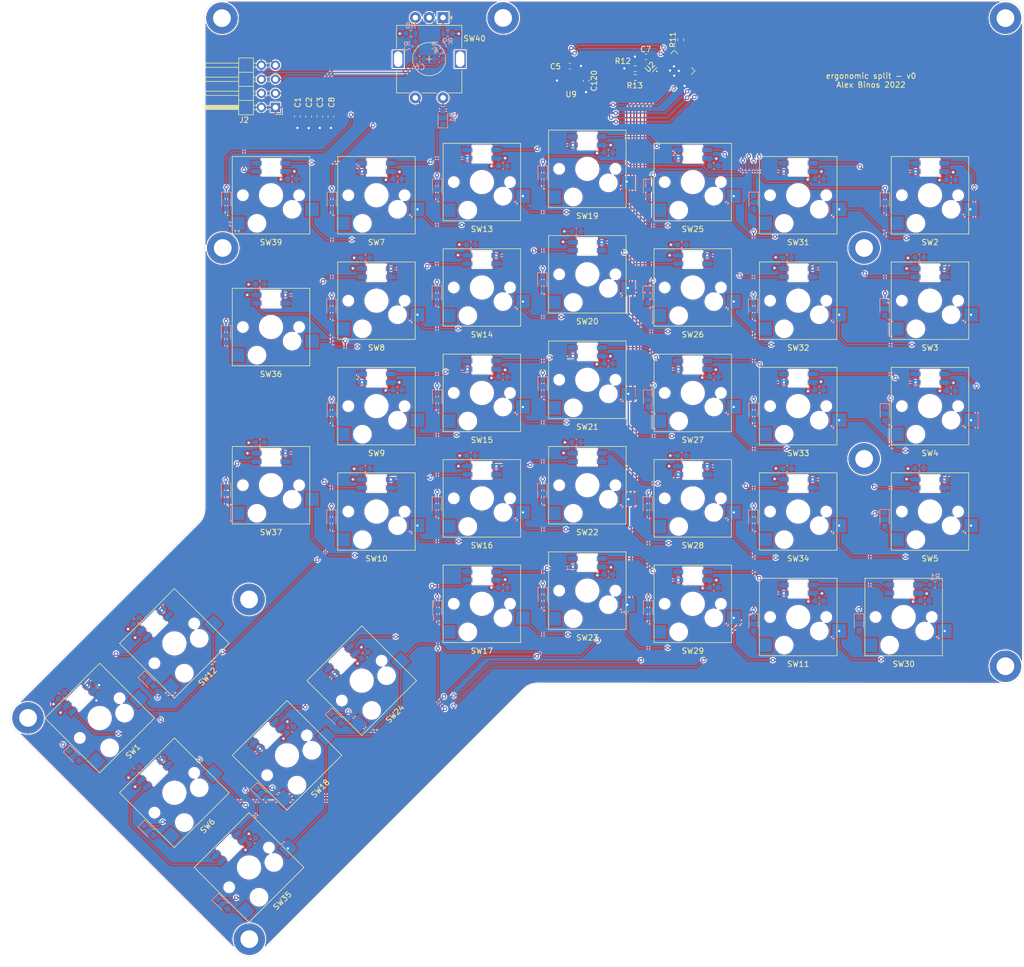
<source format=kicad_pcb>
(kicad_pcb (version 20171130) (host pcbnew "(5.1.8)-1")
  (layers (0 F.Cu signal) (31 B.Cu signal) (34 B.Paste user) (35 F.Paste user) (36 B.SilkS user) (37 F.SilkS user) (38 B.Mask user) (39 F.Mask user) (44 Edge.Cuts user))
  (net 0 "")
  (net 1 "/Left Interface/ENCODER_A_R")
  (net 2 GND)
  (net 3 +5V)
  (net 4 "/Left Interface/ENCODER_B_R")
  (net 5 +3V3)
  (net 6 "Net-(D1-Pad2)")
  (net 7 "/IO Expander/COL[6]")
  (net 8 "Net-(H1-Pad1)")
  (net 9 "Net-(H2-Pad1)")
  (net 10 "Net-(H3-Pad1)")
  (net 11 "Net-(H4-Pad1)")
  (net 12 "Net-(H5-Pad1)")
  (net 13 "Net-(H6-Pad1)")
  (net 14 "Net-(H7-Pad1)")
  (net 15 "Net-(H8-Pad1)")
  (net 16 "Net-(H9-Pad1)")
  (net 17 "Net-(H10-Pad1)")
  (net 18 "/IO Expander/SDA")
  (net 19 "/IO Expander/SCL")
  (net 20 "/Switch Matrix/RGB_DIN")
  (net 21 "Net-(R1-Pad2)")
  (net 22 "Net-(R4-Pad1)")
  (net 23 "Net-(R7-Pad1)")
  (net 24 "Net-(R11-Pad1)")
  (net 25 "Net-(R12-Pad1)")
  (net 26 "Net-(R13-Pad1)")
  (net 27 "/IO Expander/COL[0]")
  (net 28 "Net-(SW1-Pad2)")
  (net 29 "/IO Expander/ROW[5]")
  (net 30 "Net-(SW1-Pad8)")
  (net 31 "/Switch Matrix/RGB_R50")
  (net 32 "Net-(SW2-Pad2)")
  (net 33 "/IO Expander/ROW[0]")
  (net 34 "Net-(SW2-Pad8)")
  (net 35 "Net-(SW2-Pad6)")
  (net 36 "Net-(SW3-Pad2)")
  (net 37 "Net-(SW3-Pad6)")
  (net 38 "/IO Expander/ROW[1]")
  (net 39 "Net-(SW4-Pad6)")
  (net 40 "Net-(SW4-Pad2)")
  (net 41 "Net-(SW33-Pad6)")
  (net 42 "/IO Expander/ROW[2]")
  (net 43 "Net-(SW5-Pad2)")
  (net 44 "/IO Expander/ROW[3]")
  (net 45 "Net-(SW34-Pad8)")
  (net 46 "Net-(SW6-Pad2)")
  (net 47 "/IO Expander/COL[4]")
  (net 48 "/IO Expander/COL[1]")
  (net 49 "Net-(SW7-Pad2)")
  (net 50 "Net-(SW39-Pad6)")
  (net 51 "Net-(SW13-Pad8)")
  (net 52 "Net-(SW8-Pad2)")
  (net 53 "Net-(SW36-Pad8)")
  (net 54 "Net-(SW14-Pad6)")
  (net 55 "Net-(SW15-Pad8)")
  (net 56 "Net-(SW9-Pad2)")
  (net 57 "Net-(SW36-Pad6)")
  (net 58 "Net-(SW10-Pad2)")
  (net 59 "Net-(SW10-Pad6)")
  (net 60 "Net-(SW10-Pad8)")
  (net 61 "/IO Expander/COL[5]")
  (net 62 "Net-(SW11-Pad2)")
  (net 63 "/IO Expander/ROW[4]")
  (net 64 "Net-(SW11-Pad8)")
  (net 65 "Net-(SW11-Pad6)")
  (net 66 "Net-(SW12-Pad2)")
  (net 67 "/Switch Matrix/RGB_R30")
  (net 68 "Net-(SW13-Pad6)")
  (net 69 "Net-(SW13-Pad2)")
  (net 70 "/IO Expander/COL[2]")
  (net 71 "Net-(SW14-Pad2)")
  (net 72 "Net-(SW14-Pad8)")
  (net 73 "Net-(SW15-Pad6)")
  (net 74 "Net-(SW15-Pad2)")
  (net 75 "Net-(SW16-Pad2)")
  (net 76 "Net-(SW16-Pad8)")
  (net 77 "Net-(SW17-Pad2)")
  (net 78 "/Switch Matrix/RGB_R53")
  (net 79 "Net-(SW17-Pad6)")
  (net 80 "/Switch Matrix/RGB_R52")
  (net 81 "Net-(SW18-Pad2)")
  (net 82 "/IO Expander/COL[3]")
  (net 83 "Net-(SW19-Pad2)")
  (net 84 "Net-(SW19-Pad6)")
  (net 85 "Net-(SW20-Pad2)")
  (net 86 "Net-(SW20-Pad8)")
  (net 87 "Net-(SW21-Pad2)")
  (net 88 "Net-(SW21-Pad6)")
  (net 89 "Net-(SW22-Pad2)")
  (net 90 "Net-(SW22-Pad8)")
  (net 91 "Net-(SW23-Pad6)")
  (net 92 "Net-(SW23-Pad2)")
  (net 93 "Net-(SW24-Pad2)")
  (net 94 "Net-(SW25-Pad6)")
  (net 95 "Net-(SW25-Pad2)")
  (net 96 "Net-(SW26-Pad2)")
  (net 97 "Net-(SW26-Pad8)")
  (net 98 "Net-(SW27-Pad2)")
  (net 99 "Net-(SW27-Pad6)")
  (net 100 "Net-(SW28-Pad2)")
  (net 101 "Net-(SW28-Pad8)")
  (net 102 "Net-(SW29-Pad2)")
  (net 103 "Net-(SW30-Pad2)")
  (net 104 "Net-(SW31-Pad2)")
  (net 105 "Net-(SW32-Pad2)")
  (net 106 "Net-(SW33-Pad2)")
  (net 107 "Net-(SW34-Pad2)")
  (net 108 "Net-(SW35-Pad2)")
  (net 109 "Net-(SW36-Pad2)")
  (net 110 "Net-(SW37-Pad2)")
  (net 111 "Net-(SW39-Pad2)")
  (net 112 "/IO Expander/ROW[6]")
  (net 113 "Net-(U2-Pad8)")
  (net 114 "Net-(U2-Pad17)")
  (net 115 "Net-(U2-Pad22)")
  (net 116 "Net-(U9-Pad4)")
  (net 117 "Net-(SW18-Pad6)")
  (net 118 "Net-(SW18-Pad8)")
  (module Capacitor_smd:C_0603_1608Metric (layer F.Cu) (at 163.2204 58.79084 270)
    (fp_text reference C8 (at -2.54254 -0.1143 90) (layer F.SilkS))
    (fp_text value 100nF)
    (pad 2 smd roundrect (at 0.775 0 270) (size 0.9 0.95) (layers F.Cu F.Paste F.Mask) (net 2 GND))
    (pad 1 smd roundrect (at -0.775 0 270) (size 0.9 0.95) (layers F.Cu F.Paste F.Mask) (net 3 +5V))
  )
  (module Capacitor_smd:C_0603_1608Metric (layer F.Cu) (at 161.205332 58.79084 270)
    (fp_text reference C3 (at -2.54254 -0.046568 90) (layer F.SilkS))
    (fp_text value 100nF)
    (pad 2 smd roundrect (at 0.775 0 270) (size 0.9 0.95) (layers F.Cu F.Paste F.Mask) (net 2 GND))
    (pad 1 smd roundrect (at -0.775 0 270) (size 0.9 0.95) (layers F.Cu F.Paste F.Mask) (net 3 +5V))
  )
  (module Capacitor_smd:C_0603_1608Metric (layer F.Cu) (at 159.190266 58.79084 270)
    (fp_text reference C2 (at -2.54254 -0.080434 90) (layer F.SilkS))
    (fp_text value 1uF)
    (pad 2 smd roundrect (at 0.775 0 270) (size 0.9 0.95) (layers F.Cu F.Paste F.Mask) (net 2 GND))
    (pad 1 smd roundrect (at -0.775 0 270) (size 0.9 0.95) (layers F.Cu F.Paste F.Mask) (net 3 +5V))
  )
  (module Capacitor_smd:C_0603_1608Metric (layer F.Cu) (at 157.1752 58.79084 270)
    (fp_text reference C1 (at -2.54254 -0.0508 90) (layer F.SilkS))
    (fp_text value 10uF)
    (pad 2 smd roundrect (at 0.775 0 270) (size 0.9 0.95) (layers F.Cu F.Paste F.Mask) (net 2 GND))
    (pad 1 smd roundrect (at -0.775 0 270) (size 0.9 0.95) (layers F.Cu F.Paste F.Mask) (net 3 +5V))
  )
  (module custom_footprint_library:CherryMX_1.00u_KailhSocket_Integrated (layer F.Cu) (at 134.9375 153.9875 225)
    (fp_text reference SW12 (at 0 -8.50646 45) (layer F.SilkS))
    (fp_text value R51)
    (fp_line (start -1.69746 3.55254) (end 1.70254 3.55254) (layer Edge.Cuts) (width 0.05))
    (fp_line (start 1.70254 3.55254) (end 1.70254 6.55254) (layer Edge.Cuts) (width 0.05))
    (fp_line (start -1.69746 6.55254) (end -1.69746 3.55254) (layer Edge.Cuts) (width 0.05))
    (fp_line (start 1.70254 6.55254) (end -1.69746 6.55254) (layer Edge.Cuts) (width 0.05))
    (pad 9 smd roundrect (at 2.76636 7.74954 45) (size 0.9 0.95) (layers B.Cu B.Paste B.Mask) (net 3 +5V))
    (pad 4 smd rect (at 8.12292 -0.34036 315) (size 1 1) (layers B.Cu B.Paste B.Mask) (net 48 "/IO Expander/COL[1]"))
    (pad 3 smd rect (at 8.12292 -2.74036 315) (size 1 1) (layers B.Cu B.Paste B.Mask) (net 66 "Net-(SW12-Pad2)"))
    (pad 10 smd roundrect (at 1.21636 7.74954 45) (size 0.9 0.95) (layers B.Cu B.Paste B.Mask) (net 2 GND))
    (pad 6 smd rect (at 2.60254 4.30254 225) (size 1.8 0.9) (layers B.Cu B.Paste B.Mask) (net 30 "Net-(SW1-Pad8)"))
    (pad "" np_thru_hole circle (at 2.54254 -5.07746 225) (size 3 3) (drill 3) (layers *.Cu *.Mask))
    (pad 8 smd rect (at -2.59746 5.80254 225) (size 1.8 0.9) (layers B.Cu B.Paste B.Mask) (net 67 "/Switch Matrix/RGB_R30"))
    (pad 5 smd rect (at 2.60254 5.80254 225) (size 1.8 0.9) (layers B.Cu B.Paste B.Mask) (net 3 +5V))
    (pad 7 smd rect (at -2.59746 4.30254 225) (size 1.8 0.9) (layers B.Cu B.Paste B.Mask) (net 2 GND))
    (pad "" np_thru_hole circle (at -5.07746 0.00381 225) (size 1.75 1.75) (drill 1.75) (layers *.Cu *.Mask))
    (pad "" np_thru_hole circle (at 5.08254 0.00381 225) (size 1.75 1.75) (drill 1.75) (layers *.Cu *.Mask))
    (pad 1 smd rect (at -7.40626 -2.53631 225) (size 2.55 2.5) (layers B.Cu B.Paste B.Mask) (net 29 "/IO Expander/ROW[5]"))
    (pad "" np_thru_hole circle (at -3.80626 -2.53631 225) (size 3 3) (drill 3) (layers *.Cu *.Mask))
    (pad "" np_thru_hole circle (at 0.00374 0.00369 225) (size 4 4) (drill 4) (layers *.Cu *.Mask))
    (pad 2 smd rect (at 6.01874 -5.07631 225) (size 2.55 2.5) (layers B.Cu B.Paste B.Mask) (net 66 "Net-(SW12-Pad2)"))
  )
  (module custom_footprint_library:CherryMX_1.00u_KailhSocket_Integrated (layer F.Cu) (at 121.449004 167.481215 225)
    (fp_text reference SW1 (at 0 -8.50646 45) (layer F.SilkS))
    (fp_text value R50)
    (fp_line (start -1.69746 3.55254) (end 1.70254 3.55254) (layer Edge.Cuts) (width 0.05))
    (fp_line (start 1.70254 3.55254) (end 1.70254 6.55254) (layer Edge.Cuts) (width 0.05))
    (fp_line (start -1.69746 6.55254) (end -1.69746 3.55254) (layer Edge.Cuts) (width 0.05))
    (fp_line (start 1.70254 6.55254) (end -1.69746 6.55254) (layer Edge.Cuts) (width 0.05))
    (pad 9 smd roundrect (at 2.76636 7.74954 45) (size 0.9 0.95) (layers B.Cu B.Paste B.Mask) (net 3 +5V))
    (pad 4 smd rect (at 8.12292 -0.34036 315) (size 1 1) (layers B.Cu B.Paste B.Mask) (net 27 "/IO Expander/COL[0]"))
    (pad 3 smd rect (at 8.12292 -2.74036 315) (size 1 1) (layers B.Cu B.Paste B.Mask) (net 28 "Net-(SW1-Pad2)"))
    (pad 10 smd roundrect (at 1.21636 7.74954 45) (size 0.9 0.95) (layers B.Cu B.Paste B.Mask) (net 2 GND))
    (pad 6 smd rect (at 2.60254 4.30254 225) (size 1.8 0.9) (layers B.Cu B.Paste B.Mask) (net 31 "/Switch Matrix/RGB_R50"))
    (pad "" np_thru_hole circle (at 2.54254 -5.07746 225) (size 3 3) (drill 3) (layers *.Cu *.Mask))
    (pad 8 smd rect (at -2.59746 5.80254 225) (size 1.8 0.9) (layers B.Cu B.Paste B.Mask) (net 30 "Net-(SW1-Pad8)"))
    (pad 5 smd rect (at 2.60254 5.80254 225) (size 1.8 0.9) (layers B.Cu B.Paste B.Mask) (net 3 +5V))
    (pad 7 smd rect (at -2.59746 4.30254 225) (size 1.8 0.9) (layers B.Cu B.Paste B.Mask) (net 2 GND))
    (pad "" np_thru_hole circle (at -5.07746 0.00381 225) (size 1.75 1.75) (drill 1.75) (layers *.Cu *.Mask))
    (pad "" np_thru_hole circle (at 5.08254 0.00381 225) (size 1.75 1.75) (drill 1.75) (layers *.Cu *.Mask))
    (pad 1 smd rect (at -7.40626 -2.53631 225) (size 2.55 2.5) (layers B.Cu B.Paste B.Mask) (net 29 "/IO Expander/ROW[5]"))
    (pad "" np_thru_hole circle (at -3.80626 -2.53631 225) (size 3 3) (drill 3) (layers *.Cu *.Mask))
    (pad "" np_thru_hole circle (at 0.00374 0.00369 225) (size 4 4) (drill 4) (layers *.Cu *.Mask))
    (pad 2 smd rect (at 6.01874 -5.07631 225) (size 2.55 2.5) (layers B.Cu B.Paste B.Mask) (net 28 "Net-(SW1-Pad2)"))
  )
  (module custom_footprint_library:CherryMX_1.00u_KailhSocket_Integrated_Reversed (layer F.Cu) (at 148.43125 194.46875 225)
    (fp_text reference SW35 (at 0 -8.50646 45) (layer F.SilkS))
    (fp_text value R55)
    (fp_line (start 1.70374 6.55369) (end -1.69626 6.55369) (layer Edge.Cuts) (width 0.05))
    (fp_line (start 1.70374 3.55369) (end 1.70374 6.55369) (layer Edge.Cuts) (width 0.05))
    (fp_line (start -1.69626 6.55369) (end -1.69626 3.55369) (layer Edge.Cuts) (width 0.05))
    (fp_line (start -1.69626 3.55369) (end 1.70374 3.55369) (layer Edge.Cuts) (width 0.05))
    (pad 9 smd roundrect (at -3.04516 2.91592 45) (size 0.9 0.95) (layers B.Cu B.Paste B.Mask) (net 3 +5V))
    (pad 10 smd roundrect (at -4.59516 2.91592 45) (size 0.9 0.95) (layers B.Cu B.Paste B.Mask) (net 2 GND))
    (pad 4 smd rect (at 8.05688 -0.06858 315) (size 1 1) (layers B.Cu B.Paste B.Mask) (net 61 "/IO Expander/COL[5]"))
    (pad 3 smd rect (at 8.05688 -2.46858 315) (size 1 1) (layers B.Cu B.Paste B.Mask) (net 108 "Net-(SW35-Pad2)"))
    (pad "" np_thru_hole circle (at -5.07746 0.00381 225) (size 1.75 1.75) (drill 1.75) (layers *.Cu *.Mask))
    (pad "" np_thru_hole circle (at 5.08254 0.00381 225) (size 1.75 1.75) (drill 1.75) (layers *.Cu *.Mask))
    (pad "" np_thru_hole circle (at 2.54254 -5.07619 225) (size 3 3) (drill 3) (layers *.Cu *.Mask))
    (pad 1 smd rect (at -7.40626 -2.53631 225) (size 2.55 2.5) (layers B.Cu B.Paste B.Mask) (net 29 "/IO Expander/ROW[5]"))
    (pad "" np_thru_hole circle (at -3.80626 -2.53631 225) (size 3 3) (drill 3) (layers *.Cu *.Mask))
    (pad "" np_thru_hole circle (at 0.00374 0.00369 225) (size 4 4) (drill 4) (layers *.Cu *.Mask))
    (pad 8 smd rect (at 2.60374 4.30369 225) (size 1.8 0.9) (layers B.Cu B.Paste B.Mask) (net 80 "/Switch Matrix/RGB_R52"))
    (pad 2 smd rect (at 6.01874 -5.07631 225) (size 2.55 2.5) (layers B.Cu B.Paste B.Mask) (net 108 "Net-(SW35-Pad2)"))
    (pad 7 smd rect (at 2.60374 5.80369 225) (size 1.8 0.9) (layers B.Cu B.Paste B.Mask) (net 2 GND))
    (pad 6 smd rect (at -2.59626 5.80369 225) (size 1.8 0.9) (layers B.Cu B.Paste B.Mask) (net 118 "Net-(SW18-Pad8)"))
    (pad 5 smd rect (at -2.59626 4.30369 225) (size 1.8 0.9) (layers B.Cu B.Paste B.Mask) (net 3 +5V))
  )
  (module Capacitor_smd:C_0603_1608Metric (layer B.Cu) (at 182.74 48.4251 180)
    (fp_text reference C4 (at 0 1.43) (layer B.SilkS) (effects (justify mirror)))
    (fp_text value 100nF)
    (pad 1 smd roundrect (at -0.775 0 180) (size 0.9 0.95) (layers B.Cu B.Paste B.Mask) (net 1 "/Left Interface/ENCODER_A_R"))
    (pad 2 smd roundrect (at 0.775 0 180) (size 0.9 0.95) (layers B.Cu B.Paste B.Mask) (net 2 GND))
  )
  (module Capacitor_smd:C_0603_1608Metric (layer F.Cu) (at 206.38516 49.69764)
    (fp_text reference C5 (at -2.60096 0.06096) (layer F.SilkS))
    (fp_text value 100nF)
    (pad 1 smd roundrect (at -0.775 0) (size 0.9 0.95) (layers F.Cu F.Paste F.Mask) (net 3 +5V))
    (pad 2 smd roundrect (at 0.775 0) (size 0.9 0.95) (layers F.Cu F.Paste F.Mask) (net 2 GND))
  )
  (module Capacitor_smd:C_0603_1608Metric (layer B.Cu) (at 179.2608 48.4251)
    (fp_text reference C6 (at 0 1.43) (layer B.SilkS) (effects (justify mirror)))
    (fp_text value 100nF)
    (pad 1 smd roundrect (at -0.775 0) (size 0.9 0.95) (layers B.Cu B.Paste B.Mask) (net 4 "/Left Interface/ENCODER_B_R"))
    (pad 2 smd roundrect (at 0.775 0) (size 0.9 0.95) (layers B.Cu B.Paste B.Mask) (net 2 GND))
  )
  (module Capacitor_smd:C_0603_1608Metric (layer F.Cu) (at 220.15928 48.006 180)
    (fp_text reference C7 (at 0.06828 1.34112) (layer F.SilkS))
    (fp_text value 100nF)
    (pad 2 smd roundrect (at 0.775 0 180) (size 0.9 0.95) (layers F.Cu F.Paste F.Mask) (net 2 GND))
    (pad 1 smd roundrect (at -0.775 0 180) (size 0.9 0.95) (layers F.Cu F.Paste F.Mask) (net 5 +3V3))
  )
  (module Capacitor_smd:C_0603_1608Metric (layer F.Cu) (at 209.33156 52.33924 270)
    (fp_text reference C120 (at 0 -1.43 90) (layer F.SilkS))
    (fp_text value 1uF)
    (pad 2 smd roundrect (at 0.775 0 270) (size 0.9 0.95) (layers F.Cu F.Paste F.Mask) (net 2 GND))
    (pad 1 smd roundrect (at -0.775 0 270) (size 0.9 0.95) (layers F.Cu F.Paste F.Mask) (net 5 +3V3))
  )
  (module custom_footprint_library:SOD323_HS (layer B.Cu) (at 183.45404 60.20816 90)
    (fp_text reference D1 (at 1.24714 1.75768 90) (layer B.SilkS) (effects (justify mirror)))
    (fp_text value D)
    (pad 2 smd rect (at 2.4 0 90) (size 1 1) (layers B.Cu B.Paste B.Mask) (net 6 "Net-(D1-Pad2)"))
    (pad 1 smd rect (at 0 0 90) (size 1 1) (layers B.Cu B.Paste B.Mask) (net 70 "/IO Expander/COL[2]"))
  )
  (module mounting_hole:MountingHole_3.2mm_M3_ISO7380_Pad (layer F.Cu) (at 143.5354 41.022612)
    (fp_text reference H1 hide)
    (fp_text value MountingHole_Pad)
    (pad 1 thru_hole circle (at 0 0) (size 5.7 5.7) (drill 3.2) (layers *.Cu *.Mask) (net 8 "Net-(H1-Pad1)"))
  )
  (module mounting_hole:MountingHole_3.2mm_M3_ISO7380_Pad (layer F.Cu) (at 285.0896 41.022612)
    (fp_text reference H2 hide)
    (fp_text value MountingHole_Pad)
    (pad 1 thru_hole circle (at 0 0) (size 5.7 5.7) (drill 3.2) (layers *.Cu *.Mask) (net 9 "Net-(H2-Pad1)"))
  )
  (module mounting_hole:MountingHole_3.2mm_M3_ISO7380_Pad (layer F.Cu) (at 285.087988 158.115)
    (fp_text reference H3 hide)
    (fp_text value MountingHole_Pad)
    (pad 1 thru_hole circle (at 0 0) (size 5.7 5.7) (drill 3.2) (layers *.Cu *.Mask) (net 10 "Net-(H3-Pad1)"))
  )
  (module mounting_hole:MountingHole_3.2mm_M3_ISO7380_Pad (layer F.Cu) (at 148.474804 207.428204)
    (fp_text reference H4 hide)
    (fp_text value MountingHole_Pad)
    (pad 1 thru_hole circle (at 0 0) (size 5.7 5.7) (drill 3.2) (layers *.Cu *.Mask) (net 11 "Net-(H4-Pad1)"))
  )
  (module mounting_hole:MountingHole_3.2mm_M3_ISO7380_Pad (layer F.Cu) (at 108.496996 167.450396)
    (fp_text reference H5 hide)
    (fp_text value MountingHole_Pad)
    (pad 1 thru_hole circle (at 0 0) (size 5.7 5.7) (drill 3.2) (layers *.Cu *.Mask) (net 12 "Net-(H5-Pad1)"))
  )
  (module mounting_hole:MountingHole_3.2mm_M3_ISO7380_Pad (layer F.Cu) (at 143.66875 82.55)
    (fp_text reference H6 hide)
    (fp_text value MountingHole_Pad)
    (pad 1 thru_hole circle (at 0 0) (size 5.7 5.7) (drill 3.2) (layers *.Cu *.Mask) (net 13 "Net-(H6-Pad1)"))
  )
  (module mounting_hole:MountingHole_3.2mm_M3_ISO7380_Pad (layer F.Cu) (at 148.43125 146.05)
    (fp_text reference H7 hide)
    (fp_text value MountingHole_Pad)
    (pad 1 thru_hole circle (at 0 0) (size 5.7 5.7) (drill 3.2) (layers *.Cu *.Mask) (net 14 "Net-(H7-Pad1)"))
  )
  (module mounting_hole:MountingHole_3.2mm_M3_ISO7380_Pad (layer F.Cu) (at 259.55625 82.55)
    (fp_text reference H8 hide)
    (fp_text value MountingHole_Pad)
    (pad 1 thru_hole circle (at 0 0) (size 5.7 5.7) (drill 3.2) (layers *.Cu *.Mask) (net 15 "Net-(H8-Pad1)"))
  )
  (module mounting_hole:MountingHole_3.2mm_M3_ISO7380_Pad (layer F.Cu) (at 259.55625 120.65)
    (fp_text reference H9 hide)
    (fp_text value MountingHole_Pad)
    (pad 1 thru_hole circle (at 0 0) (size 5.7 5.7) (drill 3.2) (layers *.Cu *.Mask) (net 16 "Net-(H9-Pad1)"))
  )
  (module mounting_hole:MountingHole_3.2mm_M3_ISO7380_Pad (layer F.Cu) (at 194.3354 40.9956)
    (fp_text reference H10 hide)
    (fp_text value MountingHole_Pad)
    (pad 1 thru_hole circle (at 0 0) (size 5.7 5.7) (drill 3.2) (layers *.Cu *.Mask) (net 17 "Net-(H10-Pad1)"))
  )
  (module Connector_PinHeader_2.54mm:PinHeader_2x04_P2.54mm_Horizontal (layer F.Cu) (at 153.19375 57.15 180)
    (fp_text reference J2 (at 5.655 -2.27) (layer F.SilkS))
    (fp_text value Left_Interface)
    (pad 1 thru_hole rect (at 0 0 180) (size 1.7 1.7) (drill 1) (layers *.Cu *.Mask) (net 3 +5V))
    (pad 2 thru_hole oval (at 2.54 0 180) (size 1.7 1.7) (drill 1) (layers *.Cu *.Mask) (net 2 GND))
    (pad 3 thru_hole oval (at 0 2.54 180) (size 1.7 1.7) (drill 1) (layers *.Cu *.Mask) (net 18 "/IO Expander/SDA"))
    (pad 4 thru_hole oval (at 2.54 2.54 180) (size 1.7 1.7) (drill 1) (layers *.Cu *.Mask) (net 19 "/IO Expander/SCL"))
    (pad 5 thru_hole oval (at 0 5.08 180) (size 1.7 1.7) (drill 1) (layers *.Cu *.Mask) (net 1 "/Left Interface/ENCODER_A_R"))
    (pad 6 thru_hole oval (at 2.54 5.08 180) (size 1.7 1.7) (drill 1) (layers *.Cu *.Mask) (net 4 "/Left Interface/ENCODER_B_R"))
    (pad 7 thru_hole oval (at 0 7.62 180) (size 1.7 1.7) (drill 1) (layers *.Cu *.Mask) (net 20 "/Switch Matrix/RGB_DIN"))
    (pad 8 thru_hole oval (at 2.54 7.62 180) (size 1.7 1.7) (drill 1) (layers *.Cu *.Mask) (net 2 GND))
  )
  (module resistor_smd:R_0603_1608Metric (layer B.Cu) (at 272.3637 143.4211 180)
    (fp_text reference R1 (at 0 1.43) (layer B.SilkS) (effects (justify mirror)))
    (fp_text value Rt)
    (pad 2 smd roundrect (at 0.825 0 180) (size 0.8 0.95) (layers B.Cu B.Paste B.Mask) (net 21 "Net-(R1-Pad2)"))
    (pad 1 smd roundrect (at -0.825 0 180) (size 0.8 0.95) (layers B.Cu B.Paste B.Mask) (net 2 GND))
  )
  (module resistor_smd:R_0603_1608Metric (layer B.Cu) (at 183.5023 46.0878 270)
    (fp_text reference R4 (at 0 1.43 90) (layer B.SilkS) (effects (justify mirror)))
    (fp_text value 10K)
    (pad 1 smd roundrect (at -0.825 0 270) (size 0.8 0.95) (layers B.Cu B.Paste B.Mask) (net 22 "Net-(R4-Pad1)"))
    (pad 2 smd roundrect (at 0.825 0 270) (size 0.8 0.95) (layers B.Cu B.Paste B.Mask) (net 1 "/Left Interface/ENCODER_A_R"))
  )
  (module resistor_smd:R_0603_1608Metric (layer B.Cu) (at 178.4731 46.1005 270)
    (fp_text reference R7 (at 0 1.43 90) (layer B.SilkS) (effects (justify mirror)))
    (fp_text value 10K)
    (pad 2 smd roundrect (at 0.825 0 270) (size 0.8 0.95) (layers B.Cu B.Paste B.Mask) (net 4 "/Left Interface/ENCODER_B_R"))
    (pad 1 smd roundrect (at -0.825 0 270) (size 0.8 0.95) (layers B.Cu B.Paste B.Mask) (net 23 "Net-(R7-Pad1)"))
  )
  (module resistor_smd:R_0603_1608Metric (layer B.Cu) (at 177.6481 43.7896 180)
    (fp_text reference R8 (at 0 1.43) (layer B.SilkS) (effects (justify mirror)))
    (fp_text value 1K)
    (pad 2 smd roundrect (at 0.825 0 180) (size 0.8 0.95) (layers B.Cu B.Paste B.Mask) (net 5 +3V3))
    (pad 1 smd roundrect (at -0.825 0 180) (size 0.8 0.95) (layers B.Cu B.Paste B.Mask) (net 23 "Net-(R7-Pad1)"))
  )
  (module resistor_smd:R_0603_1608Metric (layer B.Cu) (at 184.3146 43.7896)
    (fp_text reference R9 (at 0 1.43) (layer B.SilkS) (effects (justify mirror)))
    (fp_text value 1K)
    (pad 1 smd roundrect (at -0.825 0) (size 0.8 0.95) (layers B.Cu B.Paste B.Mask) (net 22 "Net-(R4-Pad1)"))
    (pad 2 smd roundrect (at 0.825 0) (size 0.8 0.95) (layers B.Cu B.Paste B.Mask) (net 5 +3V3))
  )
  (module resistor_smd:R_0603_1608Metric (layer F.Cu) (at 226.4156 44.9204 90)
    (fp_text reference R11 (at 0 -1.43 90) (layer F.SilkS))
    (fp_text value 10K)
    (pad 1 smd roundrect (at -0.825 0 90) (size 0.8 0.95) (layers F.Cu F.Paste F.Mask) (net 24 "Net-(R11-Pad1)"))
    (pad 2 smd roundrect (at 0.825 0 90) (size 0.8 0.95) (layers F.Cu F.Paste F.Mask) (net 5 +3V3))
  )
  (module resistor_smd:R_0603_1608Metric (layer F.Cu) (at 218.2114 50.165 180)
    (fp_text reference R12 (at 2.24536 1.38176) (layer F.SilkS))
    (fp_text value 10K)
    (pad 1 smd roundrect (at -0.825 0 180) (size 0.8 0.95) (layers F.Cu F.Paste F.Mask) (net 25 "Net-(R12-Pad1)"))
    (pad 2 smd roundrect (at 0.825 0 180) (size 0.8 0.95) (layers F.Cu F.Paste F.Mask) (net 2 GND))
  )
  (module resistor_smd:R_0603_1608Metric (layer F.Cu) (at 218.211701 51.759331 180)
    (fp_text reference R13 (at 0.091741 -1.433349) (layer F.SilkS))
    (fp_text value 10K)
    (pad 2 smd roundrect (at 0.825 0 180) (size 0.8 0.95) (layers F.Cu F.Paste F.Mask) (net 5 +3V3))
    (pad 1 smd roundrect (at -0.825 0 180) (size 0.8 0.95) (layers F.Cu F.Paste F.Mask) (net 26 "Net-(R13-Pad1)"))
  )
  (module custom_footprint_library:CherryMX_1.50u_KailhSocket_Integrated_Reversed (layer F.Cu) (at 271.4625 73.025 180)
    (fp_text reference SW2 (at 0 -8.50646) (layer F.SilkS))
    (fp_text value R06)
    (fp_line (start 1.70374 6.55369) (end -1.69626 6.55369) (layer Edge.Cuts) (width 0.05))
    (fp_line (start 1.70374 3.55369) (end 1.70374 6.55369) (layer Edge.Cuts) (width 0.05))
    (fp_line (start -1.69626 6.55369) (end -1.69626 3.55369) (layer Edge.Cuts) (width 0.05))
    (fp_line (start -1.69626 3.55369) (end 1.70374 3.55369) (layer Edge.Cuts) (width 0.05))
    (pad 9 smd roundrect (at -3.02484 2.77622) (size 0.9 0.95) (layers B.Cu B.Paste B.Mask) (net 3 +5V))
    (pad 4 smd rect (at 8.13816 -0.17018 270) (size 1 1) (layers B.Cu B.Paste B.Mask) (net 7 "/IO Expander/COL[6]"))
    (pad 3 smd rect (at 8.13816 -2.57018 270) (size 1 1) (layers B.Cu B.Paste B.Mask) (net 32 "Net-(SW2-Pad2)"))
    (pad 10 smd roundrect (at -4.57484 2.77622) (size 0.9 0.95) (layers B.Cu B.Paste B.Mask) (net 2 GND))
    (pad "" np_thru_hole circle (at 2.54254 -5.07746 180) (size 3 3) (drill 3) (layers *.Cu *.Mask))
    (pad "" np_thru_hole circle (at -5.07746 0.00254 180) (size 1.75 1.75) (drill 1.75) (layers *.Cu *.Mask))
    (pad "" np_thru_hole circle (at 0.00254 0.00254 180) (size 4 4) (drill 4) (layers *.Cu *.Mask))
    (pad "" np_thru_hole circle (at 5.08254 0.00381 180) (size 1.75 1.75) (drill 1.75) (layers *.Cu *.Mask))
    (pad 1 smd rect (at -7.40626 -2.53631 180) (size 2.55 2.5) (layers B.Cu B.Paste B.Mask) (net 33 "/IO Expander/ROW[0]"))
    (pad "" np_thru_hole circle (at -3.80626 -2.53631 180) (size 3 3) (drill 3) (layers *.Cu *.Mask))
    (pad 8 smd rect (at 2.60374 4.30369 180) (size 1.8 0.9) (layers B.Cu B.Paste B.Mask) (net 34 "Net-(SW2-Pad8)"))
    (pad 2 smd rect (at 6.01874 -5.07631 180) (size 2.55 2.5) (layers B.Cu B.Paste B.Mask) (net 32 "Net-(SW2-Pad2)"))
    (pad 7 smd rect (at 2.60374 5.80369 180) (size 1.8 0.9) (layers B.Cu B.Paste B.Mask) (net 2 GND))
    (pad 6 smd rect (at -2.59626 5.80369 180) (size 1.8 0.9) (layers B.Cu B.Paste B.Mask) (net 35 "Net-(SW2-Pad6)"))
    (pad 5 smd rect (at -2.59626 4.30369 180) (size 1.8 0.9) (layers B.Cu B.Paste B.Mask) (net 3 +5V))
  )
  (module custom_footprint_library:CherryMX_1.50u_KailhSocket_Integrated (layer F.Cu) (at 271.4625 92.075 180)
    (fp_text reference SW3 (at 0 -8.50646) (layer F.SilkS))
    (fp_text value R16)
    (fp_line (start -1.69746 3.55254) (end 1.70254 3.55254) (layer Edge.Cuts) (width 0.05))
    (fp_line (start 1.70254 3.55254) (end 1.70254 6.55254) (layer Edge.Cuts) (width 0.05))
    (fp_line (start -1.69746 6.55254) (end -1.69746 3.55254) (layer Edge.Cuts) (width 0.05))
    (fp_line (start 1.70254 6.55254) (end -1.69746 6.55254) (layer Edge.Cuts) (width 0.05))
    (pad 9 smd roundrect (at 2.69016 7.83082) (size 0.9 0.95) (layers B.Cu B.Paste B.Mask) (net 3 +5V))
    (pad 4 smd rect (at 8.18896 -0.24638 270) (size 1 1) (layers B.Cu B.Paste B.Mask) (net 7 "/IO Expander/COL[6]"))
    (pad 3 smd rect (at 8.18896 -2.64638 270) (size 1 1) (layers B.Cu B.Paste B.Mask) (net 36 "Net-(SW3-Pad2)"))
    (pad 10 smd roundrect (at 1.14016 7.83082) (size 0.9 0.95) (layers B.Cu B.Paste B.Mask) (net 2 GND))
    (pad "" np_thru_hole circle (at 5.08254 0.00254 180) (size 1.75 1.75) (drill 1.75) (layers *.Cu *.Mask))
    (pad "" np_thru_hole circle (at 2.54254 -5.07746 180) (size 3 3) (drill 3) (layers *.Cu *.Mask))
    (pad "" np_thru_hole circle (at -3.80746 -2.53746 180) (size 3 3) (drill 3) (layers *.Cu *.Mask))
    (pad "" np_thru_hole circle (at -5.07746 0.00254 180) (size 1.75 1.75) (drill 1.75) (layers *.Cu *.Mask))
    (pad "" np_thru_hole circle (at 0.00254 0.00254 180) (size 4 4) (drill 4) (layers *.Cu *.Mask))
    (pad 6 smd rect (at 2.60254 4.30254 180) (size 1.8 0.9) (layers B.Cu B.Paste B.Mask) (net 37 "Net-(SW3-Pad6)"))
    (pad 8 smd rect (at -2.59746 5.80254 180) (size 1.8 0.9) (layers B.Cu B.Paste B.Mask) (net 35 "Net-(SW2-Pad6)"))
    (pad 5 smd rect (at 2.60254 5.80254 180) (size 1.8 0.9) (layers B.Cu B.Paste B.Mask) (net 3 +5V))
    (pad 7 smd rect (at -2.59746 4.30254 180) (size 1.8 0.9) (layers B.Cu B.Paste B.Mask) (net 2 GND))
    (pad 1 smd rect (at -7.40626 -2.53631 180) (size 2.55 2.5) (layers B.Cu B.Paste B.Mask) (net 38 "/IO Expander/ROW[1]"))
    (pad 2 smd rect (at 6.01874 -5.07631 180) (size 2.55 2.5) (layers B.Cu B.Paste B.Mask) (net 36 "Net-(SW3-Pad2)"))
  )
  (module custom_footprint_library:CherryMX_1.50u_KailhSocket_Integrated_Reversed (layer F.Cu) (at 271.4625 111.125 180)
    (fp_text reference SW4 (at 0 -8.50646) (layer F.SilkS))
    (fp_text value R26)
    (fp_line (start -1.69626 3.55369) (end 1.70374 3.55369) (layer Edge.Cuts) (width 0.05))
    (fp_line (start -1.69626 6.55369) (end -1.69626 3.55369) (layer Edge.Cuts) (width 0.05))
    (fp_line (start 1.70374 3.55369) (end 1.70374 6.55369) (layer Edge.Cuts) (width 0.05))
    (fp_line (start 1.70374 6.55369) (end -1.69626 6.55369) (layer Edge.Cuts) (width 0.05))
    (pad 5 smd rect (at -2.59626 4.30369 180) (size 1.8 0.9) (layers B.Cu B.Paste B.Mask) (net 3 +5V))
    (pad 6 smd rect (at -2.59626 5.80369 180) (size 1.8 0.9) (layers B.Cu B.Paste B.Mask) (net 39 "Net-(SW4-Pad6)"))
    (pad 7 smd rect (at 2.60374 5.80369 180) (size 1.8 0.9) (layers B.Cu B.Paste B.Mask) (net 2 GND))
    (pad 2 smd rect (at 6.01874 -5.07631 180) (size 2.55 2.5) (layers B.Cu B.Paste B.Mask) (net 40 "Net-(SW4-Pad2)"))
    (pad 8 smd rect (at 2.60374 4.30369 180) (size 1.8 0.9) (layers B.Cu B.Paste B.Mask) (net 41 "Net-(SW33-Pad6)"))
    (pad "" np_thru_hole circle (at -3.80626 -2.53631 180) (size 3 3) (drill 3) (layers *.Cu *.Mask))
    (pad 1 smd rect (at -7.40626 -2.53631 180) (size 2.55 2.5) (layers B.Cu B.Paste B.Mask) (net 42 "/IO Expander/ROW[2]"))
    (pad "" np_thru_hole circle (at 5.08254 0.00381 180) (size 1.75 1.75) (drill 1.75) (layers *.Cu *.Mask))
    (pad "" np_thru_hole circle (at 0.00254 0.00254 180) (size 4 4) (drill 4) (layers *.Cu *.Mask))
    (pad "" np_thru_hole circle (at -5.07746 0.00254 180) (size 1.75 1.75) (drill 1.75) (layers *.Cu *.Mask))
    (pad "" np_thru_hole circle (at 2.54254 -5.07746 180) (size 3 3) (drill 3) (layers *.Cu *.Mask))
    (pad 10 smd roundrect (at -4.57484 2.77622) (size 0.9 0.95) (layers B.Cu B.Paste B.Mask) (net 2 GND))
    (pad 3 smd rect (at 8.13816 -2.57018 270) (size 1 1) (layers B.Cu B.Paste B.Mask) (net 40 "Net-(SW4-Pad2)"))
    (pad 4 smd rect (at 8.13816 -0.17018 270) (size 1 1) (layers B.Cu B.Paste B.Mask) (net 7 "/IO Expander/COL[6]"))
    (pad 9 smd roundrect (at -3.02484 2.77622) (size 0.9 0.95) (layers B.Cu B.Paste B.Mask) (net 3 +5V))
  )
  (module custom_footprint_library:CherryMX_1.50u_KailhSocket_Integrated (layer F.Cu) (at 271.45996 130.17246 180)
    (fp_text reference SW5 (at 0 -8.50646) (layer F.SilkS))
    (fp_text value R36)
    (fp_line (start 1.70254 6.55254) (end -1.69746 6.55254) (layer Edge.Cuts) (width 0.05))
    (fp_line (start -1.69746 6.55254) (end -1.69746 3.55254) (layer Edge.Cuts) (width 0.05))
    (fp_line (start 1.70254 3.55254) (end 1.70254 6.55254) (layer Edge.Cuts) (width 0.05))
    (fp_line (start -1.69746 3.55254) (end 1.70254 3.55254) (layer Edge.Cuts) (width 0.05))
    (pad 2 smd rect (at 6.01874 -5.07631 180) (size 2.55 2.5) (layers B.Cu B.Paste B.Mask) (net 43 "Net-(SW5-Pad2)"))
    (pad 1 smd rect (at -7.40626 -2.53631 180) (size 2.55 2.5) (layers B.Cu B.Paste B.Mask) (net 44 "/IO Expander/ROW[3]"))
    (pad 7 smd rect (at -2.59746 4.30254 180) (size 1.8 0.9) (layers B.Cu B.Paste B.Mask) (net 2 GND))
    (pad 5 smd rect (at 2.60254 5.80254 180) (size 1.8 0.9) (layers B.Cu B.Paste B.Mask) (net 3 +5V))
    (pad 8 smd rect (at -2.59746 5.80254 180) (size 1.8 0.9) (layers B.Cu B.Paste B.Mask) (net 39 "Net-(SW4-Pad6)"))
    (pad 6 smd rect (at 2.60254 4.30254 180) (size 1.8 0.9) (layers B.Cu B.Paste B.Mask) (net 45 "Net-(SW34-Pad8)"))
    (pad "" np_thru_hole circle (at 0.00254 0.00254 180) (size 4 4) (drill 4) (layers *.Cu *.Mask))
    (pad "" np_thru_hole circle (at -5.07746 0.00254 180) (size 1.75 1.75) (drill 1.75) (layers *.Cu *.Mask))
    (pad "" np_thru_hole circle (at -3.80746 -2.53746 180) (size 3 3) (drill 3) (layers *.Cu *.Mask))
    (pad "" np_thru_hole circle (at 2.54254 -5.07746 180) (size 3 3) (drill 3) (layers *.Cu *.Mask))
    (pad "" np_thru_hole circle (at 5.08254 0.00254 180) (size 1.75 1.75) (drill 1.75) (layers *.Cu *.Mask))
    (pad 10 smd roundrect (at 1.14016 7.83082) (size 0.9 0.95) (layers B.Cu B.Paste B.Mask) (net 2 GND))
    (pad 3 smd rect (at 8.18896 -2.64638 270) (size 1 1) (layers B.Cu B.Paste B.Mask) (net 43 "Net-(SW5-Pad2)"))
    (pad 4 smd rect (at 8.18896 -0.24638 270) (size 1 1) (layers B.Cu B.Paste B.Mask) (net 7 "/IO Expander/COL[6]"))
    (pad 9 smd roundrect (at 2.69016 7.83082) (size 0.9 0.95) (layers B.Cu B.Paste B.Mask) (net 3 +5V))
  )
  (module custom_footprint_library:CherryMX_1.00u_KailhSocket_Integrated (layer F.Cu) (at 134.9375 180.975 225)
    (fp_text reference SW6 (at 0 -8.50646 45) (layer F.SilkS))
    (fp_text value R52)
    (fp_line (start -1.69746 3.55254) (end 1.70254 3.55254) (layer Edge.Cuts) (width 0.05))
    (fp_line (start 1.70254 3.55254) (end 1.70254 6.55254) (layer Edge.Cuts) (width 0.05))
    (fp_line (start -1.69746 6.55254) (end -1.69746 3.55254) (layer Edge.Cuts) (width 0.05))
    (fp_line (start 1.70254 6.55254) (end -1.69746 6.55254) (layer Edge.Cuts) (width 0.05))
    (pad 2 smd rect (at 6.01874 -5.07631 225) (size 2.55 2.5) (layers B.Cu B.Paste B.Mask) (net 46 "Net-(SW6-Pad2)"))
    (pad "" np_thru_hole circle (at 0.00374 0.00369 225) (size 4 4) (drill 4) (layers *.Cu *.Mask))
    (pad "" np_thru_hole circle (at -3.80626 -2.53631 225) (size 3 3) (drill 3) (layers *.Cu *.Mask))
    (pad 1 smd rect (at -7.40626 -2.53631 225) (size 2.55 2.5) (layers B.Cu B.Paste B.Mask) (net 29 "/IO Expander/ROW[5]"))
    (pad "" np_thru_hole circle (at 5.08254 0.00381 225) (size 1.75 1.75) (drill 1.75) (layers *.Cu *.Mask))
    (pad "" np_thru_hole circle (at -5.07746 0.00381 225) (size 1.75 1.75) (drill 1.75) (layers *.Cu *.Mask))
    (pad 7 smd rect (at -2.59746 4.30254 225) (size 1.8 0.9) (layers B.Cu B.Paste B.Mask) (net 2 GND))
    (pad 5 smd rect (at 2.60254 5.80254 225) (size 1.8 0.9) (layers B.Cu B.Paste B.Mask) (net 3 +5V))
    (pad 8 smd rect (at -2.59746 5.80254 225) (size 1.8 0.9) (layers B.Cu B.Paste B.Mask) (net 31 "/Switch Matrix/RGB_R50"))
    (pad "" np_thru_hole circle (at 2.54254 -5.07746 225) (size 3 3) (drill 3) (layers *.Cu *.Mask))
    (pad 6 smd rect (at 2.60254 4.30254 225) (size 1.8 0.9) (layers B.Cu B.Paste B.Mask) (net 80 "/Switch Matrix/RGB_R52"))
    (pad 10 smd roundrect (at 1.21636 7.74954 45) (size 0.9 0.95) (layers B.Cu B.Paste B.Mask) (net 2 GND))
    (pad 3 smd rect (at 8.12292 -2.74036 315) (size 1 1) (layers B.Cu B.Paste B.Mask) (net 46 "Net-(SW6-Pad2)"))
    (pad 4 smd rect (at 8.12292 -0.34036 315) (size 1 1) (layers B.Cu B.Paste B.Mask) (net 70 "/IO Expander/COL[2]"))
    (pad 9 smd roundrect (at 2.76636 7.74954 45) (size 0.9 0.95) (layers B.Cu B.Paste B.Mask) (net 3 +5V))
  )
  (module custom_footprint_library:CherryMX_1.00u_KailhSocket_Integrated_Reversed (layer F.Cu) (at 171.45 73.025 180)
    (fp_text reference SW7 (at 0 -8.50646) (layer F.SilkS))
    (fp_text value R01)
    (fp_line (start -1.69626 3.55369) (end 1.70374 3.55369) (layer Edge.Cuts) (width 0.05))
    (fp_line (start -1.69626 6.55369) (end -1.69626 3.55369) (layer Edge.Cuts) (width 0.05))
    (fp_line (start 1.70374 3.55369) (end 1.70374 6.55369) (layer Edge.Cuts) (width 0.05))
    (fp_line (start 1.70374 6.55369) (end -1.69626 6.55369) (layer Edge.Cuts) (width 0.05))
    (pad 9 smd roundrect (at -3.04516 2.91592) (size 0.9 0.95) (layers B.Cu B.Paste B.Mask) (net 3 +5V))
    (pad 10 smd roundrect (at -4.59516 2.91592) (size 0.9 0.95) (layers B.Cu B.Paste B.Mask) (net 2 GND))
    (pad 4 smd rect (at 8.05688 -0.06858 270) (size 1 1) (layers B.Cu B.Paste B.Mask) (net 48 "/IO Expander/COL[1]"))
    (pad 3 smd rect (at 8.05688 -2.46858 270) (size 1 1) (layers B.Cu B.Paste B.Mask) (net 49 "Net-(SW7-Pad2)"))
    (pad "" np_thru_hole circle (at -5.07746 0.00381 180) (size 1.75 1.75) (drill 1.75) (layers *.Cu *.Mask))
    (pad "" np_thru_hole circle (at 5.08254 0.00381 180) (size 1.75 1.75) (drill 1.75) (layers *.Cu *.Mask))
    (pad "" np_thru_hole circle (at 2.54254 -5.07619 180) (size 3 3) (drill 3) (layers *.Cu *.Mask))
    (pad 1 smd rect (at -7.40626 -2.53631 180) (size 2.55 2.5) (layers B.Cu B.Paste B.Mask) (net 33 "/IO Expander/ROW[0]"))
    (pad "" np_thru_hole circle (at -3.80626 -2.53631 180) (size 3 3) (drill 3) (layers *.Cu *.Mask))
    (pad "" np_thru_hole circle (at 0.00374 0.00369 180) (size 4 4) (drill 4) (layers *.Cu *.Mask))
    (pad 8 smd rect (at 2.60374 4.30369 180) (size 1.8 0.9) (layers B.Cu B.Paste B.Mask) (net 50 "Net-(SW39-Pad6)"))
    (pad 2 smd rect (at 6.01874 -5.07631 180) (size 2.55 2.5) (layers B.Cu B.Paste B.Mask) (net 49 "Net-(SW7-Pad2)"))
    (pad 7 smd rect (at 2.60374 5.80369 180) (size 1.8 0.9) (layers B.Cu B.Paste B.Mask) (net 2 GND))
    (pad 6 smd rect (at -2.59626 5.80369 180) (size 1.8 0.9) (layers B.Cu B.Paste B.Mask) (net 51 "Net-(SW13-Pad8)"))
    (pad 5 smd rect (at -2.59626 4.30369 180) (size 1.8 0.9) (layers B.Cu B.Paste B.Mask) (net 3 +5V))
  )
  (module custom_footprint_library:CherryMX_1.00u_KailhSocket_Integrated (layer F.Cu) (at 171.45 92.075 180)
    (fp_text reference SW8 (at 0 -8.50646) (layer F.SilkS))
    (fp_text value R11)
    (fp_line (start 1.70254 6.55254) (end -1.69746 6.55254) (layer Edge.Cuts) (width 0.05))
    (fp_line (start -1.69746 6.55254) (end -1.69746 3.55254) (layer Edge.Cuts) (width 0.05))
    (fp_line (start 1.70254 3.55254) (end 1.70254 6.55254) (layer Edge.Cuts) (width 0.05))
    (fp_line (start -1.69746 3.55254) (end 1.70254 3.55254) (layer Edge.Cuts) (width 0.05))
    (pad 9 smd roundrect (at 2.76636 7.74954) (size 0.9 0.95) (layers B.Cu B.Paste B.Mask) (net 3 +5V))
    (pad 4 smd rect (at 8.12292 -0.34036 270) (size 1 1) (layers B.Cu B.Paste B.Mask) (net 48 "/IO Expander/COL[1]"))
    (pad 3 smd rect (at 8.12292 -2.74036 270) (size 1 1) (layers B.Cu B.Paste B.Mask) (net 52 "Net-(SW8-Pad2)"))
    (pad 10 smd roundrect (at 1.21636 7.74954) (size 0.9 0.95) (layers B.Cu B.Paste B.Mask) (net 2 GND))
    (pad 6 smd rect (at 2.60254 4.30254 180) (size 1.8 0.9) (layers B.Cu B.Paste B.Mask) (net 53 "Net-(SW36-Pad8)"))
    (pad "" np_thru_hole circle (at 2.54254 -5.07746 180) (size 3 3) (drill 3) (layers *.Cu *.Mask))
    (pad 8 smd rect (at -2.59746 5.80254 180) (size 1.8 0.9) (layers B.Cu B.Paste B.Mask) (net 54 "Net-(SW14-Pad6)"))
    (pad 5 smd rect (at 2.60254 5.80254 180) (size 1.8 0.9) (layers B.Cu B.Paste B.Mask) (net 3 +5V))
    (pad 7 smd rect (at -2.59746 4.30254 180) (size 1.8 0.9) (layers B.Cu B.Paste B.Mask) (net 2 GND))
    (pad "" np_thru_hole circle (at -5.07746 0.00381 180) (size 1.75 1.75) (drill 1.75) (layers *.Cu *.Mask))
    (pad "" np_thru_hole circle (at 5.08254 0.00381 180) (size 1.75 1.75) (drill 1.75) (layers *.Cu *.Mask))
    (pad 1 smd rect (at -7.40626 -2.53631 180) (size 2.55 2.5) (layers B.Cu B.Paste B.Mask) (net 38 "/IO Expander/ROW[1]"))
    (pad "" np_thru_hole circle (at -3.80626 -2.53631 180) (size 3 3) (drill 3) (layers *.Cu *.Mask))
    (pad "" np_thru_hole circle (at 0.00374 0.00369 180) (size 4 4) (drill 4) (layers *.Cu *.Mask))
    (pad 2 smd rect (at 6.01874 -5.07631 180) (size 2.55 2.5) (layers B.Cu B.Paste B.Mask) (net 52 "Net-(SW8-Pad2)"))
  )
  (module custom_footprint_library:CherryMX_1.00u_KailhSocket_Integrated_Reversed (layer F.Cu) (at 171.45 111.125 180)
    (fp_text reference SW9 (at 0 -8.50646) (layer F.SilkS))
    (fp_text value R21)
    (fp_line (start 1.70374 6.55369) (end -1.69626 6.55369) (layer Edge.Cuts) (width 0.05))
    (fp_line (start 1.70374 3.55369) (end 1.70374 6.55369) (layer Edge.Cuts) (width 0.05))
    (fp_line (start -1.69626 6.55369) (end -1.69626 3.55369) (layer Edge.Cuts) (width 0.05))
    (fp_line (start -1.69626 3.55369) (end 1.70374 3.55369) (layer Edge.Cuts) (width 0.05))
    (pad 5 smd rect (at -2.59626 4.30369 180) (size 1.8 0.9) (layers B.Cu B.Paste B.Mask) (net 3 +5V))
    (pad 6 smd rect (at -2.59626 5.80369 180) (size 1.8 0.9) (layers B.Cu B.Paste B.Mask) (net 55 "Net-(SW15-Pad8)"))
    (pad 7 smd rect (at 2.60374 5.80369 180) (size 1.8 0.9) (layers B.Cu B.Paste B.Mask) (net 2 GND))
    (pad 2 smd rect (at 6.01874 -5.07631 180) (size 2.55 2.5) (layers B.Cu B.Paste B.Mask) (net 56 "Net-(SW9-Pad2)"))
    (pad 8 smd rect (at 2.60374 4.30369 180) (size 1.8 0.9) (layers B.Cu B.Paste B.Mask) (net 57 "Net-(SW36-Pad6)"))
    (pad "" np_thru_hole circle (at 0.00374 0.00369 180) (size 4 4) (drill 4) (layers *.Cu *.Mask))
    (pad "" np_thru_hole circle (at -3.80626 -2.53631 180) (size 3 3) (drill 3) (layers *.Cu *.Mask))
    (pad 1 smd rect (at -7.40626 -2.53631 180) (size 2.55 2.5) (layers B.Cu B.Paste B.Mask) (net 42 "/IO Expander/ROW[2]"))
    (pad "" np_thru_hole circle (at 2.54254 -5.07619 180) (size 3 3) (drill 3) (layers *.Cu *.Mask))
    (pad "" np_thru_hole circle (at 5.08254 0.00381 180) (size 1.75 1.75) (drill 1.75) (layers *.Cu *.Mask))
    (pad "" np_thru_hole circle (at -5.07746 0.00381 180) (size 1.75 1.75) (drill 1.75) (layers *.Cu *.Mask))
    (pad 3 smd rect (at 8.05688 -2.46858 270) (size 1 1) (layers B.Cu B.Paste B.Mask) (net 56 "Net-(SW9-Pad2)"))
    (pad 4 smd rect (at 8.05688 -0.06858 270) (size 1 1) (layers B.Cu B.Paste B.Mask) (net 48 "/IO Expander/COL[1]"))
    (pad 10 smd roundrect (at -4.59516 2.91592) (size 0.9 0.95) (layers B.Cu B.Paste B.Mask) (net 2 GND))
    (pad 9 smd roundrect (at -3.04516 2.91592) (size 0.9 0.95) (layers B.Cu B.Paste B.Mask) (net 3 +5V))
  )
  (module custom_footprint_library:CherryMX_1.00u_KailhSocket_Integrated (layer F.Cu) (at 171.45 130.175 180)
    (fp_text reference SW10 (at 0 -8.50646) (layer F.SilkS))
    (fp_text value R31)
    (fp_line (start 1.70254 6.55254) (end -1.69746 6.55254) (layer Edge.Cuts) (width 0.05))
    (fp_line (start -1.69746 6.55254) (end -1.69746 3.55254) (layer Edge.Cuts) (width 0.05))
    (fp_line (start 1.70254 3.55254) (end 1.70254 6.55254) (layer Edge.Cuts) (width 0.05))
    (fp_line (start -1.69746 3.55254) (end 1.70254 3.55254) (layer Edge.Cuts) (width 0.05))
    (pad 9 smd roundrect (at 2.76636 7.74954) (size 0.9 0.95) (layers B.Cu B.Paste B.Mask) (net 3 +5V))
    (pad 4 smd rect (at 8.12292 -0.34036 270) (size 1 1) (layers B.Cu B.Paste B.Mask) (net 48 "/IO Expander/COL[1]"))
    (pad 3 smd rect (at 8.12292 -2.74036 270) (size 1 1) (layers B.Cu B.Paste B.Mask) (net 58 "Net-(SW10-Pad2)"))
    (pad 10 smd roundrect (at 1.21636 7.74954) (size 0.9 0.95) (layers B.Cu B.Paste B.Mask) (net 2 GND))
    (pad 6 smd rect (at 2.60254 4.30254 180) (size 1.8 0.9) (layers B.Cu B.Paste B.Mask) (net 59 "Net-(SW10-Pad6)"))
    (pad "" np_thru_hole circle (at 2.54254 -5.07746 180) (size 3 3) (drill 3) (layers *.Cu *.Mask))
    (pad 8 smd rect (at -2.59746 5.80254 180) (size 1.8 0.9) (layers B.Cu B.Paste B.Mask) (net 60 "Net-(SW10-Pad8)"))
    (pad 5 smd rect (at 2.60254 5.80254 180) (size 1.8 0.9) (layers B.Cu B.Paste B.Mask) (net 3 +5V))
    (pad 7 smd rect (at -2.59746 4.30254 180) (size 1.8 0.9) (layers B.Cu B.Paste B.Mask) (net 2 GND))
    (pad "" np_thru_hole circle (at -5.07746 0.00381 180) (size 1.75 1.75) (drill 1.75) (layers *.Cu *.Mask))
    (pad "" np_thru_hole circle (at 5.08254 0.00381 180) (size 1.75 1.75) (drill 1.75) (layers *.Cu *.Mask))
    (pad 1 smd rect (at -7.40626 -2.53631 180) (size 2.55 2.5) (layers B.Cu B.Paste B.Mask) (net 44 "/IO Expander/ROW[3]"))
    (pad "" np_thru_hole circle (at -3.80626 -2.53631 180) (size 3 3) (drill 3) (layers *.Cu *.Mask))
    (pad "" np_thru_hole circle (at 0.00374 0.00369 180) (size 4 4) (drill 4) (layers *.Cu *.Mask))
    (pad 2 smd rect (at 6.01874 -5.07631 180) (size 2.55 2.5) (layers B.Cu B.Paste B.Mask) (net 58 "Net-(SW10-Pad2)"))
  )
  (module custom_footprint_library:CherryMX_1.00u_KailhSocket_Integrated_Reversed (layer F.Cu) (at 247.65 149.225 180)
    (fp_text reference SW11 (at 0 -8.50646) (layer F.SilkS))
    (fp_text value R45)
    (fp_line (start -1.69626 3.55369) (end 1.70374 3.55369) (layer Edge.Cuts) (width 0.05))
    (fp_line (start -1.69626 6.55369) (end -1.69626 3.55369) (layer Edge.Cuts) (width 0.05))
    (fp_line (start 1.70374 3.55369) (end 1.70374 6.55369) (layer Edge.Cuts) (width 0.05))
    (fp_line (start 1.70374 6.55369) (end -1.69626 6.55369) (layer Edge.Cuts) (width 0.05))
    (pad 9 smd roundrect (at -3.04516 2.91592) (size 0.9 0.95) (layers B.Cu B.Paste B.Mask) (net 3 +5V))
    (pad 10 smd roundrect (at -4.59516 2.91592) (size 0.9 0.95) (layers B.Cu B.Paste B.Mask) (net 2 GND))
    (pad 4 smd rect (at 8.05688 -0.06858 270) (size 1 1) (layers B.Cu B.Paste B.Mask) (net 61 "/IO Expander/COL[5]"))
    (pad 3 smd rect (at 8.05688 -2.46858 270) (size 1 1) (layers B.Cu B.Paste B.Mask) (net 62 "Net-(SW11-Pad2)"))
    (pad "" np_thru_hole circle (at -5.07746 0.00381 180) (size 1.75 1.75) (drill 1.75) (layers *.Cu *.Mask))
    (pad "" np_thru_hole circle (at 5.08254 0.00381 180) (size 1.75 1.75) (drill 1.75) (layers *.Cu *.Mask))
    (pad "" np_thru_hole circle (at 2.54254 -5.07619 180) (size 3 3) (drill 3) (layers *.Cu *.Mask))
    (pad 1 smd rect (at -7.40626 -2.53631 180) (size 2.55 2.5) (layers B.Cu B.Paste B.Mask) (net 63 "/IO Expander/ROW[4]"))
    (pad "" np_thru_hole circle (at -3.80626 -2.53631 180) (size 3 3) (drill 3) (layers *.Cu *.Mask))
    (pad "" np_thru_hole circle (at 0.00374 0.00369 180) (size 4 4) (drill 4) (layers *.Cu *.Mask))
    (pad 8 smd rect (at 2.60374 4.30369 180) (size 1.8 0.9) (layers B.Cu B.Paste B.Mask) (net 64 "Net-(SW11-Pad8)"))
    (pad 2 smd rect (at 6.01874 -5.07631 180) (size 2.55 2.5) (layers B.Cu B.Paste B.Mask) (net 62 "Net-(SW11-Pad2)"))
    (pad 7 smd rect (at 2.60374 5.80369 180) (size 1.8 0.9) (layers B.Cu B.Paste B.Mask) (net 2 GND))
    (pad 6 smd rect (at -2.59626 5.80369 180) (size 1.8 0.9) (layers B.Cu B.Paste B.Mask) (net 65 "Net-(SW11-Pad6)"))
    (pad 5 smd rect (at -2.59626 4.30369 180) (size 1.8 0.9) (layers B.Cu B.Paste B.Mask) (net 3 +5V))
  )
  (module custom_footprint_library:CherryMX_1.00u_KailhSocket_Integrated_Reversed (layer F.Cu) (at 190.5 70.64375 180)
    (fp_text reference SW13 (at 0 -8.50646) (layer F.SilkS))
    (fp_text value R02)
    (fp_line (start 1.70374 6.55369) (end -1.69626 6.55369) (layer Edge.Cuts) (width 0.05))
    (fp_line (start 1.70374 3.55369) (end 1.70374 6.55369) (layer Edge.Cuts) (width 0.05))
    (fp_line (start -1.69626 6.55369) (end -1.69626 3.55369) (layer Edge.Cuts) (width 0.05))
    (fp_line (start -1.69626 3.55369) (end 1.70374 3.55369) (layer Edge.Cuts) (width 0.05))
    (pad 5 smd rect (at -2.59626 4.30369 180) (size 1.8 0.9) (layers B.Cu B.Paste B.Mask) (net 3 +5V))
    (pad 6 smd rect (at -2.59626 5.80369 180) (size 1.8 0.9) (layers B.Cu B.Paste B.Mask) (net 68 "Net-(SW13-Pad6)"))
    (pad 7 smd rect (at 2.60374 5.80369 180) (size 1.8 0.9) (layers B.Cu B.Paste B.Mask) (net 2 GND))
    (pad 2 smd rect (at 6.01874 -5.07631 180) (size 2.55 2.5) (layers B.Cu B.Paste B.Mask) (net 69 "Net-(SW13-Pad2)"))
    (pad 8 smd rect (at 2.60374 4.30369 180) (size 1.8 0.9) (layers B.Cu B.Paste B.Mask) (net 51 "Net-(SW13-Pad8)"))
    (pad "" np_thru_hole circle (at 0.00374 0.00369 180) (size 4 4) (drill 4) (layers *.Cu *.Mask))
    (pad "" np_thru_hole circle (at -3.80626 -2.53631 180) (size 3 3) (drill 3) (layers *.Cu *.Mask))
    (pad 1 smd rect (at -7.40626 -2.53631 180) (size 2.55 2.5) (layers B.Cu B.Paste B.Mask) (net 33 "/IO Expander/ROW[0]"))
    (pad "" np_thru_hole circle (at 2.54254 -5.07619 180) (size 3 3) (drill 3) (layers *.Cu *.Mask))
    (pad "" np_thru_hole circle (at 5.08254 0.00381 180) (size 1.75 1.75) (drill 1.75) (layers *.Cu *.Mask))
    (pad "" np_thru_hole circle (at -5.07746 0.00381 180) (size 1.75 1.75) (drill 1.75) (layers *.Cu *.Mask))
    (pad 3 smd rect (at 8.05688 -2.46858 270) (size 1 1) (layers B.Cu B.Paste B.Mask) (net 69 "Net-(SW13-Pad2)"))
    (pad 4 smd rect (at 8.05688 -0.06858 270) (size 1 1) (layers B.Cu B.Paste B.Mask) (net 70 "/IO Expander/COL[2]"))
    (pad 10 smd roundrect (at -4.59516 2.91592) (size 0.9 0.95) (layers B.Cu B.Paste B.Mask) (net 2 GND))
    (pad 9 smd roundrect (at -3.04516 2.91592) (size 0.9 0.95) (layers B.Cu B.Paste B.Mask) (net 3 +5V))
  )
  (module custom_footprint_library:CherryMX_1.00u_KailhSocket_Integrated (layer F.Cu) (at 190.5 89.69375 180)
    (fp_text reference SW14 (at 0 -8.50646) (layer F.SilkS))
    (fp_text value R12)
    (fp_line (start -1.69746 3.55254) (end 1.70254 3.55254) (layer Edge.Cuts) (width 0.05))
    (fp_line (start 1.70254 3.55254) (end 1.70254 6.55254) (layer Edge.Cuts) (width 0.05))
    (fp_line (start -1.69746 6.55254) (end -1.69746 3.55254) (layer Edge.Cuts) (width 0.05))
    (fp_line (start 1.70254 6.55254) (end -1.69746 6.55254) (layer Edge.Cuts) (width 0.05))
    (pad 2 smd rect (at 6.01874 -5.07631 180) (size 2.55 2.5) (layers B.Cu B.Paste B.Mask) (net 71 "Net-(SW14-Pad2)"))
    (pad "" np_thru_hole circle (at 0.00374 0.00369 180) (size 4 4) (drill 4) (layers *.Cu *.Mask))
    (pad "" np_thru_hole circle (at -3.80626 -2.53631 180) (size 3 3) (drill 3) (layers *.Cu *.Mask))
    (pad 1 smd rect (at -7.40626 -2.53631 180) (size 2.55 2.5) (layers B.Cu B.Paste B.Mask) (net 38 "/IO Expander/ROW[1]"))
    (pad "" np_thru_hole circle (at 5.08254 0.00381 180) (size 1.75 1.75) (drill 1.75) (layers *.Cu *.Mask))
    (pad "" np_thru_hole circle (at -5.07746 0.00381 180) (size 1.75 1.75) (drill 1.75) (layers *.Cu *.Mask))
    (pad 7 smd rect (at -2.59746 4.30254 180) (size 1.8 0.9) (layers B.Cu B.Paste B.Mask) (net 2 GND))
    (pad 5 smd rect (at 2.60254 5.80254 180) (size 1.8 0.9) (layers B.Cu B.Paste B.Mask) (net 3 +5V))
    (pad 8 smd rect (at -2.59746 5.80254 180) (size 1.8 0.9) (layers B.Cu B.Paste B.Mask) (net 72 "Net-(SW14-Pad8)"))
    (pad "" np_thru_hole circle (at 2.54254 -5.07746 180) (size 3 3) (drill 3) (layers *.Cu *.Mask))
    (pad 6 smd rect (at 2.60254 4.30254 180) (size 1.8 0.9) (layers B.Cu B.Paste B.Mask) (net 54 "Net-(SW14-Pad6)"))
    (pad 10 smd roundrect (at 1.21636 7.74954) (size 0.9 0.95) (layers B.Cu B.Paste B.Mask) (net 2 GND))
    (pad 3 smd rect (at 8.12292 -2.74036 270) (size 1 1) (layers B.Cu B.Paste B.Mask) (net 71 "Net-(SW14-Pad2)"))
    (pad 4 smd rect (at 8.12292 -0.34036 270) (size 1 1) (layers B.Cu B.Paste B.Mask) (net 70 "/IO Expander/COL[2]"))
    (pad 9 smd roundrect (at 2.76636 7.74954) (size 0.9 0.95) (layers B.Cu B.Paste B.Mask) (net 3 +5V))
  )
  (module custom_footprint_library:CherryMX_1.00u_KailhSocket_Integrated_Reversed (layer F.Cu) (at 190.49626 108.74006 180)
    (fp_text reference SW15 (at 0 -8.50646) (layer F.SilkS))
    (fp_text value R22)
    (fp_line (start 1.70374 6.55369) (end -1.69626 6.55369) (layer Edge.Cuts) (width 0.05))
    (fp_line (start 1.70374 3.55369) (end 1.70374 6.55369) (layer Edge.Cuts) (width 0.05))
    (fp_line (start -1.69626 6.55369) (end -1.69626 3.55369) (layer Edge.Cuts) (width 0.05))
    (fp_line (start -1.69626 3.55369) (end 1.70374 3.55369) (layer Edge.Cuts) (width 0.05))
    (pad 5 smd rect (at -2.59626 4.30369 180) (size 1.8 0.9) (layers B.Cu B.Paste B.Mask) (net 3 +5V))
    (pad 6 smd rect (at -2.59626 5.80369 180) (size 1.8 0.9) (layers B.Cu B.Paste B.Mask) (net 73 "Net-(SW15-Pad6)"))
    (pad 7 smd rect (at 2.60374 5.80369 180) (size 1.8 0.9) (layers B.Cu B.Paste B.Mask) (net 2 GND))
    (pad 2 smd rect (at 6.01874 -5.07631 180) (size 2.55 2.5) (layers B.Cu B.Paste B.Mask) (net 74 "Net-(SW15-Pad2)"))
    (pad 8 smd rect (at 2.60374 4.30369 180) (size 1.8 0.9) (layers B.Cu B.Paste B.Mask) (net 55 "Net-(SW15-Pad8)"))
    (pad "" np_thru_hole circle (at 0.00374 0.00369 180) (size 4 4) (drill 4) (layers *.Cu *.Mask))
    (pad "" np_thru_hole circle (at -3.80626 -2.53631 180) (size 3 3) (drill 3) (layers *.Cu *.Mask))
    (pad 1 smd rect (at -7.40626 -2.53631 180) (size 2.55 2.5) (layers B.Cu B.Paste B.Mask) (net 42 "/IO Expander/ROW[2]"))
    (pad "" np_thru_hole circle (at 2.54254 -5.07619 180) (size 3 3) (drill 3) (layers *.Cu *.Mask))
    (pad "" np_thru_hole circle (at 5.08254 0.00381 180) (size 1.75 1.75) (drill 1.75) (layers *.Cu *.Mask))
    (pad "" np_thru_hole circle (at -5.07746 0.00381 180) (size 1.75 1.75) (drill 1.75) (layers *.Cu *.Mask))
    (pad 3 smd rect (at 8.05688 -2.46858 270) (size 1 1) (layers B.Cu B.Paste B.Mask) (net 74 "Net-(SW15-Pad2)"))
    (pad 4 smd rect (at 8.05688 -0.06858 270) (size 1 1) (layers B.Cu B.Paste B.Mask) (net 70 "/IO Expander/COL[2]"))
    (pad 10 smd roundrect (at -4.59516 2.91592) (size 0.9 0.95) (layers B.Cu B.Paste B.Mask) (net 2 GND))
    (pad 9 smd roundrect (at -3.04516 2.91592) (size 0.9 0.95) (layers B.Cu B.Paste B.Mask) (net 3 +5V))
  )
  (module custom_footprint_library:CherryMX_1.00u_KailhSocket_Integrated (layer F.Cu) (at 190.5 127.79375 180)
    (fp_text reference SW16 (at 0 -8.50646) (layer F.SilkS))
    (fp_text value R32)
    (fp_line (start -1.69746 3.55254) (end 1.70254 3.55254) (layer Edge.Cuts) (width 0.05))
    (fp_line (start 1.70254 3.55254) (end 1.70254 6.55254) (layer Edge.Cuts) (width 0.05))
    (fp_line (start -1.69746 6.55254) (end -1.69746 3.55254) (layer Edge.Cuts) (width 0.05))
    (fp_line (start 1.70254 6.55254) (end -1.69746 6.55254) (layer Edge.Cuts) (width 0.05))
    (pad 2 smd rect (at 6.01874 -5.07631 180) (size 2.55 2.5) (layers B.Cu B.Paste B.Mask) (net 75 "Net-(SW16-Pad2)"))
    (pad "" np_thru_hole circle (at 0.00374 0.00369 180) (size 4 4) (drill 4) (layers *.Cu *.Mask))
    (pad "" np_thru_hole circle (at -3.80626 -2.53631 180) (size 3 3) (drill 3) (layers *.Cu *.Mask))
    (pad 1 smd rect (at -7.40626 -2.53631 180) (size 2.55 2.5) (layers B.Cu B.Paste B.Mask) (net 44 "/IO Expander/ROW[3]"))
    (pad "" np_thru_hole circle (at 5.08254 0.00381 180) (size 1.75 1.75) (drill 1.75) (layers *.Cu *.Mask))
    (pad "" np_thru_hole circle (at -5.07746 0.00381 180) (size 1.75 1.75) (drill 1.75) (layers *.Cu *.Mask))
    (pad 7 smd rect (at -2.59746 4.30254 180) (size 1.8 0.9) (layers B.Cu B.Paste B.Mask) (net 2 GND))
    (pad 5 smd rect (at 2.60254 5.80254 180) (size 1.8 0.9) (layers B.Cu B.Paste B.Mask) (net 3 +5V))
    (pad 8 smd rect (at -2.59746 5.80254 180) (size 1.8 0.9) (layers B.Cu B.Paste B.Mask) (net 76 "Net-(SW16-Pad8)"))
    (pad "" np_thru_hole circle (at 2.54254 -5.07746 180) (size 3 3) (drill 3) (layers *.Cu *.Mask))
    (pad 6 smd rect (at 2.60254 4.30254 180) (size 1.8 0.9) (layers B.Cu B.Paste B.Mask) (net 60 "Net-(SW10-Pad8)"))
    (pad 10 smd roundrect (at 1.21636 7.74954) (size 0.9 0.95) (layers B.Cu B.Paste B.Mask) (net 2 GND))
    (pad 3 smd rect (at 8.12292 -2.74036 270) (size 1 1) (layers B.Cu B.Paste B.Mask) (net 75 "Net-(SW16-Pad2)"))
    (pad 4 smd rect (at 8.12292 -0.34036 270) (size 1 1) (layers B.Cu B.Paste B.Mask) (net 70 "/IO Expander/COL[2]"))
    (pad 9 smd roundrect (at 2.76636 7.74954) (size 0.9 0.95) (layers B.Cu B.Paste B.Mask) (net 3 +5V))
  )
  (module custom_footprint_library:CherryMX_1.00u_KailhSocket_Integrated_Reversed (layer F.Cu) (at 190.49626 146.84006 180)
    (fp_text reference SW17 (at 0 -8.50646) (layer F.SilkS))
    (fp_text value R42)
    (fp_line (start -1.69626 3.55369) (end 1.70374 3.55369) (layer Edge.Cuts) (width 0.05))
    (fp_line (start -1.69626 6.55369) (end -1.69626 3.55369) (layer Edge.Cuts) (width 0.05))
    (fp_line (start 1.70374 3.55369) (end 1.70374 6.55369) (layer Edge.Cuts) (width 0.05))
    (fp_line (start 1.70374 6.55369) (end -1.69626 6.55369) (layer Edge.Cuts) (width 0.05))
    (pad 9 smd roundrect (at -3.04516 2.91592) (size 0.9 0.95) (layers B.Cu B.Paste B.Mask) (net 3 +5V))
    (pad 10 smd roundrect (at -4.59516 2.91592) (size 0.9 0.95) (layers B.Cu B.Paste B.Mask) (net 2 GND))
    (pad 4 smd rect (at 8.05688 -0.06858 270) (size 1 1) (layers B.Cu B.Paste B.Mask) (net 70 "/IO Expander/COL[2]"))
    (pad 3 smd rect (at 8.05688 -2.46858 270) (size 1 1) (layers B.Cu B.Paste B.Mask) (net 77 "Net-(SW17-Pad2)"))
    (pad "" np_thru_hole circle (at -5.07746 0.00381 180) (size 1.75 1.75) (drill 1.75) (layers *.Cu *.Mask))
    (pad "" np_thru_hole circle (at 5.08254 0.00381 180) (size 1.75 1.75) (drill 1.75) (layers *.Cu *.Mask))
    (pad "" np_thru_hole circle (at 2.54254 -5.07619 180) (size 3 3) (drill 3) (layers *.Cu *.Mask))
    (pad 1 smd rect (at -7.40626 -2.53631 180) (size 2.55 2.5) (layers B.Cu B.Paste B.Mask) (net 63 "/IO Expander/ROW[4]"))
    (pad "" np_thru_hole circle (at -3.80626 -2.53631 180) (size 3 3) (drill 3) (layers *.Cu *.Mask))
    (pad "" np_thru_hole circle (at 0.00374 0.00369 180) (size 4 4) (drill 4) (layers *.Cu *.Mask))
    (pad 8 smd rect (at 2.60374 4.30369 180) (size 1.8 0.9) (layers B.Cu B.Paste B.Mask) (net 78 "/Switch Matrix/RGB_R53"))
    (pad 2 smd rect (at 6.01874 -5.07631 180) (size 2.55 2.5) (layers B.Cu B.Paste B.Mask) (net 77 "Net-(SW17-Pad2)"))
    (pad 7 smd rect (at 2.60374 5.80369 180) (size 1.8 0.9) (layers B.Cu B.Paste B.Mask) (net 2 GND))
    (pad 6 smd rect (at -2.59626 5.80369 180) (size 1.8 0.9) (layers B.Cu B.Paste B.Mask) (net 79 "Net-(SW17-Pad6)"))
    (pad 5 smd rect (at -2.59626 4.30369 180) (size 1.8 0.9) (layers B.Cu B.Paste B.Mask) (net 3 +5V))
  )
  (module custom_footprint_library:CherryMX_2.00u_KailhSocket_Integrated_Vertical_Reversed (layer F.Cu) (at 155.29052 174.21479 225)
    (fp_text reference SW18 (at 0 -8.50646 45) (layer F.SilkS))
    (fp_text value R54)
    (fp_line (start 1.70374 6.55369) (end -1.69626 6.55369) (layer Edge.Cuts) (width 0.05))
    (fp_line (start 1.70374 3.55369) (end 1.70374 6.55369) (layer Edge.Cuts) (width 0.05))
    (fp_line (start -1.69626 6.55369) (end -1.69626 3.55369) (layer Edge.Cuts) (width 0.05))
    (fp_line (start -1.69626 3.55369) (end 1.70374 3.55369) (layer Edge.Cuts) (width 0.05))
    (pad 5 smd rect (at -2.59626 4.30369 225) (size 1.8 0.9) (layers B.Cu B.Paste B.Mask) (net 3 +5V))
    (pad 6 smd rect (at -2.59626 5.80369 225) (size 1.8 0.9) (layers B.Cu B.Paste B.Mask) (net 117 "Net-(SW18-Pad6)"))
    (pad 7 smd rect (at 2.60374 5.80369 225) (size 1.8 0.9) (layers B.Cu B.Paste B.Mask) (net 2 GND))
    (pad 2 smd rect (at 6.01874 -5.07631 225) (size 2.55 2.5) (layers B.Cu B.Paste B.Mask) (net 81 "Net-(SW18-Pad2)"))
    (pad 8 smd rect (at 2.60374 4.30369 225) (size 1.8 0.9) (layers B.Cu B.Paste B.Mask) (net 118 "Net-(SW18-Pad8)"))
    (pad "" np_thru_hole circle (at 0.00374 0.00369 225) (size 4 4) (drill 4) (layers *.Cu *.Mask))
    (pad "" np_thru_hole circle (at -3.80626 -2.53631 225) (size 3 3) (drill 3) (layers *.Cu *.Mask))
    (pad 1 smd rect (at -7.40626 -2.53631 225) (size 2.55 2.5) (layers B.Cu B.Paste B.Mask) (net 29 "/IO Expander/ROW[5]"))
    (pad "" np_thru_hole circle (at 2.54254 -5.07619 225) (size 3 3) (drill 3) (layers *.Cu *.Mask))
    (pad "" np_thru_hole circle (at 5.08254 0.00381 225) (size 1.75 1.75) (drill 1.75) (layers *.Cu *.Mask))
    (pad "" np_thru_hole circle (at -5.07746 0.00381 225) (size 1.75 1.75) (drill 1.75) (layers *.Cu *.Mask))
    (pad 10 smd roundrect (at -4.42244 2.85242 45) (size 0.9 0.95) (layers B.Cu B.Paste B.Mask) (net 2 GND))
    (pad 3 smd rect (at 8.11276 -2.72258 315) (size 1 1) (layers B.Cu B.Paste B.Mask) (net 81 "Net-(SW18-Pad2)"))
    (pad 4 smd rect (at 8.11276 -0.32258 315) (size 1 1) (layers B.Cu B.Paste B.Mask) (net 47 "/IO Expander/COL[4]"))
    (pad 9 smd roundrect (at -2.87244 2.85242 45) (size 0.9 0.95) (layers B.Cu B.Paste B.Mask) (net 3 +5V))
  )
  (module custom_footprint_library:CherryMX_1.00u_KailhSocket_Integrated_Reversed (layer F.Cu) (at 209.54626 68.25881 180)
    (fp_text reference SW19 (at 0 -8.50646) (layer F.SilkS))
    (fp_text value R03)
    (fp_line (start -1.69626 3.55369) (end 1.70374 3.55369) (layer Edge.Cuts) (width 0.05))
    (fp_line (start -1.69626 6.55369) (end -1.69626 3.55369) (layer Edge.Cuts) (width 0.05))
    (fp_line (start 1.70374 3.55369) (end 1.70374 6.55369) (layer Edge.Cuts) (width 0.05))
    (fp_line (start 1.70374 6.55369) (end -1.69626 6.55369) (layer Edge.Cuts) (width 0.05))
    (pad 9 smd roundrect (at -3.04516 2.91592) (size 0.9 0.95) (layers B.Cu B.Paste B.Mask) (net 3 +5V))
    (pad 10 smd roundrect (at -4.59516 2.91592) (size 0.9 0.95) (layers B.Cu B.Paste B.Mask) (net 2 GND))
    (pad 4 smd rect (at 8.05688 -0.06858 270) (size 1 1) (layers B.Cu B.Paste B.Mask) (net 82 "/IO Expander/COL[3]"))
    (pad 3 smd rect (at 8.05688 -2.46858 270) (size 1 1) (layers B.Cu B.Paste B.Mask) (net 83 "Net-(SW19-Pad2)"))
    (pad "" np_thru_hole circle (at -5.07746 0.00381 180) (size 1.75 1.75) (drill 1.75) (layers *.Cu *.Mask))
    (pad "" np_thru_hole circle (at 5.08254 0.00381 180) (size 1.75 1.75) (drill 1.75) (layers *.Cu *.Mask))
    (pad "" np_thru_hole circle (at 2.54254 -5.07619 180) (size 3 3) (drill 3) (layers *.Cu *.Mask))
    (pad 1 smd rect (at -7.40626 -2.53631 180) (size 2.55 2.5) (layers B.Cu B.Paste B.Mask) (net 33 "/IO Expander/ROW[0]"))
    (pad "" np_thru_hole circle (at -3.80626 -2.53631 180) (size 3 3) (drill 3) (layers *.Cu *.Mask))
    (pad "" np_thru_hole circle (at 0.00374 0.00369 180) (size 4 4) (drill 4) (layers *.Cu *.Mask))
    (pad 8 smd rect (at 2.60374 4.30369 180) (size 1.8 0.9) (layers B.Cu B.Paste B.Mask) (net 68 "Net-(SW13-Pad6)"))
    (pad 2 smd rect (at 6.01874 -5.07631 180) (size 2.55 2.5) (layers B.Cu B.Paste B.Mask) (net 83 "Net-(SW19-Pad2)"))
    (pad 7 smd rect (at 2.60374 5.80369 180) (size 1.8 0.9) (layers B.Cu B.Paste B.Mask) (net 2 GND))
    (pad 6 smd rect (at -2.59626 5.80369 180) (size 1.8 0.9) (layers B.Cu B.Paste B.Mask) (net 84 "Net-(SW19-Pad6)"))
    (pad 5 smd rect (at -2.59626 4.30369 180) (size 1.8 0.9) (layers B.Cu B.Paste B.Mask) (net 3 +5V))
  )
  (module custom_footprint_library:CherryMX_1.00u_KailhSocket_Integrated (layer F.Cu) (at 209.55 87.3125 180)
    (fp_text reference SW20 (at 0 -8.50646) (layer F.SilkS))
    (fp_text value R13)
    (fp_line (start -1.69746 3.55254) (end 1.70254 3.55254) (layer Edge.Cuts) (width 0.05))
    (fp_line (start 1.70254 3.55254) (end 1.70254 6.55254) (layer Edge.Cuts) (width 0.05))
    (fp_line (start -1.69746 6.55254) (end -1.69746 3.55254) (layer Edge.Cuts) (width 0.05))
    (fp_line (start 1.70254 6.55254) (end -1.69746 6.55254) (layer Edge.Cuts) (width 0.05))
    (pad 2 smd rect (at 6.01874 -5.07631 180) (size 2.55 2.5) (layers B.Cu B.Paste B.Mask) (net 85 "Net-(SW20-Pad2)"))
    (pad "" np_thru_hole circle (at 0.00374 0.00369 180) (size 4 4) (drill 4) (layers *.Cu *.Mask))
    (pad "" np_thru_hole circle (at -3.80626 -2.53631 180) (size 3 3) (drill 3) (layers *.Cu *.Mask))
    (pad 1 smd rect (at -7.40626 -2.53631 180) (size 2.55 2.5) (layers B.Cu B.Paste B.Mask) (net 38 "/IO Expander/ROW[1]"))
    (pad "" np_thru_hole circle (at 5.08254 0.00381 180) (size 1.75 1.75) (drill 1.75) (layers *.Cu *.Mask))
    (pad "" np_thru_hole circle (at -5.07746 0.00381 180) (size 1.75 1.75) (drill 1.75) (layers *.Cu *.Mask))
    (pad 7 smd rect (at -2.59746 4.30254 180) (size 1.8 0.9) (layers B.Cu B.Paste B.Mask) (net 2 GND))
    (pad 5 smd rect (at 2.60254 5.80254 180) (size 1.8 0.9) (layers B.Cu B.Paste B.Mask) (net 3 +5V))
    (pad 8 smd rect (at -2.59746 5.80254 180) (size 1.8 0.9) (layers B.Cu B.Paste B.Mask) (net 86 "Net-(SW20-Pad8)"))
    (pad "" np_thru_hole circle (at 2.54254 -5.07746 180) (size 3 3) (drill 3) (layers *.Cu *.Mask))
    (pad 6 smd rect (at 2.60254 4.30254 180) (size 1.8 0.9) (layers B.Cu B.Paste B.Mask) (net 72 "Net-(SW14-Pad8)"))
    (pad 10 smd roundrect (at 1.21636 7.74954) (size 0.9 0.95) (layers B.Cu B.Paste B.Mask) (net 2 GND))
    (pad 3 smd rect (at 8.12292 -2.74036 270) (size 1 1) (layers B.Cu B.Paste B.Mask) (net 85 "Net-(SW20-Pad2)"))
    (pad 4 smd rect (at 8.12292 -0.34036 270) (size 1 1) (layers B.Cu B.Paste B.Mask) (net 82 "/IO Expander/COL[3]"))
    (pad 9 smd roundrect (at 2.76636 7.74954) (size 0.9 0.95) (layers B.Cu B.Paste B.Mask) (net 3 +5V))
  )
  (module custom_footprint_library:CherryMX_1.00u_KailhSocket_Integrated_Reversed (layer F.Cu) (at 209.55 106.3625 180)
    (fp_text reference SW21 (at 0 -8.50646) (layer F.SilkS))
    (fp_text value R23)
    (fp_line (start -1.69626 3.55369) (end 1.70374 3.55369) (layer Edge.Cuts) (width 0.05))
    (fp_line (start -1.69626 6.55369) (end -1.69626 3.55369) (layer Edge.Cuts) (width 0.05))
    (fp_line (start 1.70374 3.55369) (end 1.70374 6.55369) (layer Edge.Cuts) (width 0.05))
    (fp_line (start 1.70374 6.55369) (end -1.69626 6.55369) (layer Edge.Cuts) (width 0.05))
    (pad 9 smd roundrect (at -3.04516 2.91592) (size 0.9 0.95) (layers B.Cu B.Paste B.Mask) (net 3 +5V))
    (pad 10 smd roundrect (at -4.59516 2.91592) (size 0.9 0.95) (layers B.Cu B.Paste B.Mask) (net 2 GND))
    (pad 4 smd rect (at 8.05688 -0.06858 270) (size 1 1) (layers B.Cu B.Paste B.Mask) (net 82 "/IO Expander/COL[3]"))
    (pad 3 smd rect (at 8.05688 -2.46858 270) (size 1 1) (layers B.Cu B.Paste B.Mask) (net 87 "Net-(SW21-Pad2)"))
    (pad "" np_thru_hole circle (at -5.07746 0.00381 180) (size 1.75 1.75) (drill 1.75) (layers *.Cu *.Mask))
    (pad "" np_thru_hole circle (at 5.08254 0.00381 180) (size 1.75 1.75) (drill 1.75) (layers *.Cu *.Mask))
    (pad "" np_thru_hole circle (at 2.54254 -5.07619 180) (size 3 3) (drill 3) (layers *.Cu *.Mask))
    (pad 1 smd rect (at -7.40626 -2.53631 180) (size 2.55 2.5) (layers B.Cu B.Paste B.Mask) (net 42 "/IO Expander/ROW[2]"))
    (pad "" np_thru_hole circle (at -3.80626 -2.53631 180) (size 3 3) (drill 3) (layers *.Cu *.Mask))
    (pad "" np_thru_hole circle (at 0.00374 0.00369 180) (size 4 4) (drill 4) (layers *.Cu *.Mask))
    (pad 8 smd rect (at 2.60374 4.30369 180) (size 1.8 0.9) (layers B.Cu B.Paste B.Mask) (net 73 "Net-(SW15-Pad6)"))
    (pad 2 smd rect (at 6.01874 -5.07631 180) (size 2.55 2.5) (layers B.Cu B.Paste B.Mask) (net 87 "Net-(SW21-Pad2)"))
    (pad 7 smd rect (at 2.60374 5.80369 180) (size 1.8 0.9) (layers B.Cu B.Paste B.Mask) (net 2 GND))
    (pad 6 smd rect (at -2.59626 5.80369 180) (size 1.8 0.9) (layers B.Cu B.Paste B.Mask) (net 88 "Net-(SW21-Pad6)"))
    (pad 5 smd rect (at -2.59626 4.30369 180) (size 1.8 0.9) (layers B.Cu B.Paste B.Mask) (net 3 +5V))
  )
  (module custom_footprint_library:CherryMX_1.00u_KailhSocket_Integrated (layer F.Cu) (at 209.55 125.4125 180)
    (fp_text reference SW22 (at 0 -8.50646) (layer F.SilkS))
    (fp_text value R33)
    (fp_line (start 1.70254 6.55254) (end -1.69746 6.55254) (layer Edge.Cuts) (width 0.05))
    (fp_line (start -1.69746 6.55254) (end -1.69746 3.55254) (layer Edge.Cuts) (width 0.05))
    (fp_line (start 1.70254 3.55254) (end 1.70254 6.55254) (layer Edge.Cuts) (width 0.05))
    (fp_line (start -1.69746 3.55254) (end 1.70254 3.55254) (layer Edge.Cuts) (width 0.05))
    (pad 9 smd roundrect (at 2.76636 7.74954) (size 0.9 0.95) (layers B.Cu B.Paste B.Mask) (net 3 +5V))
    (pad 4 smd rect (at 8.12292 -0.34036 270) (size 1 1) (layers B.Cu B.Paste B.Mask) (net 82 "/IO Expander/COL[3]"))
    (pad 3 smd rect (at 8.12292 -2.74036 270) (size 1 1) (layers B.Cu B.Paste B.Mask) (net 89 "Net-(SW22-Pad2)"))
    (pad 10 smd roundrect (at 1.21636 7.74954) (size 0.9 0.95) (layers B.Cu B.Paste B.Mask) (net 2 GND))
    (pad 6 smd rect (at 2.60254 4.30254 180) (size 1.8 0.9) (layers B.Cu B.Paste B.Mask) (net 76 "Net-(SW16-Pad8)"))
    (pad "" np_thru_hole circle (at 2.54254 -5.07746 180) (size 3 3) (drill 3) (layers *.Cu *.Mask))
    (pad 8 smd rect (at -2.59746 5.80254 180) (size 1.8 0.9) (layers B.Cu B.Paste B.Mask) (net 90 "Net-(SW22-Pad8)"))
    (pad 5 smd rect (at 2.60254 5.80254 180) (size 1.8 0.9) (layers B.Cu B.Paste B.Mask) (net 3 +5V))
    (pad 7 smd rect (at -2.59746 4.30254 180) (size 1.8 0.9) (layers B.Cu B.Paste B.Mask) (net 2 GND))
    (pad "" np_thru_hole circle (at -5.07746 0.00381 180) (size 1.75 1.75) (drill 1.75) (layers *.Cu *.Mask))
    (pad "" np_thru_hole circle (at 5.08254 0.00381 180) (size 1.75 1.75) (drill 1.75) (layers *.Cu *.Mask))
    (pad 1 smd rect (at -7.40626 -2.53631 180) (size 2.55 2.5) (layers B.Cu B.Paste B.Mask) (net 44 "/IO Expander/ROW[3]"))
    (pad "" np_thru_hole circle (at -3.80626 -2.53631 180) (size 3 3) (drill 3) (layers *.Cu *.Mask))
    (pad "" np_thru_hole circle (at 0.00374 0.00369 180) (size 4 4) (drill 4) (layers *.Cu *.Mask))
    (pad 2 smd rect (at 6.01874 -5.07631 180) (size 2.55 2.5) (layers B.Cu B.Paste B.Mask) (net 89 "Net-(SW22-Pad2)"))
  )
  (module custom_footprint_library:CherryMX_1.00u_KailhSocket_Integrated_Reversed (layer F.Cu) (at 209.54626 144.45881 180)
    (fp_text reference SW23 (at 0 -8.50646) (layer F.SilkS))
    (fp_text value R43)
    (fp_line (start 1.70374 6.55369) (end -1.69626 6.55369) (layer Edge.Cuts) (width 0.05))
    (fp_line (start 1.70374 3.55369) (end 1.70374 6.55369) (layer Edge.Cuts) (width 0.05))
    (fp_line (start -1.69626 6.55369) (end -1.69626 3.55369) (layer Edge.Cuts) (width 0.05))
    (fp_line (start -1.69626 3.55369) (end 1.70374 3.55369) (layer Edge.Cuts) (width 0.05))
    (pad 5 smd rect (at -2.59626 4.30369 180) (size 1.8 0.9) (layers B.Cu B.Paste B.Mask) (net 3 +5V))
    (pad 6 smd rect (at -2.59626 5.80369 180) (size 1.8 0.9) (layers B.Cu B.Paste B.Mask) (net 91 "Net-(SW23-Pad6)"))
    (pad 7 smd rect (at 2.60374 5.80369 180) (size 1.8 0.9) (layers B.Cu B.Paste B.Mask) (net 2 GND))
    (pad 2 smd rect (at 6.01874 -5.07631 180) (size 2.55 2.5) (layers B.Cu B.Paste B.Mask) (net 92 "Net-(SW23-Pad2)"))
    (pad 8 smd rect (at 2.60374 4.30369 180) (size 1.8 0.9) (layers B.Cu B.Paste B.Mask) (net 79 "Net-(SW17-Pad6)"))
    (pad "" np_thru_hole circle (at 0.00374 0.00369 180) (size 4 4) (drill 4) (layers *.Cu *.Mask))
    (pad "" np_thru_hole circle (at -3.80626 -2.53631 180) (size 3 3) (drill 3) (layers *.Cu *.Mask))
    (pad 1 smd rect (at -7.40626 -2.53631 180) (size 2.55 2.5) (layers B.Cu B.Paste B.Mask) (net 63 "/IO Expander/ROW[4]"))
    (pad "" np_thru_hole circle (at 2.54254 -5.07619 180) (size 3 3) (drill 3) (layers *.Cu *.Mask))
    (pad "" np_thru_hole circle (at 5.08254 0.00381 180) (size 1.75 1.75) (drill 1.75) (layers *.Cu *.Mask))
    (pad "" np_thru_hole circle (at -5.07746 0.00381 180) (size 1.75 1.75) (drill 1.75) (layers *.Cu *.Mask))
    (pad 3 smd rect (at 8.05688 -2.46858 270) (size 1 1) (layers B.Cu B.Paste B.Mask) (net 92 "Net-(SW23-Pad2)"))
    (pad 4 smd rect (at 8.05688 -0.06858 270) (size 1 1) (layers B.Cu B.Paste B.Mask) (net 82 "/IO Expander/COL[3]"))
    (pad 10 smd roundrect (at -4.59516 2.91592) (size 0.9 0.95) (layers B.Cu B.Paste B.Mask) (net 2 GND))
    (pad 9 smd roundrect (at -3.04516 2.91592) (size 0.9 0.95) (layers B.Cu B.Paste B.Mask) (net 3 +5V))
  )
  (module custom_footprint_library:CherryMX_2.00u_KailhSocket_Integrated_Vertical_Reversed (layer F.Cu) (at 168.789524 160.721005 225)
    (fp_text reference SW24 (at 0 -8.50646 45) (layer F.SilkS))
    (fp_text value R53)
    (fp_line (start -1.69626 3.55369) (end 1.70374 3.55369) (layer Edge.Cuts) (width 0.05))
    (fp_line (start -1.69626 6.55369) (end -1.69626 3.55369) (layer Edge.Cuts) (width 0.05))
    (fp_line (start 1.70374 3.55369) (end 1.70374 6.55369) (layer Edge.Cuts) (width 0.05))
    (fp_line (start 1.70374 6.55369) (end -1.69626 6.55369) (layer Edge.Cuts) (width 0.05))
    (pad 9 smd roundrect (at -2.87244 2.85242 45) (size 0.9 0.95) (layers B.Cu B.Paste B.Mask) (net 3 +5V))
    (pad 4 smd rect (at 8.11276 -0.32258 315) (size 1 1) (layers B.Cu B.Paste B.Mask) (net 82 "/IO Expander/COL[3]"))
    (pad 3 smd rect (at 8.11276 -2.72258 315) (size 1 1) (layers B.Cu B.Paste B.Mask) (net 93 "Net-(SW24-Pad2)"))
    (pad 10 smd roundrect (at -4.42244 2.85242 45) (size 0.9 0.95) (layers B.Cu B.Paste B.Mask) (net 2 GND))
    (pad "" np_thru_hole circle (at -5.07746 0.00381 225) (size 1.75 1.75) (drill 1.75) (layers *.Cu *.Mask))
    (pad "" np_thru_hole circle (at 5.08254 0.00381 225) (size 1.75 1.75) (drill 1.75) (layers *.Cu *.Mask))
    (pad "" np_thru_hole circle (at 2.54254 -5.07619 225) (size 3 3) (drill 3) (layers *.Cu *.Mask))
    (pad 1 smd rect (at -7.40626 -2.53631 225) (size 2.55 2.5) (layers B.Cu B.Paste B.Mask) (net 29 "/IO Expander/ROW[5]"))
    (pad "" np_thru_hole circle (at -3.80626 -2.53631 225) (size 3 3) (drill 3) (layers *.Cu *.Mask))
    (pad "" np_thru_hole circle (at 0.00374 0.00369 225) (size 4 4) (drill 4) (layers *.Cu *.Mask))
    (pad 8 smd rect (at 2.60374 4.30369 225) (size 1.8 0.9) (layers B.Cu B.Paste B.Mask) (net 117 "Net-(SW18-Pad6)"))
    (pad 2 smd rect (at 6.01874 -5.07631 225) (size 2.55 2.5) (layers B.Cu B.Paste B.Mask) (net 93 "Net-(SW24-Pad2)"))
    (pad 7 smd rect (at 2.60374 5.80369 225) (size 1.8 0.9) (layers B.Cu B.Paste B.Mask) (net 2 GND))
    (pad 6 smd rect (at -2.59626 5.80369 225) (size 1.8 0.9) (layers B.Cu B.Paste B.Mask) (net 78 "/Switch Matrix/RGB_R53"))
    (pad 5 smd rect (at -2.59626 4.30369 225) (size 1.8 0.9) (layers B.Cu B.Paste B.Mask) (net 3 +5V))
  )
  (module custom_footprint_library:CherryMX_1.00u_KailhSocket_Integrated_Reversed (layer F.Cu) (at 228.6 70.64375 180)
    (fp_text reference SW25 (at 0 -8.50646) (layer F.SilkS))
    (fp_text value R04)
    (fp_line (start 1.70374 6.55369) (end -1.69626 6.55369) (layer Edge.Cuts) (width 0.05))
    (fp_line (start 1.70374 3.55369) (end 1.70374 6.55369) (layer Edge.Cuts) (width 0.05))
    (fp_line (start -1.69626 6.55369) (end -1.69626 3.55369) (layer Edge.Cuts) (width 0.05))
    (fp_line (start -1.69626 3.55369) (end 1.70374 3.55369) (layer Edge.Cuts) (width 0.05))
    (pad 5 smd rect (at -2.59626 4.30369 180) (size 1.8 0.9) (layers B.Cu B.Paste B.Mask) (net 3 +5V))
    (pad 6 smd rect (at -2.59626 5.80369 180) (size 1.8 0.9) (layers B.Cu B.Paste B.Mask) (net 94 "Net-(SW25-Pad6)"))
    (pad 7 smd rect (at 2.60374 5.80369 180) (size 1.8 0.9) (layers B.Cu B.Paste B.Mask) (net 2 GND))
    (pad 2 smd rect (at 6.01874 -5.07631 180) (size 2.55 2.5) (layers B.Cu B.Paste B.Mask) (net 95 "Net-(SW25-Pad2)"))
    (pad 8 smd rect (at 2.60374 4.30369 180) (size 1.8 0.9) (layers B.Cu B.Paste B.Mask) (net 84 "Net-(SW19-Pad6)"))
    (pad "" np_thru_hole circle (at 0.00374 0.00369 180) (size 4 4) (drill 4) (layers *.Cu *.Mask))
    (pad "" np_thru_hole circle (at -3.80626 -2.53631 180) (size 3 3) (drill 3) (layers *.Cu *.Mask))
    (pad 1 smd rect (at -7.40626 -2.53631 180) (size 2.55 2.5) (layers B.Cu B.Paste B.Mask) (net 33 "/IO Expander/ROW[0]"))
    (pad "" np_thru_hole circle (at 2.54254 -5.07619 180) (size 3 3) (drill 3) (layers *.Cu *.Mask))
    (pad "" np_thru_hole circle (at 5.08254 0.00381 180) (size 1.75 1.75) (drill 1.75) (layers *.Cu *.Mask))
    (pad "" np_thru_hole circle (at -5.07746 0.00381 180) (size 1.75 1.75) (drill 1.75) (layers *.Cu *.Mask))
    (pad 3 smd rect (at 8.05688 -2.46858 270) (size 1 1) (layers B.Cu B.Paste B.Mask) (net 95 "Net-(SW25-Pad2)"))
    (pad 4 smd rect (at 8.05688 -0.06858 270) (size 1 1) (layers B.Cu B.Paste B.Mask) (net 47 "/IO Expander/COL[4]"))
    (pad 10 smd roundrect (at -4.59516 2.91592) (size 0.9 0.95) (layers B.Cu B.Paste B.Mask) (net 2 GND))
    (pad 9 smd roundrect (at -3.04516 2.91592) (size 0.9 0.95) (layers B.Cu B.Paste B.Mask) (net 3 +5V))
  )
  (module custom_footprint_library:CherryMX_1.00u_KailhSocket_Integrated (layer F.Cu) (at 228.6 89.69375 180)
    (fp_text reference SW26 (at 0 -8.50646) (layer F.SilkS))
    (fp_text value R14)
    (fp_line (start 1.70254 6.55254) (end -1.69746 6.55254) (layer Edge.Cuts) (width 0.05))
    (fp_line (start -1.69746 6.55254) (end -1.69746 3.55254) (layer Edge.Cuts) (width 0.05))
    (fp_line (start 1.70254 3.55254) (end 1.70254 6.55254) (layer Edge.Cuts) (width 0.05))
    (fp_line (start -1.69746 3.55254) (end 1.70254 3.55254) (layer Edge.Cuts) (width 0.05))
    (pad 9 smd roundrect (at 2.76636 7.74954) (size 0.9 0.95) (layers B.Cu B.Paste B.Mask) (net 3 +5V))
    (pad 4 smd rect (at 8.12292 -0.34036 270) (size 1 1) (layers B.Cu B.Paste B.Mask) (net 47 "/IO Expander/COL[4]"))
    (pad 3 smd rect (at 8.12292 -2.74036 270) (size 1 1) (layers B.Cu B.Paste B.Mask) (net 96 "Net-(SW26-Pad2)"))
    (pad 10 smd roundrect (at 1.21636 7.74954) (size 0.9 0.95) (layers B.Cu B.Paste B.Mask) (net 2 GND))
    (pad 6 smd rect (at 2.60254 4.30254 180) (size 1.8 0.9) (layers B.Cu B.Paste B.Mask) (net 86 "Net-(SW20-Pad8)"))
    (pad "" np_thru_hole circle (at 2.54254 -5.07746 180) (size 3 3) (drill 3) (layers *.Cu *.Mask))
    (pad 8 smd rect (at -2.59746 5.80254 180) (size 1.8 0.9) (layers B.Cu B.Paste B.Mask) (net 97 "Net-(SW26-Pad8)"))
    (pad 5 smd rect (at 2.60254 5.80254 180) (size 1.8 0.9) (layers B.Cu B.Paste B.Mask) (net 3 +5V))
    (pad 7 smd rect (at -2.59746 4.30254 180) (size 1.8 0.9) (layers B.Cu B.Paste B.Mask) (net 2 GND))
    (pad "" np_thru_hole circle (at -5.07746 0.00381 180) (size 1.75 1.75) (drill 1.75) (layers *.Cu *.Mask))
    (pad "" np_thru_hole circle (at 5.08254 0.00381 180) (size 1.75 1.75) (drill 1.75) (layers *.Cu *.Mask))
    (pad 1 smd rect (at -7.40626 -2.53631 180) (size 2.55 2.5) (layers B.Cu B.Paste B.Mask) (net 38 "/IO Expander/ROW[1]"))
    (pad "" np_thru_hole circle (at -3.80626 -2.53631 180) (size 3 3) (drill 3) (layers *.Cu *.Mask))
    (pad "" np_thru_hole circle (at 0.00374 0.00369 180) (size 4 4) (drill 4) (layers *.Cu *.Mask))
    (pad 2 smd rect (at 6.01874 -5.07631 180) (size 2.55 2.5) (layers B.Cu B.Paste B.Mask) (net 96 "Net-(SW26-Pad2)"))
  )
  (module custom_footprint_library:CherryMX_1.00u_KailhSocket_Integrated_Reversed (layer F.Cu) (at 228.6 108.74375 180)
    (fp_text reference SW27 (at 0 -8.50646) (layer F.SilkS))
    (fp_text value R24)
    (fp_line (start -1.69626 3.55369) (end 1.70374 3.55369) (layer Edge.Cuts) (width 0.05))
    (fp_line (start -1.69626 6.55369) (end -1.69626 3.55369) (layer Edge.Cuts) (width 0.05))
    (fp_line (start 1.70374 3.55369) (end 1.70374 6.55369) (layer Edge.Cuts) (width 0.05))
    (fp_line (start 1.70374 6.55369) (end -1.69626 6.55369) (layer Edge.Cuts) (width 0.05))
    (pad 9 smd roundrect (at -3.04516 2.91592) (size 0.9 0.95) (layers B.Cu B.Paste B.Mask) (net 3 +5V))
    (pad 10 smd roundrect (at -4.59516 2.91592) (size 0.9 0.95) (layers B.Cu B.Paste B.Mask) (net 2 GND))
    (pad 4 smd rect (at 8.05688 -0.06858 270) (size 1 1) (layers B.Cu B.Paste B.Mask) (net 47 "/IO Expander/COL[4]"))
    (pad 3 smd rect (at 8.05688 -2.46858 270) (size 1 1) (layers B.Cu B.Paste B.Mask) (net 98 "Net-(SW27-Pad2)"))
    (pad "" np_thru_hole circle (at -5.07746 0.00381 180) (size 1.75 1.75) (drill 1.75) (layers *.Cu *.Mask))
    (pad "" np_thru_hole circle (at 5.08254 0.00381 180) (size 1.75 1.75) (drill 1.75) (layers *.Cu *.Mask))
    (pad "" np_thru_hole circle (at 2.54254 -5.07619 180) (size 3 3) (drill 3) (layers *.Cu *.Mask))
    (pad 1 smd rect (at -7.40626 -2.53631 180) (size 2.55 2.5) (layers B.Cu B.Paste B.Mask) (net 42 "/IO Expander/ROW[2]"))
    (pad "" np_thru_hole circle (at -3.80626 -2.53631 180) (size 3 3) (drill 3) (layers *.Cu *.Mask))
    (pad "" np_thru_hole circle (at 0.00374 0.00369 180) (size 4 4) (drill 4) (layers *.Cu *.Mask))
    (pad 8 smd rect (at 2.60374 4.30369 180) (size 1.8 0.9) (layers B.Cu B.Paste B.Mask) (net 88 "Net-(SW21-Pad6)"))
    (pad 2 smd rect (at 6.01874 -5.07631 180) (size 2.55 2.5) (layers B.Cu B.Paste B.Mask) (net 98 "Net-(SW27-Pad2)"))
    (pad 7 smd rect (at 2.60374 5.80369 180) (size 1.8 0.9) (layers B.Cu B.Paste B.Mask) (net 2 GND))
    (pad 6 smd rect (at -2.59626 5.80369 180) (size 1.8 0.9) (layers B.Cu B.Paste B.Mask) (net 99 "Net-(SW27-Pad6)"))
    (pad 5 smd rect (at -2.59626 4.30369 180) (size 1.8 0.9) (layers B.Cu B.Paste B.Mask) (net 3 +5V))
  )
  (module custom_footprint_library:CherryMX_1.00u_KailhSocket_Integrated (layer F.Cu) (at 228.6 127.79375 180)
    (fp_text reference SW28 (at 0 -8.50646) (layer F.SilkS))
    (fp_text value R34)
    (fp_line (start 1.70254 6.55254) (end -1.69746 6.55254) (layer Edge.Cuts) (width 0.05))
    (fp_line (start -1.69746 6.55254) (end -1.69746 3.55254) (layer Edge.Cuts) (width 0.05))
    (fp_line (start 1.70254 3.55254) (end 1.70254 6.55254) (layer Edge.Cuts) (width 0.05))
    (fp_line (start -1.69746 3.55254) (end 1.70254 3.55254) (layer Edge.Cuts) (width 0.05))
    (pad 9 smd roundrect (at 2.76636 7.74954) (size 0.9 0.95) (layers B.Cu B.Paste B.Mask) (net 3 +5V))
    (pad 4 smd rect (at 8.12292 -0.34036 270) (size 1 1) (layers B.Cu B.Paste B.Mask) (net 47 "/IO Expander/COL[4]"))
    (pad 3 smd rect (at 8.12292 -2.74036 270) (size 1 1) (layers B.Cu B.Paste B.Mask) (net 100 "Net-(SW28-Pad2)"))
    (pad 10 smd roundrect (at 1.21636 7.74954) (size 0.9 0.95) (layers B.Cu B.Paste B.Mask) (net 2 GND))
    (pad 6 smd rect (at 2.60254 4.30254 180) (size 1.8 0.9) (layers B.Cu B.Paste B.Mask) (net 90 "Net-(SW22-Pad8)"))
    (pad "" np_thru_hole circle (at 2.54254 -5.07746 180) (size 3 3) (drill 3) (layers *.Cu *.Mask))
    (pad 8 smd rect (at -2.59746 5.80254 180) (size 1.8 0.9) (layers B.Cu B.Paste B.Mask) (net 101 "Net-(SW28-Pad8)"))
    (pad 5 smd rect (at 2.60254 5.80254 180) (size 1.8 0.9) (layers B.Cu B.Paste B.Mask) (net 3 +5V))
    (pad 7 smd rect (at -2.59746 4.30254 180) (size 1.8 0.9) (layers B.Cu B.Paste B.Mask) (net 2 GND))
    (pad "" np_thru_hole circle (at -5.07746 0.00381 180) (size 1.75 1.75) (drill 1.75) (layers *.Cu *.Mask))
    (pad "" np_thru_hole circle (at 5.08254 0.00381 180) (size 1.75 1.75) (drill 1.75) (layers *.Cu *.Mask))
    (pad 1 smd rect (at -7.40626 -2.53631 180) (size 2.55 2.5) (layers B.Cu B.Paste B.Mask) (net 44 "/IO Expander/ROW[3]"))
    (pad "" np_thru_hole circle (at -3.80626 -2.53631 180) (size 3 3) (drill 3) (layers *.Cu *.Mask))
    (pad "" np_thru_hole circle (at 0.00374 0.00369 180) (size 4 4) (drill 4) (layers *.Cu *.Mask))
    (pad 2 smd rect (at 6.01874 -5.07631 180) (size 2.55 2.5) (layers B.Cu B.Paste B.Mask) (net 100 "Net-(SW28-Pad2)"))
  )
  (module custom_footprint_library:CherryMX_1.00u_KailhSocket_Integrated_Reversed (layer F.Cu) (at 228.6 146.84375 180)
    (fp_text reference SW29 (at 0 -8.50646) (layer F.SilkS))
    (fp_text value R44)
    (fp_line (start 1.70374 6.55369) (end -1.69626 6.55369) (layer Edge.Cuts) (width 0.05))
    (fp_line (start 1.70374 3.55369) (end 1.70374 6.55369) (layer Edge.Cuts) (width 0.05))
    (fp_line (start -1.69626 6.55369) (end -1.69626 3.55369) (layer Edge.Cuts) (width 0.05))
    (fp_line (start -1.69626 3.55369) (end 1.70374 3.55369) (layer Edge.Cuts) (width 0.05))
    (pad 5 smd rect (at -2.59626 4.30369 180) (size 1.8 0.9) (layers B.Cu B.Paste B.Mask) (net 3 +5V))
    (pad 6 smd rect (at -2.59626 5.80369 180) (size 1.8 0.9) (layers B.Cu B.Paste B.Mask) (net 64 "Net-(SW11-Pad8)"))
    (pad 7 smd rect (at 2.60374 5.80369 180) (size 1.8 0.9) (layers B.Cu B.Paste B.Mask) (net 2 GND))
    (pad 2 smd rect (at 6.01874 -5.07631 180) (size 2.55 2.5) (layers B.Cu B.Paste B.Mask) (net 102 "Net-(SW29-Pad2)"))
    (pad 8 smd rect (at 2.60374 4.30369 180) (size 1.8 0.9) (layers B.Cu B.Paste B.Mask) (net 91 "Net-(SW23-Pad6)"))
    (pad "" np_thru_hole circle (at 0.00374 0.00369 180) (size 4 4) (drill 4) (layers *.Cu *.Mask))
    (pad "" np_thru_hole circle (at -3.80626 -2.53631 180) (size 3 3) (drill 3) (layers *.Cu *.Mask))
    (pad 1 smd rect (at -7.40626 -2.53631 180) (size 2.55 2.5) (layers B.Cu B.Paste B.Mask) (net 63 "/IO Expander/ROW[4]"))
    (pad "" np_thru_hole circle (at 2.54254 -5.07619 180) (size 3 3) (drill 3) (layers *.Cu *.Mask))
    (pad "" np_thru_hole circle (at 5.08254 0.00381 180) (size 1.75 1.75) (drill 1.75) (layers *.Cu *.Mask))
    (pad "" np_thru_hole circle (at -5.07746 0.00381 180) (size 1.75 1.75) (drill 1.75) (layers *.Cu *.Mask))
    (pad 3 smd rect (at 8.05688 -2.46858 270) (size 1 1) (layers B.Cu B.Paste B.Mask) (net 102 "Net-(SW29-Pad2)"))
    (pad 4 smd rect (at 8.05688 -0.06858 270) (size 1 1) (layers B.Cu B.Paste B.Mask) (net 47 "/IO Expander/COL[4]"))
    (pad 10 smd roundrect (at -4.59516 2.91592) (size 0.9 0.95) (layers B.Cu B.Paste B.Mask) (net 2 GND))
    (pad 9 smd roundrect (at -3.04516 2.91592) (size 0.9 0.95) (layers B.Cu B.Paste B.Mask) (net 3 +5V))
  )
  (module custom_footprint_library:CherryMX_1.00u_KailhSocket_Integrated_Reversed (layer F.Cu) (at 266.7 149.225 180)
    (fp_text reference SW30 (at 0 -8.50646) (layer F.SilkS))
    (fp_text value R46)
    (fp_line (start 1.70374 6.55369) (end -1.69626 6.55369) (layer Edge.Cuts) (width 0.05))
    (fp_line (start 1.70374 3.55369) (end 1.70374 6.55369) (layer Edge.Cuts) (width 0.05))
    (fp_line (start -1.69626 6.55369) (end -1.69626 3.55369) (layer Edge.Cuts) (width 0.05))
    (fp_line (start -1.69626 3.55369) (end 1.70374 3.55369) (layer Edge.Cuts) (width 0.05))
    (pad 5 smd rect (at -2.59626 4.30369 180) (size 1.8 0.9) (layers B.Cu B.Paste B.Mask) (net 3 +5V))
    (pad 6 smd rect (at -2.59626 5.80369 180) (size 1.8 0.9) (layers B.Cu B.Paste B.Mask) (net 21 "Net-(R1-Pad2)"))
    (pad 7 smd rect (at 2.60374 5.80369 180) (size 1.8 0.9) (layers B.Cu B.Paste B.Mask) (net 2 GND))
    (pad 2 smd rect (at 6.01874 -5.07631 180) (size 2.55 2.5) (layers B.Cu B.Paste B.Mask) (net 103 "Net-(SW30-Pad2)"))
    (pad 8 smd rect (at 2.60374 4.30369 180) (size 1.8 0.9) (layers B.Cu B.Paste B.Mask) (net 65 "Net-(SW11-Pad6)"))
    (pad "" np_thru_hole circle (at 0.00374 0.00369 180) (size 4 4) (drill 4) (layers *.Cu *.Mask))
    (pad "" np_thru_hole circle (at -3.80626 -2.53631 180) (size 3 3) (drill 3) (layers *.Cu *.Mask))
    (pad 1 smd rect (at -7.40626 -2.53631 180) (size 2.55 2.5) (layers B.Cu B.Paste B.Mask) (net 63 "/IO Expander/ROW[4]"))
    (pad "" np_thru_hole circle (at 2.54254 -5.07619 180) (size 3 3) (drill 3) (layers *.Cu *.Mask))
    (pad "" np_thru_hole circle (at 5.08254 0.00381 180) (size 1.75 1.75) (drill 1.75) (layers *.Cu *.Mask))
    (pad "" np_thru_hole circle (at -5.07746 0.00381 180) (size 1.75 1.75) (drill 1.75) (layers *.Cu *.Mask))
    (pad 3 smd rect (at 8.05688 -2.46858 270) (size 1 1) (layers B.Cu B.Paste B.Mask) (net 103 "Net-(SW30-Pad2)"))
    (pad 4 smd rect (at 8.05688 -0.06858 270) (size 1 1) (layers B.Cu B.Paste B.Mask) (net 7 "/IO Expander/COL[6]"))
    (pad 10 smd roundrect (at -4.59516 2.91592) (size 0.9 0.95) (layers B.Cu B.Paste B.Mask) (net 2 GND))
    (pad 9 smd roundrect (at -3.04516 2.91592) (size 0.9 0.95) (layers B.Cu B.Paste B.Mask) (net 3 +5V))
  )
  (module custom_footprint_library:CherryMX_1.00u_KailhSocket_Integrated_Reversed (layer F.Cu) (at 247.65 73.025 180)
    (fp_text reference SW31 (at 0 -8.50646) (layer F.SilkS))
    (fp_text value R05)
    (fp_line (start -1.69626 3.55369) (end 1.70374 3.55369) (layer Edge.Cuts) (width 0.05))
    (fp_line (start -1.69626 6.55369) (end -1.69626 3.55369) (layer Edge.Cuts) (width 0.05))
    (fp_line (start 1.70374 3.55369) (end 1.70374 6.55369) (layer Edge.Cuts) (width 0.05))
    (fp_line (start 1.70374 6.55369) (end -1.69626 6.55369) (layer Edge.Cuts) (width 0.05))
    (pad 9 smd roundrect (at -3.04516 2.91592) (size 0.9 0.95) (layers B.Cu B.Paste B.Mask) (net 3 +5V))
    (pad 10 smd roundrect (at -4.59516 2.91592) (size 0.9 0.95) (layers B.Cu B.Paste B.Mask) (net 2 GND))
    (pad 4 smd rect (at 8.05688 -0.06858 270) (size 1 1) (layers B.Cu B.Paste B.Mask) (net 61 "/IO Expander/COL[5]"))
    (pad 3 smd rect (at 8.05688 -2.46858 270) (size 1 1) (layers B.Cu B.Paste B.Mask) (net 104 "Net-(SW31-Pad2)"))
    (pad "" np_thru_hole circle (at -5.07746 0.00381 180) (size 1.75 1.75) (drill 1.75) (layers *.Cu *.Mask))
    (pad "" np_thru_hole circle (at 5.08254 0.00381 180) (size 1.75 1.75) (drill 1.75) (layers *.Cu *.Mask))
    (pad "" np_thru_hole circle (at 2.54254 -5.07619 180) (size 3 3) (drill 3) (layers *.Cu *.Mask))
    (pad 1 smd rect (at -7.40626 -2.53631 180) (size 2.55 2.5) (layers B.Cu B.Paste B.Mask) (net 33 "/IO Expander/ROW[0]"))
    (pad "" np_thru_hole circle (at -3.80626 -2.53631 180) (size 3 3) (drill 3) (layers *.Cu *.Mask))
    (pad "" np_thru_hole circle (at 0.00374 0.00369 180) (size 4 4) (drill 4) (layers *.Cu *.Mask))
    (pad 8 smd rect (at 2.60374 4.30369 180) (size 1.8 0.9) (layers B.Cu B.Paste B.Mask) (net 94 "Net-(SW25-Pad6)"))
    (pad 2 smd rect (at 6.01874 -5.07631 180) (size 2.55 2.5) (layers B.Cu B.Paste B.Mask) (net 104 "Net-(SW31-Pad2)"))
    (pad 7 smd rect (at 2.60374 5.80369 180) (size 1.8 0.9) (layers B.Cu B.Paste B.Mask) (net 2 GND))
    (pad 6 smd rect (at -2.59626 5.80369 180) (size 1.8 0.9) (layers B.Cu B.Paste B.Mask) (net 34 "Net-(SW2-Pad8)"))
    (pad 5 smd rect (at -2.59626 4.30369 180) (size 1.8 0.9) (layers B.Cu B.Paste B.Mask) (net 3 +5V))
  )
  (module custom_footprint_library:CherryMX_1.00u_KailhSocket_Integrated (layer F.Cu) (at 247.65 92.075 180)
    (fp_text reference SW32 (at 0 -8.50646) (layer F.SilkS))
    (fp_text value R15)
    (fp_line (start -1.69746 3.55254) (end 1.70254 3.55254) (layer Edge.Cuts) (width 0.05))
    (fp_line (start 1.70254 3.55254) (end 1.70254 6.55254) (layer Edge.Cuts) (width 0.05))
    (fp_line (start -1.69746 6.55254) (end -1.69746 3.55254) (layer Edge.Cuts) (width 0.05))
    (fp_line (start 1.70254 6.55254) (end -1.69746 6.55254) (layer Edge.Cuts) (width 0.05))
    (pad 2 smd rect (at 6.01874 -5.07631 180) (size 2.55 2.5) (layers B.Cu B.Paste B.Mask) (net 105 "Net-(SW32-Pad2)"))
    (pad "" np_thru_hole circle (at 0.00374 0.00369 180) (size 4 4) (drill 4) (layers *.Cu *.Mask))
    (pad "" np_thru_hole circle (at -3.80626 -2.53631 180) (size 3 3) (drill 3) (layers *.Cu *.Mask))
    (pad 1 smd rect (at -7.40626 -2.53631 180) (size 2.55 2.5) (layers B.Cu B.Paste B.Mask) (net 38 "/IO Expander/ROW[1]"))
    (pad "" np_thru_hole circle (at 5.08254 0.00381 180) (size 1.75 1.75) (drill 1.75) (layers *.Cu *.Mask))
    (pad "" np_thru_hole circle (at -5.07746 0.00381 180) (size 1.75 1.75) (drill 1.75) (layers *.Cu *.Mask))
    (pad 7 smd rect (at -2.59746 4.30254 180) (size 1.8 0.9) (layers B.Cu B.Paste B.Mask) (net 2 GND))
    (pad 5 smd rect (at 2.60254 5.80254 180) (size 1.8 0.9) (layers B.Cu B.Paste B.Mask) (net 3 +5V))
    (pad 8 smd rect (at -2.59746 5.80254 180) (size 1.8 0.9) (layers B.Cu B.Paste B.Mask) (net 37 "Net-(SW3-Pad6)"))
    (pad "" np_thru_hole circle (at 2.54254 -5.07746 180) (size 3 3) (drill 3) (layers *.Cu *.Mask))
    (pad 6 smd rect (at 2.60254 4.30254 180) (size 1.8 0.9) (layers B.Cu B.Paste B.Mask) (net 97 "Net-(SW26-Pad8)"))
    (pad 10 smd roundrect (at 1.21636 7.74954) (size 0.9 0.95) (layers B.Cu B.Paste B.Mask) (net 2 GND))
    (pad 3 smd rect (at 8.12292 -2.74036 270) (size 1 1) (layers B.Cu B.Paste B.Mask) (net 105 "Net-(SW32-Pad2)"))
    (pad 4 smd rect (at 8.12292 -0.34036 270) (size 1 1) (layers B.Cu B.Paste B.Mask) (net 61 "/IO Expander/COL[5]"))
    (pad 9 smd roundrect (at 2.76636 7.74954) (size 0.9 0.95) (layers B.Cu B.Paste B.Mask) (net 3 +5V))
  )
  (module custom_footprint_library:CherryMX_1.00u_KailhSocket_Integrated_Reversed (layer F.Cu) (at 247.65 111.125 180)
    (fp_text reference SW33 (at 0 -8.50646) (layer F.SilkS))
    (fp_text value R25)
    (fp_line (start 1.70374 6.55369) (end -1.69626 6.55369) (layer Edge.Cuts) (width 0.05))
    (fp_line (start 1.70374 3.55369) (end 1.70374 6.55369) (layer Edge.Cuts) (width 0.05))
    (fp_line (start -1.69626 6.55369) (end -1.69626 3.55369) (layer Edge.Cuts) (width 0.05))
    (fp_line (start -1.69626 3.55369) (end 1.70374 3.55369) (layer Edge.Cuts) (width 0.05))
    (pad 5 smd rect (at -2.59626 4.30369 180) (size 1.8 0.9) (layers B.Cu B.Paste B.Mask) (net 3 +5V))
    (pad 6 smd rect (at -2.59626 5.80369 180) (size 1.8 0.9) (layers B.Cu B.Paste B.Mask) (net 41 "Net-(SW33-Pad6)"))
    (pad 7 smd rect (at 2.60374 5.80369 180) (size 1.8 0.9) (layers B.Cu B.Paste B.Mask) (net 2 GND))
    (pad 2 smd rect (at 6.01874 -5.07631 180) (size 2.55 2.5) (layers B.Cu B.Paste B.Mask) (net 106 "Net-(SW33-Pad2)"))
    (pad 8 smd rect (at 2.60374 4.30369 180) (size 1.8 0.9) (layers B.Cu B.Paste B.Mask) (net 99 "Net-(SW27-Pad6)"))
    (pad "" np_thru_hole circle (at 0.00374 0.00369 180) (size 4 4) (drill 4) (layers *.Cu *.Mask))
    (pad "" np_thru_hole circle (at -3.80626 -2.53631 180) (size 3 3) (drill 3) (layers *.Cu *.Mask))
    (pad 1 smd rect (at -7.40626 -2.53631 180) (size 2.55 2.5) (layers B.Cu B.Paste B.Mask) (net 42 "/IO Expander/ROW[2]"))
    (pad "" np_thru_hole circle (at 2.54254 -5.07619 180) (size 3 3) (drill 3) (layers *.Cu *.Mask))
    (pad "" np_thru_hole circle (at 5.08254 0.00381 180) (size 1.75 1.75) (drill 1.75) (layers *.Cu *.Mask))
    (pad "" np_thru_hole circle (at -5.07746 0.00381 180) (size 1.75 1.75) (drill 1.75) (layers *.Cu *.Mask))
    (pad 3 smd rect (at 8.05688 -2.46858 270) (size 1 1) (layers B.Cu B.Paste B.Mask) (net 106 "Net-(SW33-Pad2)"))
    (pad 4 smd rect (at 8.05688 -0.06858 270) (size 1 1) (layers B.Cu B.Paste B.Mask) (net 61 "/IO Expander/COL[5]"))
    (pad 10 smd roundrect (at -4.59516 2.91592) (size 0.9 0.95) (layers B.Cu B.Paste B.Mask) (net 2 GND))
    (pad 9 smd roundrect (at -3.04516 2.91592) (size 0.9 0.95) (layers B.Cu B.Paste B.Mask) (net 3 +5V))
  )
  (module custom_footprint_library:CherryMX_1.00u_KailhSocket_Integrated (layer F.Cu) (at 247.64626 130.17131 180)
    (fp_text reference SW34 (at 0 -8.50646) (layer F.SilkS))
    (fp_text value R35)
    (fp_line (start -1.69746 3.55254) (end 1.70254 3.55254) (layer Edge.Cuts) (width 0.05))
    (fp_line (start 1.70254 3.55254) (end 1.70254 6.55254) (layer Edge.Cuts) (width 0.05))
    (fp_line (start -1.69746 6.55254) (end -1.69746 3.55254) (layer Edge.Cuts) (width 0.05))
    (fp_line (start 1.70254 6.55254) (end -1.69746 6.55254) (layer Edge.Cuts) (width 0.05))
    (pad 2 smd rect (at 6.01874 -5.07631 180) (size 2.55 2.5) (layers B.Cu B.Paste B.Mask) (net 107 "Net-(SW34-Pad2)"))
    (pad "" np_thru_hole circle (at 0.00374 0.00369 180) (size 4 4) (drill 4) (layers *.Cu *.Mask))
    (pad "" np_thru_hole circle (at -3.80626 -2.53631 180) (size 3 3) (drill 3) (layers *.Cu *.Mask))
    (pad 1 smd rect (at -7.40626 -2.53631 180) (size 2.55 2.5) (layers B.Cu B.Paste B.Mask) (net 44 "/IO Expander/ROW[3]"))
    (pad "" np_thru_hole circle (at 5.08254 0.00381 180) (size 1.75 1.75) (drill 1.75) (layers *.Cu *.Mask))
    (pad "" np_thru_hole circle (at -5.07746 0.00381 180) (size 1.75 1.75) (drill 1.75) (layers *.Cu *.Mask))
    (pad 7 smd rect (at -2.59746 4.30254 180) (size 1.8 0.9) (layers B.Cu B.Paste B.Mask) (net 2 GND))
    (pad 5 smd rect (at 2.60254 5.80254 180) (size 1.8 0.9) (layers B.Cu B.Paste B.Mask) (net 3 +5V))
    (pad 8 smd rect (at -2.59746 5.80254 180) (size 1.8 0.9) (layers B.Cu B.Paste B.Mask) (net 45 "Net-(SW34-Pad8)"))
    (pad "" np_thru_hole circle (at 2.54254 -5.07746 180) (size 3 3) (drill 3) (layers *.Cu *.Mask))
    (pad 6 smd rect (at 2.60254 4.30254 180) (size 1.8 0.9) (layers B.Cu B.Paste B.Mask) (net 101 "Net-(SW28-Pad8)"))
    (pad 10 smd roundrect (at 1.21636 7.74954) (size 0.9 0.95) (layers B.Cu B.Paste B.Mask) (net 2 GND))
    (pad 3 smd rect (at 8.12292 -2.74036 270) (size 1 1) (layers B.Cu B.Paste B.Mask) (net 107 "Net-(SW34-Pad2)"))
    (pad 4 smd rect (at 8.12292 -0.34036 270) (size 1 1) (layers B.Cu B.Paste B.Mask) (net 61 "/IO Expander/COL[5]"))
    (pad 9 smd roundrect (at 2.76636 7.74954) (size 0.9 0.95) (layers B.Cu B.Paste B.Mask) (net 3 +5V))
  )
  (module custom_footprint_library:CherryMX_1.50u_KailhSocket_Integrated_Vertical (layer F.Cu) (at 152.4 96.8375 180)
    (fp_text reference SW36 (at 0 -8.50646) (layer F.SilkS))
    (fp_text value R10)
    (fp_line (start -1.69746 3.55254) (end 1.70254 3.55254) (layer Edge.Cuts) (width 0.05))
    (fp_line (start 1.70254 3.55254) (end 1.70254 6.55254) (layer Edge.Cuts) (width 0.05))
    (fp_line (start -1.69746 6.55254) (end -1.69746 3.55254) (layer Edge.Cuts) (width 0.05))
    (fp_line (start 1.70254 6.55254) (end -1.69746 6.55254) (layer Edge.Cuts) (width 0.05))
    (pad 9 smd roundrect (at 2.76636 7.74954) (size 0.9 0.95) (layers B.Cu B.Paste B.Mask) (net 3 +5V))
    (pad 4 smd rect (at 8.12292 -0.34036 270) (size 1 1) (layers B.Cu B.Paste B.Mask) (net 27 "/IO Expander/COL[0]"))
    (pad 3 smd rect (at 8.12292 -2.74036 270) (size 1 1) (layers B.Cu B.Paste B.Mask) (net 109 "Net-(SW36-Pad2)"))
    (pad 10 smd roundrect (at 1.21636 7.74954) (size 0.9 0.95) (layers B.Cu B.Paste B.Mask) (net 2 GND))
    (pad 6 smd rect (at 2.60254 4.30254 180) (size 1.8 0.9) (layers B.Cu B.Paste B.Mask) (net 57 "Net-(SW36-Pad6)"))
    (pad "" np_thru_hole circle (at 2.54254 -5.07746 180) (size 3 3) (drill 3) (layers *.Cu *.Mask))
    (pad 8 smd rect (at -2.59746 5.80254 180) (size 1.8 0.9) (layers B.Cu B.Paste B.Mask) (net 53 "Net-(SW36-Pad8)"))
    (pad 5 smd rect (at 2.60254 5.80254 180) (size 1.8 0.9) (layers B.Cu B.Paste B.Mask) (net 3 +5V))
    (pad 7 smd rect (at -2.59746 4.30254 180) (size 1.8 0.9) (layers B.Cu B.Paste B.Mask) (net 2 GND))
    (pad "" np_thru_hole circle (at -5.07746 0.00381 180) (size 1.75 1.75) (drill 1.75) (layers *.Cu *.Mask))
    (pad "" np_thru_hole circle (at 5.08254 0.00381 180) (size 1.75 1.75) (drill 1.75) (layers *.Cu *.Mask))
    (pad 1 smd rect (at -7.40626 -2.53631 180) (size 2.55 2.5) (layers B.Cu B.Paste B.Mask) (net 38 "/IO Expander/ROW[1]"))
    (pad "" np_thru_hole circle (at -3.80626 -2.53631 180) (size 3 3) (drill 3) (layers *.Cu *.Mask))
    (pad "" np_thru_hole circle (at 0.00374 0.00369 180) (size 4 4) (drill 4) (layers *.Cu *.Mask))
    (pad 2 smd rect (at 6.01874 -5.07631 180) (size 2.55 2.5) (layers B.Cu B.Paste B.Mask) (net 109 "Net-(SW36-Pad2)"))
  )
  (module custom_footprint_library:CherryMX_1.50u_KailhSocket_Integrated_Vertical (layer F.Cu) (at 152.4 125.4125 180)
    (fp_text reference SW37 (at 0 -8.50646) (layer F.SilkS))
    (fp_text value R30)
    (fp_line (start 1.70254 6.55254) (end -1.69746 6.55254) (layer Edge.Cuts) (width 0.05))
    (fp_line (start -1.69746 6.55254) (end -1.69746 3.55254) (layer Edge.Cuts) (width 0.05))
    (fp_line (start 1.70254 3.55254) (end 1.70254 6.55254) (layer Edge.Cuts) (width 0.05))
    (fp_line (start -1.69746 3.55254) (end 1.70254 3.55254) (layer Edge.Cuts) (width 0.05))
    (pad 2 smd rect (at 6.01874 -5.07631 180) (size 2.55 2.5) (layers B.Cu B.Paste B.Mask) (net 110 "Net-(SW37-Pad2)"))
    (pad "" np_thru_hole circle (at 0.00374 0.00369 180) (size 4 4) (drill 4) (layers *.Cu *.Mask))
    (pad "" np_thru_hole circle (at -3.80626 -2.53631 180) (size 3 3) (drill 3) (layers *.Cu *.Mask))
    (pad 1 smd rect (at -7.40626 -2.53631 180) (size 2.55 2.5) (layers B.Cu B.Paste B.Mask) (net 44 "/IO Expander/ROW[3]"))
    (pad "" np_thru_hole circle (at 5.08254 0.00381 180) (size 1.75 1.75) (drill 1.75) (layers *.Cu *.Mask))
    (pad "" np_thru_hole circle (at -5.07746 0.00381 180) (size 1.75 1.75) (drill 1.75) (layers *.Cu *.Mask))
    (pad 7 smd rect (at -2.59746 4.30254 180) (size 1.8 0.9) (layers B.Cu B.Paste B.Mask) (net 2 GND))
    (pad 5 smd rect (at 2.60254 5.80254 180) (size 1.8 0.9) (layers B.Cu B.Paste B.Mask) (net 3 +5V))
    (pad 8 smd rect (at -2.59746 5.80254 180) (size 1.8 0.9) (layers B.Cu B.Paste B.Mask) (net 59 "Net-(SW10-Pad6)"))
    (pad "" np_thru_hole circle (at 2.54254 -5.07746 180) (size 3 3) (drill 3) (layers *.Cu *.Mask))
    (pad 6 smd rect (at 2.60254 4.30254 180) (size 1.8 0.9) (layers B.Cu B.Paste B.Mask) (net 67 "/Switch Matrix/RGB_R30"))
    (pad 10 smd roundrect (at 1.21636 7.74954) (size 0.9 0.95) (layers B.Cu B.Paste B.Mask) (net 2 GND))
    (pad 3 smd rect (at 8.12292 -2.74036 270) (size 1 1) (layers B.Cu B.Paste B.Mask) (net 110 "Net-(SW37-Pad2)"))
    (pad 4 smd rect (at 8.12292 -0.34036 270) (size 1 1) (layers B.Cu B.Paste B.Mask) (net 27 "/IO Expander/COL[0]"))
    (pad 9 smd roundrect (at 2.76636 7.74954) (size 0.9 0.95) (layers B.Cu B.Paste B.Mask) (net 3 +5V))
  )
  (module custom_footprint_library:CherryMX_1.00u_KailhSocket_Integrated_Reversed (layer F.Cu) (at 152.4 73.025 180)
    (fp_text reference SW39 (at 0 -8.50646) (layer F.SilkS))
    (fp_text value R00)
    (fp_line (start 1.70374 6.55369) (end -1.69626 6.55369) (layer Edge.Cuts) (width 0.05))
    (fp_line (start 1.70374 3.55369) (end 1.70374 6.55369) (layer Edge.Cuts) (width 0.05))
    (fp_line (start -1.69626 6.55369) (end -1.69626 3.55369) (layer Edge.Cuts) (width 0.05))
    (fp_line (start -1.69626 3.55369) (end 1.70374 3.55369) (layer Edge.Cuts) (width 0.05))
    (pad 5 smd rect (at -2.59626 4.30369 180) (size 1.8 0.9) (layers B.Cu B.Paste B.Mask) (net 3 +5V))
    (pad 6 smd rect (at -2.59626 5.80369 180) (size 1.8 0.9) (layers B.Cu B.Paste B.Mask) (net 50 "Net-(SW39-Pad6)"))
    (pad 7 smd rect (at 2.60374 5.80369 180) (size 1.8 0.9) (layers B.Cu B.Paste B.Mask) (net 2 GND))
    (pad 2 smd rect (at 6.01874 -5.07631 180) (size 2.55 2.5) (layers B.Cu B.Paste B.Mask) (net 111 "Net-(SW39-Pad2)"))
    (pad 8 smd rect (at 2.60374 4.30369 180) (size 1.8 0.9) (layers B.Cu B.Paste B.Mask) (net 20 "/Switch Matrix/RGB_DIN"))
    (pad "" np_thru_hole circle (at 0.00374 0.00369 180) (size 4 4) (drill 4) (layers *.Cu *.Mask))
    (pad "" np_thru_hole circle (at -3.80626 -2.53631 180) (size 3 3) (drill 3) (layers *.Cu *.Mask))
    (pad 1 smd rect (at -7.40626 -2.53631 180) (size 2.55 2.5) (layers B.Cu B.Paste B.Mask) (net 33 "/IO Expander/ROW[0]"))
    (pad "" np_thru_hole circle (at 2.54254 -5.07619 180) (size 3 3) (drill 3) (layers *.Cu *.Mask))
    (pad "" np_thru_hole circle (at 5.08254 0.00381 180) (size 1.75 1.75) (drill 1.75) (layers *.Cu *.Mask))
    (pad "" np_thru_hole circle (at -5.07746 0.00381 180) (size 1.75 1.75) (drill 1.75) (layers *.Cu *.Mask))
    (pad 3 smd rect (at 8.05688 -2.46858 270) (size 1 1) (layers B.Cu B.Paste B.Mask) (net 111 "Net-(SW39-Pad2)"))
    (pad 4 smd rect (at 8.05688 -0.06858 270) (size 1 1) (layers B.Cu B.Paste B.Mask) (net 27 "/IO Expander/COL[0]"))
    (pad 10 smd roundrect (at -4.59516 2.91592) (size 0.9 0.95) (layers B.Cu B.Paste B.Mask) (net 2 GND))
    (pad 9 smd roundrect (at -3.04516 2.91592) (size 0.9 0.95) (layers B.Cu B.Paste B.Mask) (net 3 +5V))
  )
  (module Rotary_Encoder:RotaryEncoder_Alps_EC11E-Switch_Vertical_H20mm (layer F.Cu) (at 183.47182 40.92702 270)
    (fp_text reference SW40 (at 3.78206 -5.7023 180) (layer F.SilkS))
    (fp_text value R_Encoder)
    (pad S1 thru_hole circle (at 14.5 5 270) (size 2 2) (drill 1) (layers *.Cu *.Mask) (net 112 "/IO Expander/ROW[6]"))
    (pad S2 thru_hole circle (at 14.5 0 270) (size 2 2) (drill 1) (layers *.Cu *.Mask) (net 6 "Net-(D1-Pad2)"))
    (pad MP thru_hole rect (at 7.5 8.1 270) (size 3.2 2) (drill oval 2.8 1.5) (layers *.Cu *.Mask))
    (pad MP thru_hole rect (at 7.5 -3.1 270) (size 3.2 2) (drill oval 2.8 1.5) (layers *.Cu *.Mask))
    (pad B thru_hole circle (at 0 5 270) (size 2 2) (drill 1) (layers *.Cu *.Mask) (net 23 "Net-(R7-Pad1)"))
    (pad C thru_hole circle (at 0 2.5 270) (size 2 2) (drill 1) (layers *.Cu *.Mask) (net 2 GND))
    (pad A thru_hole rect (at 0 0 270) (size 2 2) (drill 1) (layers *.Cu *.Mask) (net 22 "Net-(R4-Pad1)"))
  )
  (module custom_footprint_library:QFN-24_EP_5x5_Pitch0.5mm (layer F.Cu) (at 225.237431 50.565538 45)
    (fp_text reference U2 (at -2.572775 -3.59901 45) (layer F.SilkS))
    (fp_text value PCAL9555AHF)
    (pad 1 smd oval (at -2.05 -1.25 135) (size 0.24 0.9) (layers F.Cu F.Paste F.Mask) (net 33 "/IO Expander/ROW[0]"))
    (pad 2 smd oval (at -2.05 -0.75 135) (size 0.24 0.9) (layers F.Cu F.Paste F.Mask) (net 38 "/IO Expander/ROW[1]"))
    (pad 3 smd oval (at -2.05 -0.25 135) (size 0.24 0.9) (layers F.Cu F.Paste F.Mask) (net 42 "/IO Expander/ROW[2]"))
    (pad 4 smd oval (at -2.05 0.25 135) (size 0.24 0.9) (layers F.Cu F.Paste F.Mask) (net 44 "/IO Expander/ROW[3]"))
    (pad 5 smd oval (at -2.05 0.75 135) (size 0.24 0.9) (layers F.Cu F.Paste F.Mask) (net 63 "/IO Expander/ROW[4]"))
    (pad 6 smd oval (at -2.05 1.25 135) (size 0.24 0.9) (layers F.Cu F.Paste F.Mask) (net 29 "/IO Expander/ROW[5]"))
    (pad 7 smd oval (at -1.25 2.05 45) (size 0.24 0.9) (layers F.Cu F.Paste F.Mask) (net 112 "/IO Expander/ROW[6]"))
    (pad 8 smd oval (at -0.75 2.05 45) (size 0.24 0.9) (layers F.Cu F.Paste F.Mask) (net 113 "Net-(U2-Pad8)"))
    (pad 9 smd oval (at -0.25 2.05 45) (size 0.24 0.9) (layers F.Cu F.Paste F.Mask) (net 2 GND))
    (pad 10 smd oval (at 0.25 2.05 45) (size 0.24 0.9) (layers F.Cu F.Paste F.Mask) (net 27 "/IO Expander/COL[0]"))
    (pad 11 smd oval (at 0.75 2.05 45) (size 0.24 0.9) (layers F.Cu F.Paste F.Mask) (net 48 "/IO Expander/COL[1]"))
    (pad 12 smd oval (at 1.25 2.05 45) (size 0.24 0.9) (layers F.Cu F.Paste F.Mask) (net 70 "/IO Expander/COL[2]"))
    (pad 13 smd oval (at 2.05 1.25 135) (size 0.24 0.9) (layers F.Cu F.Paste F.Mask) (net 82 "/IO Expander/COL[3]"))
    (pad 14 smd oval (at 2.05 0.75 135) (size 0.24 0.9) (layers F.Cu F.Paste F.Mask) (net 47 "/IO Expander/COL[4]"))
    (pad 15 smd oval (at 2.05 0.25 135) (size 0.24 0.9) (layers F.Cu F.Paste F.Mask) (net 61 "/IO Expander/COL[5]"))
    (pad 16 smd oval (at 2.05 -0.25 135) (size 0.24 0.9) (layers F.Cu F.Paste F.Mask) (net 7 "/IO Expander/COL[6]"))
    (pad 17 smd oval (at 2.05 -0.75 135) (size 0.24 0.9) (layers F.Cu F.Paste F.Mask) (net 114 "Net-(U2-Pad17)"))
    (pad 18 smd oval (at 2.05 -1.25 135) (size 0.24 0.9) (layers F.Cu F.Paste F.Mask) (net 24 "Net-(R11-Pad1)"))
    (pad 19 smd oval (at 1.25 -2.05 45) (size 0.24 0.9) (layers F.Cu F.Paste F.Mask) (net 18 "/IO Expander/SDA"))
    (pad 20 smd oval (at 0.75 -2.05 45) (size 0.24 0.9) (layers F.Cu F.Paste F.Mask) (net 19 "/IO Expander/SCL"))
    (pad 21 smd oval (at 0.25 -2.05 45) (size 0.24 0.9) (layers F.Cu F.Paste F.Mask) (net 5 +3V3))
    (pad 22 smd oval (at -0.25 -2.05 45) (size 0.24 0.9) (layers F.Cu F.Paste F.Mask) (net 115 "Net-(U2-Pad22)"))
    (pad 23 smd oval (at -0.75 -2.05 45) (size 0.24 0.9) (layers F.Cu F.Paste F.Mask) (net 25 "Net-(R12-Pad1)"))
    (pad 24 smd oval (at -1.25 -2.05 45) (size 0.24 0.9) (layers F.Cu F.Paste F.Mask) (net 26 "Net-(R13-Pad1)"))
    (pad 25 smd rect (at -0.7875 -0.7875 45) (size 0.525 0.525) (layers F.Cu F.Paste F.Mask) (net 2 GND))
    (pad 25 smd rect (at -0.7875 -0.2625 45) (size 0.525 0.525) (layers F.Cu F.Paste F.Mask) (net 2 GND))
    (pad 25 smd rect (at -0.7875 0.2625 45) (size 0.525 0.525) (layers F.Cu F.Paste F.Mask) (net 2 GND))
    (pad 25 smd rect (at -0.7875 0.7875 45) (size 0.525 0.525) (layers F.Cu F.Paste F.Mask) (net 2 GND))
    (pad 25 smd rect (at -0.2625 -0.7875 45) (size 0.525 0.525) (layers F.Cu F.Paste F.Mask) (net 2 GND))
    (pad 25 smd rect (at -0.2625 -0.2625 45) (size 0.525 0.525) (layers F.Cu F.Paste F.Mask) (net 2 GND))
    (pad 25 smd rect (at -0.2625 0.2625 45) (size 0.525 0.525) (layers F.Cu F.Paste F.Mask) (net 2 GND))
    (pad 25 smd rect (at -0.2625 0.7875 45) (size 0.525 0.525) (layers F.Cu F.Paste F.Mask) (net 2 GND))
    (pad 25 smd rect (at 0.2625 -0.7875 45) (size 0.525 0.525) (layers F.Cu F.Paste F.Mask) (net 2 GND))
    (pad 25 smd rect (at 0.2625 -0.2625 45) (size 0.525 0.525) (layers F.Cu F.Paste F.Mask) (net 2 GND))
    (pad 25 smd rect (at 0.2625 0.2625 45) (size 0.525 0.525) (layers F.Cu F.Paste F.Mask) (net 2 GND))
    (pad 25 smd rect (at 0.2625 0.7875 45) (size 0.525 0.525) (layers F.Cu F.Paste F.Mask) (net 2 GND))
    (pad 25 smd rect (at 0.7875 -0.7875 45) (size 0.525 0.525) (layers F.Cu F.Paste F.Mask) (net 2 GND))
    (pad 25 smd rect (at 0.7875 -0.2625 45) (size 0.525 0.525) (layers F.Cu F.Paste F.Mask) (net 2 GND))
    (pad 25 smd rect (at 0.7875 0.2625 45) (size 0.525 0.525) (layers F.Cu F.Paste F.Mask) (net 2 GND))
    (pad 25 smd rect (at 0.7875 0.7875 45) (size 0.525 0.525) (layers F.Cu F.Paste F.Mask) (net 2 GND))
  )
  (module custom_footprint_library:TCR2EF33_SOT25 (layer F.Cu) (at 205.26756 51.34864 270)
    (fp_text reference U9 (at 3.43916 -1.35636 180) (layer F.SilkS))
    (fp_text value TCR2EF33)
    (pad 1 smd rect (at 0 0 270) (size 0.7 1) (layers F.Cu F.Paste F.Mask) (net 3 +5V))
    (pad 2 smd rect (at 0.95 0 270) (size 0.7 1) (layers F.Cu F.Paste F.Mask) (net 2 GND))
    (pad 3 smd rect (at 1.9 0 270) (size 0.7 1) (layers F.Cu F.Paste F.Mask) (net 3 +5V))
    (pad 4 smd rect (at 1.9 -2.4 270) (size 0.7 1) (layers F.Cu F.Paste F.Mask) (net 116 "Net-(U9-Pad4)"))
    (pad 5 smd rect (at 0 -2.4 270) (size 0.7 1) (layers F.Cu F.Paste F.Mask) (net 5 +3V3))
  )
  (gr_text "ergonomic split - v0\nAlex Binos 2022" (at 260.7945 52.2605) (layer F.SilkS) (effects (font (size 1 1))))
  (gr_circle (center 222.0976 50.61712) (end 222.176626 50.61712) (layer F.SilkS) (width 0.15))
  (gr_line (start 140.335 129.8194) (end 140.333388 41.022612) (layer Edge.Cuts) (width 0.05))
  (gr_line (start 106.2482 165.2016) (end 139.398629 132.079999) (layer Edge.Cuts) (width 0.05))
  (gr_line (start 146.226008 209.677) (end 106.2482 169.699192) (layer Edge.Cuts) (width 0.05))
  (gr_line (start 198.168305 162.227405) (end 150.7236 209.677) (layer Edge.Cuts) (width 0.05))
  (gr_line (start 285.087988 161.317012) (end 200.4314 161.29) (layer Edge.Cuts) (width 0.05))
  (gr_line (start 288.291612 41.022612) (end 288.29 158.115) (layer Edge.Cuts) (width 0.05))
  (gr_line (start 143.5354 37.8206) (end 285.0896 37.8206) (layer Edge.Cuts) (width 0.05))
  (gr_arc (start 108.496996 167.450396) (end 106.2482 165.2016) (angle -90) (layer Edge.Cuts) (width 0.05))
  (gr_arc (start 148.474804 207.428204) (end 146.226008 209.677) (angle -90) (layer Edge.Cuts) (width 0.05))
  (gr_arc (start 143.5354 41.022612) (end 143.5354 37.8206) (angle -90) (layer Edge.Cuts) (width 0.05))
  (gr_arc (start 285.0896 41.022612) (end 288.291612 41.022612) (angle -90) (layer Edge.Cuts) (width 0.05))
  (gr_arc (start 200.4314 164.4905) (end 200.4314 161.29) (angle -45) (layer Edge.Cuts) (width 0.05))
  (gr_arc (start 137.13803 129.8194) (end 139.398629 132.079999) (angle -45) (layer Edge.Cuts) (width 0.05))
  (gr_arc (start 285.087988 158.115) (end 285.087988 161.317012) (angle -90) (layer Edge.Cuts) (width 0.05))
  (segment (start 183.5023 48.4124) (end 183.515 48.4251) (width 0.25) (layer B.Cu) (net 1))
  (segment (start 183.5023 46.9128) (end 183.5023 48.4124) (width 0.25) (layer B.Cu) (net 1))
  (segment (start 182.3212 49.6189) (end 183.515 48.4251) (width 0.25) (layer B.Cu) (net 1))
  (segment (start 178.1429 49.6189) (end 182.3212 49.6189) (width 0.25) (layer B.Cu) (net 1))
  (segment (start 176.4665 51.2953) (end 178.1429 49.6189) (width 0.25) (layer B.Cu) (net 1))
  (segment (start 155.17876 51.2953) (end 176.4665 51.2953) (width 0.25) (layer B.Cu) (net 1))
  (segment (start 154.40406 52.07) (end 155.17876 51.2953) (width 0.25) (layer B.Cu) (net 1))
  (segment (start 153.19375 52.07) (end 154.40406 52.07) (width 0.25) (layer B.Cu) (net 1))
  (via (at 163.2204 60.8584) (size 0.8) (drill 0.4) (layers F.Cu B.Cu) (net 2))
  (segment (start 163.2204 59.56584) (end 163.2204 60.8584) (width 0.25) (layer F.Cu) (net 2))
  (via (at 161.2138 60.8584) (size 0.8) (drill 0.4) (layers F.Cu B.Cu) (net 2))
  (segment (start 161.2138 59.56584) (end 161.2138 60.8584) (width 0.25) (layer F.Cu) (net 2))
  (via (at 159.2072 60.8838) (size 0.8) (drill 0.4) (layers F.Cu B.Cu) (net 2))
  (segment (start 159.2072 59.59124) (end 159.2072 60.8838) (width 0.25) (layer F.Cu) (net 2))
  (via (at 225.2472 51.4096) (size 0.8) (drill 0.4) (layers F.Cu B.Cu) (net 2))
  (via (at 226.0854 50.546) (size 0.8) (drill 0.4) (layers F.Cu B.Cu) (net 2))
  (via (at 225.1964 49.7332) (size 0.8) (drill 0.4) (layers F.Cu B.Cu) (net 2))
  (via (at 121.3358 161.5186) (size 0.8) (drill 0.4) (layers F.Cu B.Cu) (net 2))
  (segment (start 120.252186 162.602214) (end 121.3358 161.5186) (width 0.25) (layer B.Cu) (net 2))
  (segment (start 120.241669 162.602214) (end 120.252186 162.602214) (width 0.25) (layer B.Cu) (net 2))
  (segment (start 120.876509 162.602214) (end 121.54039 163.266095) (width 0.25) (layer B.Cu) (net 2))
  (segment (start 120.241669 162.602214) (end 120.876509 162.602214) (width 0.25) (layer B.Cu) (net 2))
  (via (at 120.8532 164.3126) (size 0.8) (drill 0.4) (layers F.Cu B.Cu) (net 2))
  (segment (start 121.54039 163.62541) (end 120.8532 164.3126) (width 0.25) (layer B.Cu) (net 2))
  (segment (start 121.54039 163.266095) (end 121.54039 163.62541) (width 0.25) (layer B.Cu) (net 2))
  (via (at 204.0636 52.2986) (size 0.8) (drill 0.4) (layers F.Cu B.Cu) (net 2))
  (segment (start 204.06364 52.29864) (end 204.0636 52.2986) (width 0.25) (layer F.Cu) (net 2))
  (segment (start 205.26756 52.29864) (end 204.06364 52.29864) (width 0.25) (layer F.Cu) (net 2))
  (via (at 209.3214 54.3814) (size 0.8) (drill 0.4) (layers F.Cu B.Cu) (net 2))
  (segment (start 209.33156 54.37124) (end 209.3214 54.3814) (width 0.25) (layer F.Cu) (net 2))
  (segment (start 209.33156 53.11424) (end 209.33156 54.37124) (width 0.25) (layer F.Cu) (net 2))
  (via (at 208.407 49.657) (size 0.8) (drill 0.4) (layers F.Cu B.Cu) (net 2))
  (segment (start 208.36636 49.69764) (end 208.407 49.657) (width 0.25) (layer F.Cu) (net 2))
  (segment (start 207.16016 49.69764) (end 208.36636 49.69764) (width 0.25) (layer F.Cu) (net 2))
  (segment (start 226.492546 52.191884) (end 225.608662 51.308) (width 0.25) (layer F.Cu) (net 2))
  (segment (start 226.510223 52.191884) (end 226.492546 52.191884) (width 0.25) (layer F.Cu) (net 2))
  (segment (start 225.237431 50.936769) (end 225.608662 50.565538) (width 0.25) (layer F.Cu) (net 2))
  (segment (start 225.237431 51.679231) (end 225.237431 50.936769) (width 0.25) (layer F.Cu) (net 2))
  (segment (start 224.494969 50.434631) (end 225.1964 49.7332) (width 0.25) (layer F.Cu) (net 2))
  (segment (start 224.494969 50.936769) (end 224.494969 50.434631) (width 0.25) (layer F.Cu) (net 2))
  (segment (start 225.237431 49.451845) (end 226.351124 50.565538) (width 0.25) (layer F.Cu) (net 2))
  (segment (start 226.351124 50.565538) (end 225.608662 50.565538) (width 0.25) (layer F.Cu) (net 2))
  (segment (start 226.351124 50.565538) (end 225.608662 49.823076) (width 0.25) (layer F.Cu) (net 2))
  (segment (start 226.351124 50.565538) (end 225.608662 51.308) (width 0.25) (layer F.Cu) (net 2))
  (via (at 218.14028 47.9806) (size 0.8) (drill 0.4) (layers F.Cu B.Cu) (net 2))
  (segment (start 218.57208 48.006) (end 218.54668 47.9806) (width 0.25) (layer F.Cu) (net 2))
  (segment (start 219.38428 48.006) (end 218.16568 48.006) (width 0.25) (layer F.Cu) (net 2))
  (segment (start 217.3864 50.165) (end 216.281 50.165) (width 0.25) (layer F.Cu) (net 2))
  (via (at 216.2302 50.1142) (size 0.8) (drill 0.4) (layers F.Cu B.Cu) (net 2))
  (via (at 224.495557 50.482518) (size 0.8) (drill 0.4) (layers F.Cu B.Cu) (net 2))
  (segment (start 224.94922 50.482518) (end 224.495557 50.482518) (width 0.25) (layer F.Cu) (net 2))
  (segment (start 225.237431 50.194307) (end 224.94922 50.482518) (width 0.25) (layer F.Cu) (net 2))
  (via (at 227.1268 53.2638) (size 0.8) (drill 0.4) (layers F.Cu B.Cu) (net 2))
  (segment (start 226.510223 52.191884) (end 227.112012 52.793673) (width 0.25) (layer F.Cu) (net 2))
  (segment (start 227.112012 52.793673) (end 227.112012 53.032551) (width 0.25) (layer F.Cu) (net 2))
  (segment (start 227.1268 52.808461) (end 226.510223 52.191884) (width 0.25) (layer F.Cu) (net 2))
  (segment (start 227.1268 53.2638) (end 227.1268 52.808461) (width 0.25) (layer F.Cu) (net 2))
  (via (at 157.1752 60.8584) (size 0.8) (drill 0.4) (layers F.Cu B.Cu) (net 2))
  (segment (start 157.1752 59.56584) (end 157.1752 60.8584) (width 0.25) (layer F.Cu) (net 2))
  (via (at 148.3614 117.729) (size 0.8) (drill 0.4) (layers F.Cu B.Cu) (net 3))
  (via (at 148.1328 119.634) (size 0.8) (drill 0.4) (layers F.Cu B.Cu) (net 3))
  (segment (start 149.65904 117.68836) (end 149.65904 119.47154) (width 0.25) (layer B.Cu) (net 3))
  (segment (start 149.65904 117.68836) (end 148.40204 117.68836) (width 0.25) (layer B.Cu) (net 3))
  (segment (start 149.82286 119.63536) (end 148.13416 119.63536) (width 0.25) (layer B.Cu) (net 3))
  (via (at 167.4114 122.4534) (size 0.8) (drill 0.4) (layers F.Cu B.Cu) (net 3))
  (via (at 167.1828 124.3584) (size 0.8) (drill 0.4) (layers F.Cu B.Cu) (net 3))
  (segment (start 168.70904 122.41276) (end 168.70904 124.19594) (width 0.25) (layer B.Cu) (net 3))
  (segment (start 168.70904 122.41276) (end 167.45204 122.41276) (width 0.25) (layer B.Cu) (net 3))
  (segment (start 168.87286 124.35976) (end 167.18416 124.35976) (width 0.25) (layer B.Cu) (net 3))
  (via (at 186.4868 120.0658) (size 0.8) (drill 0.4) (layers F.Cu B.Cu) (net 3))
  (via (at 186.2582 121.9708) (size 0.8) (drill 0.4) (layers F.Cu B.Cu) (net 3))
  (segment (start 187.78444 120.02516) (end 187.78444 121.80834) (width 0.25) (layer B.Cu) (net 3))
  (segment (start 187.78444 120.02516) (end 186.52744 120.02516) (width 0.25) (layer B.Cu) (net 3))
  (segment (start 187.94826 121.97216) (end 186.25956 121.97216) (width 0.25) (layer B.Cu) (net 3))
  (via (at 205.486 117.6782) (size 0.8) (drill 0.4) (layers F.Cu B.Cu) (net 3))
  (via (at 205.2574 119.5832) (size 0.8) (drill 0.4) (layers F.Cu B.Cu) (net 3))
  (segment (start 206.78364 117.63756) (end 206.78364 119.42074) (width 0.25) (layer B.Cu) (net 3))
  (segment (start 206.78364 117.63756) (end 205.52664 117.63756) (width 0.25) (layer B.Cu) (net 3))
  (segment (start 206.94746 119.58456) (end 205.25876 119.58456) (width 0.25) (layer B.Cu) (net 3))
  (via (at 224.536 120.0658) (size 0.8) (drill 0.4) (layers F.Cu B.Cu) (net 3))
  (via (at 224.3074 121.9708) (size 0.8) (drill 0.4) (layers F.Cu B.Cu) (net 3))
  (segment (start 225.83364 120.02516) (end 225.83364 121.80834) (width 0.25) (layer B.Cu) (net 3))
  (segment (start 225.83364 120.02516) (end 224.57664 120.02516) (width 0.25) (layer B.Cu) (net 3))
  (segment (start 225.99746 121.97216) (end 224.30876 121.97216) (width 0.25) (layer B.Cu) (net 3))
  (via (at 243.6114 122.3772) (size 0.8) (drill 0.4) (layers F.Cu B.Cu) (net 3))
  (via (at 243.3828 124.2822) (size 0.8) (drill 0.4) (layers F.Cu B.Cu) (net 3))
  (segment (start 244.90904 122.33656) (end 244.90904 124.11974) (width 0.25) (layer B.Cu) (net 3))
  (segment (start 244.90904 122.33656) (end 243.65204 122.33656) (width 0.25) (layer B.Cu) (net 3))
  (segment (start 245.07286 124.28356) (end 243.38416 124.28356) (width 0.25) (layer B.Cu) (net 3))
  (via (at 267.462 122.4026) (size 0.8) (drill 0.4) (layers F.Cu B.Cu) (net 3))
  (via (at 267.2334 124.3076) (size 0.8) (drill 0.4) (layers F.Cu B.Cu) (net 3))
  (segment (start 268.75964 122.36196) (end 268.75964 124.14514) (width 0.25) (layer B.Cu) (net 3))
  (segment (start 268.75964 122.36196) (end 267.50264 122.36196) (width 0.25) (layer B.Cu) (net 3))
  (segment (start 268.92346 124.30896) (end 267.23476 124.30896) (width 0.25) (layer B.Cu) (net 3))
  (via (at 267.462 84.3534) (size 0.8) (drill 0.4) (layers F.Cu B.Cu) (net 3))
  (via (at 267.2334 86.2584) (size 0.8) (drill 0.4) (layers F.Cu B.Cu) (net 3))
  (segment (start 268.75964 84.31276) (end 268.75964 86.09594) (width 0.25) (layer B.Cu) (net 3))
  (segment (start 268.75964 84.31276) (end 267.50264 84.31276) (width 0.25) (layer B.Cu) (net 3))
  (segment (start 268.92346 86.25976) (end 267.23476 86.25976) (width 0.25) (layer B.Cu) (net 3))
  (via (at 243.586 84.2518) (size 0.8) (drill 0.4) (layers F.Cu B.Cu) (net 3))
  (via (at 243.3574 86.1568) (size 0.8) (drill 0.4) (layers F.Cu B.Cu) (net 3))
  (segment (start 244.88364 84.21116) (end 244.88364 85.99434) (width 0.25) (layer B.Cu) (net 3))
  (segment (start 244.88364 84.21116) (end 243.62664 84.21116) (width 0.25) (layer B.Cu) (net 3))
  (segment (start 245.04746 86.15816) (end 243.35876 86.15816) (width 0.25) (layer B.Cu) (net 3))
  (via (at 224.6376 81.9658) (size 0.8) (drill 0.4) (layers F.Cu B.Cu) (net 3))
  (via (at 224.409 83.8708) (size 0.8) (drill 0.4) (layers F.Cu B.Cu) (net 3))
  (segment (start 225.93524 81.92516) (end 225.93524 83.70834) (width 0.25) (layer B.Cu) (net 3))
  (segment (start 225.93524 81.92516) (end 224.67824 81.92516) (width 0.25) (layer B.Cu) (net 3))
  (segment (start 226.09906 83.87216) (end 224.41036 83.87216) (width 0.25) (layer B.Cu) (net 3))
  (via (at 205.3844 79.5528) (size 0.8) (drill 0.4) (layers F.Cu B.Cu) (net 3))
  (via (at 205.1558 81.4578) (size 0.8) (drill 0.4) (layers F.Cu B.Cu) (net 3))
  (segment (start 206.68204 79.51216) (end 206.68204 81.29534) (width 0.25) (layer B.Cu) (net 3))
  (segment (start 206.68204 79.51216) (end 205.42504 79.51216) (width 0.25) (layer B.Cu) (net 3))
  (segment (start 206.84586 81.45916) (end 205.15716 81.45916) (width 0.25) (layer B.Cu) (net 3))
  (via (at 186.4106 81.9404) (size 0.8) (drill 0.4) (layers F.Cu B.Cu) (net 3))
  (via (at 186.182 83.8454) (size 0.8) (drill 0.4) (layers F.Cu B.Cu) (net 3))
  (segment (start 187.70824 81.89976) (end 187.70824 83.68294) (width 0.25) (layer B.Cu) (net 3))
  (segment (start 187.70824 81.89976) (end 186.45124 81.89976) (width 0.25) (layer B.Cu) (net 3))
  (segment (start 187.87206 83.84676) (end 186.18336 83.84676) (width 0.25) (layer B.Cu) (net 3))
  (via (at 167.4114 84.328) (size 0.8) (drill 0.4) (layers F.Cu B.Cu) (net 3))
  (via (at 167.1828 86.233) (size 0.8) (drill 0.4) (layers F.Cu B.Cu) (net 3))
  (segment (start 168.70904 84.28736) (end 168.70904 86.07054) (width 0.25) (layer B.Cu) (net 3))
  (segment (start 168.70904 84.28736) (end 167.45204 84.28736) (width 0.25) (layer B.Cu) (net 3))
  (segment (start 168.87286 86.23436) (end 167.18416 86.23436) (width 0.25) (layer B.Cu) (net 3))
  (via (at 268.4018 146.431) (size 0.8) (drill 0.4) (layers F.Cu B.Cu) (net 3))
  (via (at 270.8656 144.9832) (size 0.8) (drill 0.4) (layers F.Cu B.Cu) (net 3))
  (segment (start 269.24546 144.99751) (end 270.85129 144.99751) (width 0.25) (layer B.Cu) (net 3))
  (segment (start 269.69436 146.38528) (end 268.44752 146.38528) (width 0.25) (layer B.Cu) (net 3))
  (segment (start 269.69436 145.44641) (end 269.24546 144.99751) (width 0.25) (layer B.Cu) (net 3))
  (segment (start 269.69436 146.38528) (end 269.69436 145.44641) (width 0.25) (layer B.Cu) (net 3))
  (via (at 249.4788 146.4056) (size 0.8) (drill 0.4) (layers F.Cu B.Cu) (net 3))
  (via (at 251.9426 144.9578) (size 0.8) (drill 0.4) (layers F.Cu B.Cu) (net 3))
  (segment (start 250.32246 144.97211) (end 251.92829 144.97211) (width 0.25) (layer B.Cu) (net 3))
  (segment (start 250.77136 146.35988) (end 249.52452 146.35988) (width 0.25) (layer B.Cu) (net 3))
  (segment (start 250.77136 145.42101) (end 250.32246 144.97211) (width 0.25) (layer B.Cu) (net 3))
  (segment (start 250.77136 146.35988) (end 250.77136 145.42101) (width 0.25) (layer B.Cu) (net 3))
  (via (at 230.378 144.018) (size 0.8) (drill 0.4) (layers F.Cu B.Cu) (net 3))
  (via (at 232.8418 142.5702) (size 0.8) (drill 0.4) (layers F.Cu B.Cu) (net 3))
  (segment (start 231.22166 142.58451) (end 232.82749 142.58451) (width 0.25) (layer B.Cu) (net 3))
  (segment (start 231.67056 143.97228) (end 230.42372 143.97228) (width 0.25) (layer B.Cu) (net 3))
  (segment (start 231.67056 143.03341) (end 231.22166 142.58451) (width 0.25) (layer B.Cu) (net 3))
  (segment (start 231.67056 143.97228) (end 231.67056 143.03341) (width 0.25) (layer B.Cu) (net 3))
  (via (at 211.3534 141.6812) (size 0.8) (drill 0.4) (layers F.Cu B.Cu) (net 3))
  (via (at 213.8172 140.2334) (size 0.8) (drill 0.4) (layers F.Cu B.Cu) (net 3))
  (segment (start 212.19706 140.24771) (end 213.80289 140.24771) (width 0.25) (layer B.Cu) (net 3))
  (segment (start 212.64596 141.63548) (end 211.39912 141.63548) (width 0.25) (layer B.Cu) (net 3))
  (segment (start 212.64596 140.69661) (end 212.19706 140.24771) (width 0.25) (layer B.Cu) (net 3))
  (segment (start 212.64596 141.63548) (end 212.64596 140.69661) (width 0.25) (layer B.Cu) (net 3))
  (via (at 192.2272 143.9164) (size 0.8) (drill 0.4) (layers F.Cu B.Cu) (net 3))
  (via (at 194.691 142.4686) (size 0.8) (drill 0.4) (layers F.Cu B.Cu) (net 3))
  (segment (start 193.07086 142.48291) (end 194.67669 142.48291) (width 0.25) (layer B.Cu) (net 3))
  (segment (start 193.51976 143.87068) (end 192.27292 143.87068) (width 0.25) (layer B.Cu) (net 3))
  (segment (start 193.51976 142.93181) (end 193.07086 142.48291) (width 0.25) (layer B.Cu) (net 3))
  (segment (start 193.51976 143.87068) (end 193.51976 142.93181) (width 0.25) (layer B.Cu) (net 3))
  (via (at 173.101 108.2802) (size 0.8) (drill 0.4) (layers F.Cu B.Cu) (net 3))
  (via (at 175.5648 106.8324) (size 0.8) (drill 0.4) (layers F.Cu B.Cu) (net 3))
  (segment (start 173.94466 106.84671) (end 175.55049 106.84671) (width 0.25) (layer B.Cu) (net 3))
  (segment (start 174.39356 108.23448) (end 173.14672 108.23448) (width 0.25) (layer B.Cu) (net 3))
  (segment (start 174.39356 107.29561) (end 173.94466 106.84671) (width 0.25) (layer B.Cu) (net 3))
  (segment (start 174.39356 108.23448) (end 174.39356 107.29561) (width 0.25) (layer B.Cu) (net 3))
  (via (at 192.2272 106.0196) (size 0.8) (drill 0.4) (layers F.Cu B.Cu) (net 3))
  (via (at 194.691 104.5718) (size 0.8) (drill 0.4) (layers F.Cu B.Cu) (net 3))
  (segment (start 193.07086 104.58611) (end 194.67669 104.58611) (width 0.25) (layer B.Cu) (net 3))
  (segment (start 193.51976 105.97388) (end 192.27292 105.97388) (width 0.25) (layer B.Cu) (net 3))
  (segment (start 193.51976 105.03501) (end 193.07086 104.58611) (width 0.25) (layer B.Cu) (net 3))
  (segment (start 193.51976 105.97388) (end 193.51976 105.03501) (width 0.25) (layer B.Cu) (net 3))
  (via (at 211.2518 103.5558) (size 0.8) (drill 0.4) (layers F.Cu B.Cu) (net 3))
  (via (at 213.7156 102.108) (size 0.8) (drill 0.4) (layers F.Cu B.Cu) (net 3))
  (segment (start 212.09546 102.12231) (end 213.70129 102.12231) (width 0.25) (layer B.Cu) (net 3))
  (segment (start 212.54436 103.51008) (end 211.29752 103.51008) (width 0.25) (layer B.Cu) (net 3))
  (segment (start 212.54436 102.57121) (end 212.09546 102.12231) (width 0.25) (layer B.Cu) (net 3))
  (segment (start 212.54436 103.51008) (end 212.54436 102.57121) (width 0.25) (layer B.Cu) (net 3))
  (via (at 230.3018 105.9688) (size 0.8) (drill 0.4) (layers F.Cu B.Cu) (net 3))
  (via (at 232.7656 104.521) (size 0.8) (drill 0.4) (layers F.Cu B.Cu) (net 3))
  (segment (start 231.14546 104.53531) (end 232.75129 104.53531) (width 0.25) (layer B.Cu) (net 3))
  (segment (start 231.59436 105.92308) (end 230.34752 105.92308) (width 0.25) (layer B.Cu) (net 3))
  (segment (start 231.59436 104.98421) (end 231.14546 104.53531) (width 0.25) (layer B.Cu) (net 3))
  (segment (start 231.59436 105.92308) (end 231.59436 104.98421) (width 0.25) (layer B.Cu) (net 3))
  (via (at 251.7648 106.7054) (size 0.8) (drill 0.4) (layers F.Cu B.Cu) (net 3))
  (segment (start 250.14466 106.71971) (end 251.75049 106.71971) (width 0.25) (layer B.Cu) (net 3))
  (segment (start 250.59356 107.16861) (end 250.14466 106.71971) (width 0.25) (layer B.Cu) (net 3))
  (segment (start 250.59356 108.10748) (end 250.59356 107.16861) (width 0.25) (layer B.Cu) (net 3))
  (via (at 273.2278 108.3564) (size 0.8) (drill 0.4) (layers F.Cu B.Cu) (net 3))
  (via (at 275.6916 106.9086) (size 0.8) (drill 0.4) (layers F.Cu B.Cu) (net 3))
  (segment (start 274.07146 106.92291) (end 275.67729 106.92291) (width 0.25) (layer B.Cu) (net 3))
  (segment (start 274.52036 108.31068) (end 273.27352 108.31068) (width 0.25) (layer B.Cu) (net 3))
  (segment (start 274.52036 107.37181) (end 274.07146 106.92291) (width 0.25) (layer B.Cu) (net 3))
  (segment (start 274.52036 108.31068) (end 274.52036 107.37181) (width 0.25) (layer B.Cu) (net 3))
  (via (at 273.177 70.3072) (size 0.8) (drill 0.4) (layers F.Cu B.Cu) (net 3))
  (via (at 275.6408 68.8594) (size 0.8) (drill 0.4) (layers F.Cu B.Cu) (net 3))
  (segment (start 274.02066 68.87371) (end 275.62649 68.87371) (width 0.25) (layer B.Cu) (net 3))
  (segment (start 274.46956 70.26148) (end 273.22272 70.26148) (width 0.25) (layer B.Cu) (net 3))
  (segment (start 274.46956 69.32261) (end 274.02066 68.87371) (width 0.25) (layer B.Cu) (net 3))
  (segment (start 274.46956 70.26148) (end 274.46956 69.32261) (width 0.25) (layer B.Cu) (net 3))
  (via (at 249.3772 70.1802) (size 0.8) (drill 0.4) (layers F.Cu B.Cu) (net 3))
  (via (at 251.841 68.7324) (size 0.8) (drill 0.4) (layers F.Cu B.Cu) (net 3))
  (segment (start 250.22086 68.74671) (end 251.82669 68.74671) (width 0.25) (layer B.Cu) (net 3))
  (segment (start 250.66976 70.13448) (end 249.42292 70.13448) (width 0.25) (layer B.Cu) (net 3))
  (segment (start 250.66976 69.19561) (end 250.22086 68.74671) (width 0.25) (layer B.Cu) (net 3))
  (segment (start 250.66976 70.13448) (end 250.66976 69.19561) (width 0.25) (layer B.Cu) (net 3))
  (via (at 232.8418 66.3956) (size 0.8) (drill 0.4) (layers F.Cu B.Cu) (net 3))
  (segment (start 231.22166 66.40991) (end 232.82749 66.40991) (width 0.25) (layer B.Cu) (net 3))
  (segment (start 231.67056 66.85881) (end 231.22166 66.40991) (width 0.25) (layer B.Cu) (net 3))
  (segment (start 231.67056 67.79768) (end 231.67056 66.85881) (width 0.25) (layer B.Cu) (net 3))
  (via (at 211.3026 65.405) (size 0.8) (drill 0.4) (layers F.Cu B.Cu) (net 3))
  (via (at 213.7664 63.9572) (size 0.8) (drill 0.4) (layers F.Cu B.Cu) (net 3))
  (segment (start 212.14626 63.97151) (end 213.75209 63.97151) (width 0.25) (layer B.Cu) (net 3))
  (segment (start 212.59516 65.35928) (end 211.34832 65.35928) (width 0.25) (layer B.Cu) (net 3))
  (segment (start 212.59516 64.42041) (end 212.14626 63.97151) (width 0.25) (layer B.Cu) (net 3))
  (segment (start 212.59516 65.35928) (end 212.59516 64.42041) (width 0.25) (layer B.Cu) (net 3))
  (via (at 192.2272 67.7672) (size 0.8) (drill 0.4) (layers F.Cu B.Cu) (net 3))
  (via (at 194.691 66.3194) (size 0.8) (drill 0.4) (layers F.Cu B.Cu) (net 3))
  (segment (start 193.07086 66.33371) (end 194.67669 66.33371) (width 0.25) (layer B.Cu) (net 3))
  (segment (start 193.51976 67.72148) (end 192.27292 67.72148) (width 0.25) (layer B.Cu) (net 3))
  (segment (start 193.51976 66.78261) (end 193.07086 66.33371) (width 0.25) (layer B.Cu) (net 3))
  (segment (start 193.51976 67.72148) (end 193.51976 66.78261) (width 0.25) (layer B.Cu) (net 3))
  (via (at 173.1518 70.231) (size 0.8) (drill 0.4) (layers F.Cu B.Cu) (net 3))
  (via (at 175.6156 68.7832) (size 0.8) (drill 0.4) (layers F.Cu B.Cu) (net 3))
  (segment (start 173.99546 68.79751) (end 175.60129 68.79751) (width 0.25) (layer B.Cu) (net 3))
  (segment (start 174.44436 70.18528) (end 173.19752 70.18528) (width 0.25) (layer B.Cu) (net 3))
  (segment (start 174.44436 69.24641) (end 173.99546 68.79751) (width 0.25) (layer B.Cu) (net 3))
  (segment (start 174.44436 70.18528) (end 174.44436 69.24641) (width 0.25) (layer B.Cu) (net 3))
  (via (at 156.6164 68.707) (size 0.8) (drill 0.4) (layers F.Cu B.Cu) (net 3))
  (segment (start 156.60209 68.72131) (end 156.6164 68.707) (width 0.25) (layer B.Cu) (net 3))
  (segment (start 154.99626 68.72131) (end 156.60209 68.72131) (width 0.25) (layer B.Cu) (net 3))
  (segment (start 154.19832 70.10908) (end 154.1526 70.1548) (width 0.25) (layer B.Cu) (net 3))
  (via (at 154.1526 70.1548) (size 0.8) (drill 0.4) (layers F.Cu B.Cu) (net 3))
  (segment (start 155.44516 70.10908) (end 154.19832 70.10908) (width 0.25) (layer B.Cu) (net 3))
  (segment (start 155.44516 69.17021) (end 154.99626 68.72131) (width 0.25) (layer B.Cu) (net 3))
  (segment (start 155.44516 70.10908) (end 155.44516 69.17021) (width 0.25) (layer B.Cu) (net 3))
  (via (at 148.336 89.1286) (size 0.8) (drill 0.4) (layers F.Cu B.Cu) (net 3))
  (segment (start 148.37664 89.08796) (end 148.336 89.1286) (width 0.25) (layer B.Cu) (net 3))
  (segment (start 149.63364 89.08796) (end 148.37664 89.08796) (width 0.25) (layer B.Cu) (net 3))
  (segment (start 149.63364 90.87114) (end 149.79746 91.03496) (width 0.25) (layer B.Cu) (net 3))
  (segment (start 149.63364 89.08796) (end 149.63364 90.87114) (width 0.25) (layer B.Cu) (net 3))
  (via (at 148.1074 91.0336) (size 0.8) (drill 0.4) (layers F.Cu B.Cu) (net 3))
  (segment (start 148.10876 91.03496) (end 148.1074 91.0336) (width 0.25) (layer B.Cu) (net 3))
  (segment (start 149.79746 91.03496) (end 148.10876 91.03496) (width 0.25) (layer B.Cu) (net 3))
  (via (at 168.7322 154.686) (size 0.8) (drill 0.4) (layers F.Cu B.Cu) (net 3))
  (segment (start 167.582189 155.836011) (end 168.7322 154.686) (width 0.25) (layer B.Cu) (net 3))
  (segment (start 167.582189 155.842004) (end 167.582189 155.836011) (width 0.25) (layer B.Cu) (net 3))
  (segment (start 168.413103 156.672918) (end 167.582189 155.842004) (width 0.25) (layer B.Cu) (net 3))
  (segment (start 168.80368 156.672918) (end 168.413103 156.672918) (width 0.25) (layer B.Cu) (net 3))
  (via (at 168.021 157.6324) (size 0.8) (drill 0.4) (layers F.Cu B.Cu) (net 3))
  (segment (start 168.80368 156.84972) (end 168.021 157.6324) (width 0.25) (layer B.Cu) (net 3))
  (segment (start 168.80368 156.672918) (end 168.80368 156.84972) (width 0.25) (layer B.Cu) (net 3))
  (via (at 155.3464 168.1226) (size 0.8) (drill 0.4) (layers F.Cu B.Cu) (net 3))
  (segment (start 154.133211 169.335789) (end 155.3464 168.1226) (width 0.25) (layer B.Cu) (net 3))
  (segment (start 154.083185 169.335789) (end 154.133211 169.335789) (width 0.25) (layer B.Cu) (net 3))
  (segment (start 154.473762 169.335789) (end 155.304676 170.166703) (width 0.25) (layer B.Cu) (net 3))
  (segment (start 154.083185 169.335789) (end 154.473762 169.335789) (width 0.25) (layer B.Cu) (net 3))
  (via (at 154.6352 171.196) (size 0.8) (drill 0.4) (layers F.Cu B.Cu) (net 3))
  (segment (start 155.304676 170.526524) (end 154.6352 171.196) (width 0.25) (layer B.Cu) (net 3))
  (segment (start 155.304676 170.166703) (end 155.304676 170.526524) (width 0.25) (layer B.Cu) (net 3))
  (via (at 148.3868 188.3918) (size 0.8) (drill 0.4) (layers F.Cu B.Cu) (net 3))
  (segment (start 147.223915 189.554685) (end 148.3868 188.3918) (width 0.25) (layer B.Cu) (net 3))
  (segment (start 147.223915 189.589749) (end 147.223915 189.554685) (width 0.25) (layer B.Cu) (net 3))
  (segment (start 147.858755 189.589749) (end 148.522636 190.25363) (width 0.25) (layer B.Cu) (net 3))
  (segment (start 147.223915 189.589749) (end 147.858755 189.589749) (width 0.25) (layer B.Cu) (net 3))
  (via (at 147.7772 191.3128) (size 0.8) (drill 0.4) (layers F.Cu B.Cu) (net 3))
  (segment (start 148.522636 190.567364) (end 147.7772 191.3128) (width 0.25) (layer B.Cu) (net 3))
  (segment (start 148.522636 190.25363) (end 148.522636 190.567364) (width 0.25) (layer B.Cu) (net 3))
  (segment (start 127.733313 177.45136) (end 128.994211 178.712258) (width 0.25) (layer B.Cu) (net 3))
  (segment (start 127.501636 177.45136) (end 127.733313 177.45136) (width 0.25) (layer B.Cu) (net 3))
  (via (at 127.8382 179.8828) (size 0.8) (drill 0.4) (layers F.Cu B.Cu) (net 3))
  (segment (start 128.994211 178.726789) (end 127.8382 179.8828) (width 0.25) (layer B.Cu) (net 3))
  (segment (start 128.994211 178.712258) (end 128.994211 178.726789) (width 0.25) (layer B.Cu) (net 3))
  (via (at 126.6444 178.2572) (size 0.8) (drill 0.4) (layers F.Cu B.Cu) (net 3))
  (segment (start 127.45024 177.45136) (end 126.6444 178.2572) (width 0.25) (layer B.Cu) (net 3))
  (segment (start 127.501636 177.45136) (end 127.45024 177.45136) (width 0.25) (layer B.Cu) (net 3))
  (segment (start 127.733313 150.46386) (end 128.994211 151.724758) (width 0.25) (layer B.Cu) (net 3))
  (segment (start 127.501636 150.46386) (end 127.733313 150.46386) (width 0.25) (layer B.Cu) (net 3))
  (via (at 127.84328 152.94864) (size 0.8) (drill 0.4) (layers F.Cu B.Cu) (net 3))
  (segment (start 128.994211 151.797709) (end 127.84328 152.94864) (width 0.25) (layer B.Cu) (net 3))
  (segment (start 128.994211 151.724758) (end 128.994211 151.797709) (width 0.25) (layer B.Cu) (net 3))
  (via (at 126.56312 151.40432) (size 0.8) (drill 0.4) (layers F.Cu B.Cu) (net 3))
  (segment (start 127.501636 150.465804) (end 126.56312 151.40432) (width 0.25) (layer B.Cu) (net 3))
  (segment (start 127.501636 150.46386) (end 127.501636 150.465804) (width 0.25) (layer B.Cu) (net 3))
  (segment (start 114.244817 163.957575) (end 115.505715 165.218473) (width 0.25) (layer B.Cu) (net 3))
  (segment (start 114.01314 163.957575) (end 114.244817 163.957575) (width 0.25) (layer B.Cu) (net 3))
  (segment (start 115.505715 165.357325) (end 114.36604 166.497) (width 0.25) (layer B.Cu) (net 3))
  (segment (start 115.505715 165.218473) (end 115.505715 165.357325) (width 0.25) (layer B.Cu) (net 3))
  (via (at 114.36604 166.497) (size 0.8) (drill 0.4) (layers F.Cu B.Cu) (net 3))
  (via (at 113.09604 164.973) (size 0.8) (drill 0.4) (layers F.Cu B.Cu) (net 3))
  (segment (start 114.01314 164.0559) (end 113.09604 164.973) (width 0.25) (layer B.Cu) (net 3))
  (segment (start 114.01314 163.957575) (end 114.01314 164.0559) (width 0.25) (layer B.Cu) (net 3))
  (via (at 249.41784 108.41482) (size 0.8) (drill 0.4) (layers F.Cu B.Cu) (net 3))
  (segment (start 249.62358 108.20908) (end 249.41784 108.41482) (width 0.25) (layer B.Cu) (net 3))
  (segment (start 250.69516 108.20908) (end 249.62358 108.20908) (width 0.25) (layer B.Cu) (net 3))
  (segment (start 178.4731 48.4124) (end 178.4858 48.4251) (width 0.25) (layer B.Cu) (net 4))
  (segment (start 178.4731 46.9255) (end 178.4731 48.4124) (width 0.25) (layer B.Cu) (net 4))
  (segment (start 176.065611 50.845289) (end 151.878461 50.845289) (width 0.25) (layer B.Cu) (net 4))
  (segment (start 178.4858 48.4251) (end 176.065611 50.845289) (width 0.25) (layer B.Cu) (net 4))
  (segment (start 151.878461 50.845289) (end 151.503749 51.220001) (width 0.25) (layer B.Cu) (net 4))
  (segment (start 151.503749 51.220001) (end 150.65375 52.07) (width 0.25) (layer B.Cu) (net 4))
  (via (at 175.6664 43.815) (size 0.8) (drill 0.4) (layers F.Cu B.Cu) (net 5))
  (segment (start 175.6918 43.7896) (end 175.6664 43.815) (width 0.25) (layer B.Cu) (net 5))
  (segment (start 176.8231 43.7896) (end 175.6918 43.7896) (width 0.25) (layer B.Cu) (net 5))
  (via (at 186.309 43.8404) (size 0.8) (drill 0.4) (layers F.Cu B.Cu) (net 5))
  (segment (start 186.2582 43.7896) (end 186.309 43.8404) (width 0.25) (layer B.Cu) (net 5))
  (segment (start 185.1396 43.7896) (end 186.2582 43.7896) (width 0.25) (layer B.Cu) (net 5))
  (segment (start 183.47182 57.79038) (end 183.45404 57.80816) (width 0.25) (layer B.Cu) (net 6))
  (segment (start 183.47182 55.42702) (end 183.47182 57.79038) (width 0.25) (layer B.Cu) (net 6))
  (via (at 258.5847 147.8153) (size 0.8) (drill 0.4) (layers F.Cu B.Cu) (net 7))
  (segment (start 258.64312 147.87372) (end 258.5847 147.8153) (width 0.25) (layer B.Cu) (net 7))
  (segment (start 258.64312 149.29358) (end 258.64312 147.87372) (width 0.25) (layer B.Cu) (net 7))
  (segment (start 258.5847 147.8153) (end 260.5659 145.8341) (width 0.25) (layer F.Cu) (net 7))
  (via (at 261.4803 130.5052) (size 0.8) (drill 0.4) (layers F.Cu B.Cu) (net 7))
  (segment (start 260.5659 131.4196) (end 261.4803 130.5052) (width 0.25) (layer F.Cu) (net 7))
  (segment (start 260.5659 145.8341) (end 260.5659 131.4196) (width 0.25) (layer F.Cu) (net 7))
  (segment (start 263.18464 130.5052) (end 263.271 130.41884) (width 0.25) (layer B.Cu) (net 7))
  (segment (start 261.4803 130.5052) (end 263.18464 130.5052) (width 0.25) (layer B.Cu) (net 7))
  (via (at 264.3378 109.6518) (size 0.8) (drill 0.4) (layers F.Cu B.Cu) (net 7))
  (segment (start 264.3378 127.6477) (end 264.3378 109.6518) (width 0.25) (layer F.Cu) (net 7))
  (segment (start 261.4803 130.5052) (end 264.3378 127.6477) (width 0.25) (layer F.Cu) (net 7))
  (segment (start 264.3378 110.28172) (end 263.32434 111.29518) (width 0.25) (layer B.Cu) (net 7))
  (segment (start 264.3378 109.6518) (end 264.3378 110.28172) (width 0.25) (layer B.Cu) (net 7))
  (segment (start 264.3378 109.6518) (end 264.3378 92.5703) (width 0.25) (layer F.Cu) (net 7))
  (via (at 263.3472 90.7288) (size 0.8) (drill 0.4) (layers F.Cu B.Cu) (net 7))
  (segment (start 263.3472 91.5797) (end 263.3472 90.7288) (width 0.25) (layer F.Cu) (net 7))
  (segment (start 264.3378 92.5703) (end 263.3472 91.5797) (width 0.25) (layer F.Cu) (net 7))
  (segment (start 263.3472 92.24772) (end 263.27354 92.32138) (width 0.25) (layer B.Cu) (net 7))
  (segment (start 263.3472 90.7288) (end 263.3472 92.24772) (width 0.25) (layer B.Cu) (net 7))
  (via (at 263.3345 71.7296) (size 0.8) (drill 0.4) (layers F.Cu B.Cu) (net 7))
  (segment (start 263.3472 71.7423) (end 263.3345 71.7296) (width 0.25) (layer F.Cu) (net 7))
  (segment (start 263.3472 90.7288) (end 263.3472 71.7423) (width 0.25) (layer F.Cu) (net 7))
  (segment (start 263.3345 73.18502) (end 263.32434 73.19518) (width 0.25) (layer B.Cu) (net 7))
  (segment (start 263.3345 71.7296) (end 263.3345 73.18502) (width 0.25) (layer B.Cu) (net 7))
  (via (at 240.5888 66.0146) (size 0.8) (drill 0.4) (layers F.Cu B.Cu) (net 7))
  (segment (start 240.5888 66.0146) (end 240.5888 69.47408) (width 0.25) (layer B.Cu) (net 7))
  (segment (start 240.5888 69.47408) (end 241.808 70.69328) (width 0.25) (layer B.Cu) (net 7))
  (segment (start 249.853598 71.7296) (end 249.95886 71.7296) (width 0.25) (layer B.Cu) (net 7))
  (segment (start 248.817278 70.69328) (end 249.853598 71.7296) (width 0.25) (layer B.Cu) (net 7))
  (segment (start 241.808 70.69328) (end 248.817278 70.69328) (width 0.25) (layer B.Cu) (net 7))
  (segment (start 263.3345 71.7296) (end 249.95886 71.7296) (width 0.25) (layer B.Cu) (net 7))
  (segment (start 232.070892 47.809132) (end 227.640285 47.80913) (width 0.25) (layer F.Cu) (net 7))
  (segment (start 239.7887 55.52694) (end 232.070892 47.809132) (width 0.25) (layer F.Cu) (net 7))
  (segment (start 227.640285 47.80913) (end 226.510223 48.939192) (width 0.25) (layer F.Cu) (net 7))
  (segment (start 239.7887 64.6303) (end 239.7887 55.52694) (width 0.25) (layer F.Cu) (net 7))
  (segment (start 240.5888 65.4304) (end 239.7887 64.6303) (width 0.25) (layer F.Cu) (net 7))
  (segment (start 240.5888 66.0146) (end 240.5888 65.4304) (width 0.25) (layer F.Cu) (net 7))
  (segment (start 153.19375 54.61) (end 159.3596 54.61) (width 0.25) (layer F.Cu) (net 18))
  (segment (start 159.3596 54.61) (end 163.617579 50.352021) (width 0.25) (layer F.Cu) (net 18))
  (segment (start 163.617579 50.352021) (end 201.107979 50.352021) (width 0.25) (layer F.Cu) (net 18))
  (via (at 206.63916 46.4312) (size 0.8) (drill 0.4) (layers F.Cu B.Cu) (net 18))
  (segment (start 206.63916 46.4312) (end 207.3656 46.4312) (width 0.25) (layer B.Cu) (net 18))
  (segment (start 207.3656 46.4312) (end 207.8736 45.9232) (width 0.25) (layer B.Cu) (net 18))
  (via (at 223.30664 46.33976) (size 0.8) (drill 0.4) (layers F.Cu B.Cu) (net 18))
  (segment (start 222.89008 45.9232) (end 223.30664 46.33976) (width 0.25) (layer B.Cu) (net 18))
  (segment (start 207.8736 45.9232) (end 222.89008 45.9232) (width 0.25) (layer B.Cu) (net 18))
  (segment (start 224.671746 48.232086) (end 224.601049 48.232086) (width 0.25) (layer F.Cu) (net 18))
  (segment (start 223.30664 46.937677) (end 223.30664 46.33976) (width 0.25) (layer F.Cu) (net 18))
  (segment (start 224.601049 48.232086) (end 223.30664 46.937677) (width 0.25) (layer F.Cu) (net 18))
  (segment (start 204.52334 46.93666) (end 203.45908 48.00092) (width 0.25) (layer F.Cu) (net 18))
  (segment (start 206.1337 46.93666) (end 204.52334 46.93666) (width 0.25) (layer F.Cu) (net 18))
  (segment (start 206.63916 46.4312) (end 206.1337 46.93666) (width 0.25) (layer F.Cu) (net 18))
  (segment (start 203.45908 48.00092) (end 203.76261 47.69739) (width 0.25) (layer F.Cu) (net 18))
  (segment (start 201.107979 50.352021) (end 203.45908 48.00092) (width 0.25) (layer F.Cu) (net 18))
  (via (at 207.2386 47.38624) (size 0.8) (drill 0.4) (layers F.Cu B.Cu) (net 19))
  (via (at 222.821133 47.47749) (size 0.8) (drill 0.4) (layers F.Cu B.Cu) (net 19))
  (segment (start 208.06664 46.5582) (end 221.901843 46.5582) (width 0.25) (layer B.Cu) (net 19))
  (segment (start 207.2386 47.38624) (end 208.06664 46.5582) (width 0.25) (layer B.Cu) (net 19))
  (segment (start 221.901843 46.5582) (end 222.821133 47.47749) (width 0.25) (layer B.Cu) (net 19))
  (segment (start 223.210043 47.47749) (end 222.821133 47.47749) (width 0.25) (layer F.Cu) (net 19))
  (segment (start 224.318192 48.585639) (end 223.210043 47.47749) (width 0.25) (layer F.Cu) (net 19))
  (segment (start 205.040294 47.461106) (end 207.163734 47.461106) (width 0.25) (layer F.Cu) (net 19))
  (segment (start 207.163734 47.461106) (end 207.2386 47.38624) (width 0.25) (layer F.Cu) (net 19))
  (segment (start 201.657789 50.843611) (end 205.040294 47.461106) (width 0.25) (layer F.Cu) (net 19))
  (segment (start 159.447935 55.158075) (end 163.762399 50.843611) (width 0.25) (layer F.Cu) (net 19))
  (segment (start 163.762399 50.843611) (end 201.657789 50.843611) (width 0.25) (layer F.Cu) (net 19))
  (segment (start 155.161545 55.158075) (end 159.447935 55.158075) (width 0.25) (layer F.Cu) (net 19))
  (segment (start 154.534619 55.785001) (end 155.161545 55.158075) (width 0.25) (layer F.Cu) (net 19))
  (segment (start 151.828751 55.785001) (end 154.534619 55.785001) (width 0.25) (layer F.Cu) (net 19))
  (segment (start 150.65375 54.61) (end 151.828751 55.785001) (width 0.25) (layer F.Cu) (net 19))
  (segment (start 152.018749 48.354999) (end 148.012401 48.354999) (width 0.25) (layer F.Cu) (net 20))
  (segment (start 153.19375 49.53) (end 152.018749 48.354999) (width 0.25) (layer F.Cu) (net 20))
  (via (at 147.5105 68.4276) (size 0.8) (drill 0.4) (layers F.Cu B.Cu) (net 20))
  (segment (start 147.5105 48.8569) (end 147.5105 68.4276) (width 0.25) (layer F.Cu) (net 20))
  (segment (start 148.012401 48.354999) (end 147.5105 48.8569) (width 0.25) (layer F.Cu) (net 20))
  (segment (start 147.80421 68.72131) (end 147.5105 68.4276) (width 0.25) (layer B.Cu) (net 20))
  (segment (start 149.79626 68.72131) (end 147.80421 68.72131) (width 0.25) (layer B.Cu) (net 20))
  (segment (start 271.53849 143.42131) (end 271.5387 143.4211) (width 0.25) (layer B.Cu) (net 21))
  (segment (start 269.29626 143.42131) (end 271.53849 143.42131) (width 0.25) (layer B.Cu) (net 21))
  (segment (start 183.47182 43.77182) (end 183.4896 43.7896) (width 0.25) (layer B.Cu) (net 22))
  (segment (start 183.47182 40.92702) (end 183.47182 43.77182) (width 0.25) (layer B.Cu) (net 22))
  (segment (start 183.4896 45.2501) (end 183.5023 45.2628) (width 0.25) (layer B.Cu) (net 22))
  (segment (start 183.4896 43.7896) (end 183.4896 45.2501) (width 0.25) (layer B.Cu) (net 22))
  (segment (start 178.47182 43.78832) (end 178.4731 43.7896) (width 0.25) (layer B.Cu) (net 23))
  (segment (start 178.47182 40.92702) (end 178.47182 43.78832) (width 0.25) (layer B.Cu) (net 23))
  (segment (start 178.4731 43.7896) (end 178.4731 45.2755) (width 0.25) (layer B.Cu) (net 23))
  (segment (start 226.4156 47.619602) (end 225.803116 48.232086) (width 0.25) (layer F.Cu) (net 24))
  (segment (start 226.4156 45.7454) (end 226.4156 47.619602) (width 0.25) (layer F.Cu) (net 24))
  (segment (start 223.257532 49.646299) (end 222.671333 49.0601) (width 0.25) (layer F.Cu) (net 25))
  (segment (start 220.1413 49.0601) (end 219.0364 50.165) (width 0.25) (layer F.Cu) (net 25))
  (segment (start 222.671333 49.0601) (end 220.1413 49.0601) (width 0.25) (layer F.Cu) (net 25))
  (segment (start 219.036701 51.759331) (end 221.087469 51.759331) (width 0.25) (layer F.Cu) (net 26))
  (segment (start 222.846947 49.999853) (end 222.903979 49.999853) (width 0.25) (layer F.Cu) (net 26))
  (segment (start 221.087469 51.759331) (end 222.846947 49.999853) (width 0.25) (layer F.Cu) (net 26))
  (via (at 144.2593 95.7453) (size 0.8) (drill 0.4) (layers F.Cu B.Cu) (net 27))
  (segment (start 144.2593 95.7453) (end 144.2593 87.0077) (width 0.25) (layer F.Cu) (net 27))
  (segment (start 144.2593 87.0077) (end 147.3327 83.9343) (width 0.25) (layer F.Cu) (net 27))
  (segment (start 147.3327 83.9343) (end 147.3327 80.5434) (width 0.25) (layer F.Cu) (net 27))
  (via (at 144.3355 71.5645) (size 0.8) (drill 0.4) (layers F.Cu B.Cu) (net 27))
  (segment (start 144.3355 77.5462) (end 144.3355 71.5645) (width 0.25) (layer F.Cu) (net 27))
  (segment (start 147.3327 80.5434) (end 144.3355 77.5462) (width 0.25) (layer F.Cu) (net 27))
  (segment (start 144.3355 73.08596) (end 144.34312 73.09358) (width 0.25) (layer B.Cu) (net 27))
  (segment (start 144.3355 71.5645) (end 144.3355 73.08596) (width 0.25) (layer B.Cu) (net 27))
  (segment (start 144.2593 97.16008) (end 144.27708 97.17786) (width 0.25) (layer B.Cu) (net 27))
  (segment (start 144.2593 95.7453) (end 144.2593 97.16008) (width 0.25) (layer B.Cu) (net 27))
  (via (at 114.7953 172.2628) (size 0.8) (drill 0.4) (layers F.Cu B.Cu) (net 27))
  (segment (start 115.759283 173.226783) (end 114.7953 172.2628) (width 0.25) (layer B.Cu) (net 27))
  (segment (start 115.800423 173.226783) (end 115.759283 173.226783) (width 0.25) (layer B.Cu) (net 27))
  (via (at 144.19215 124.4219) (size 0.8) (drill 0.4) (layers F.Cu B.Cu) (net 27))
  (segment (start 144.27708 124.50683) (end 144.19215 124.4219) (width 0.25) (layer B.Cu) (net 27))
  (segment (start 144.2593 124.35475) (end 144.19215 124.4219) (width 0.25) (layer F.Cu) (net 27))
  (segment (start 144.27708 125.75286) (end 144.27708 124.50683) (width 0.25) (layer B.Cu) (net 27))
  (segment (start 114.7953 172.2628) (end 112.33404 169.80154) (width 0.25) (layer F.Cu) (net 27))
  (segment (start 144.2593 95.7453) (end 144.2593 124.35475) (width 0.25) (layer F.Cu) (net 27))
  (segment (start 144.19215 131.42325) (end 144.19215 124.4219) (width 0.25) (layer F.Cu) (net 27))
  (segment (start 112.33404 169.80154) (end 112.33404 163.28136) (width 0.25) (layer F.Cu) (net 27))
  (segment (start 112.33404 163.28136) (end 144.19215 131.42325) (width 0.25) (layer F.Cu) (net 27))
  (via (at 227.584 54.2544) (size 0.8) (drill 0.4) (layers F.Cu B.Cu) (net 27))
  (segment (start 227.584 54.2544) (end 228.0666 53.7718) (width 0.25) (layer F.Cu) (net 27))
  (segment (start 228.0666 53.041153) (end 226.863777 51.83833) (width 0.25) (layer F.Cu) (net 27))
  (segment (start 228.0666 53.7718) (end 228.0666 53.041153) (width 0.25) (layer F.Cu) (net 27))
  (via (at 214.6808 58.166) (size 0.8) (drill 0.4) (layers F.Cu B.Cu) (net 27))
  (segment (start 223.6724 58.166) (end 227.584 54.2544) (width 0.25) (layer B.Cu) (net 27))
  (segment (start 214.6808 58.166) (end 223.6724 58.166) (width 0.25) (layer B.Cu) (net 27))
  (segment (start 214.115115 58.166) (end 214.6808 58.166) (width 0.25) (layer F.Cu) (net 27))
  (segment (start 213.151147 57.202032) (end 214.115115 58.166) (width 0.25) (layer F.Cu) (net 27))
  (segment (start 175.055568 57.202032) (end 213.151147 57.202032) (width 0.25) (layer F.Cu) (net 27))
  (via (at 166.8272 58.4708) (size 0.8) (drill 0.4) (layers F.Cu B.Cu) (net 27))
  (segment (start 173.7868 58.4708) (end 175.055568 57.202032) (width 0.25) (layer F.Cu) (net 27))
  (segment (start 166.8272 58.4708) (end 173.7868 58.4708) (width 0.25) (layer F.Cu) (net 27))
  (segment (start 144.3355 66.1162) (end 144.3355 71.5645) (width 0.25) (layer B.Cu) (net 27))
  (segment (start 161.8742 65.1383) (end 145.3134 65.1383) (width 0.25) (layer B.Cu) (net 27))
  (segment (start 145.3134 65.1383) (end 144.3355 66.1162) (width 0.25) (layer B.Cu) (net 27))
  (segment (start 166.8272 60.1853) (end 161.8742 65.1383) (width 0.25) (layer B.Cu) (net 27))
  (segment (start 166.8272 58.4708) (end 166.8272 60.1853) (width 0.25) (layer B.Cu) (net 27))
  (segment (start 117.90024 175.3266) (end 117.497479 174.923839) (width 0.25) (layer B.Cu) (net 28))
  (segment (start 120.782605 175.3266) (end 117.90024 175.3266) (width 0.25) (layer B.Cu) (net 28))
  (segment (start 128.479463 164.03764) (end 130.430823 165.989) (width 0.25) (layer B.Cu) (net 29))
  (segment (start 130.430823 165.989) (end 135.42772 165.989) (width 0.25) (layer B.Cu) (net 29))
  (segment (start 141.967959 159.448761) (end 141.967959 150.543925) (width 0.25) (layer B.Cu) (net 29))
  (segment (start 135.42772 165.989) (end 141.967959 159.448761) (width 0.25) (layer B.Cu) (net 29))
  (segment (start 139.48664 175.050106) (end 139.48664 174.99584) (width 0.25) (layer B.Cu) (net 29))
  (via (at 139.48664 174.99584) (size 0.8) (drill 0.4) (layers F.Cu B.Cu) (net 29))
  (segment (start 141.967959 177.531425) (end 139.48664 175.050106) (width 0.25) (layer B.Cu) (net 29))
  (via (at 132.461 167.78732) (size 0.8) (drill 0.4) (layers F.Cu B.Cu) (net 29))
  (segment (start 132.461 167.9702) (end 132.461 167.78732) (width 0.25) (layer F.Cu) (net 29))
  (segment (start 139.48664 174.99584) (end 132.461 167.9702) (width 0.25) (layer F.Cu) (net 29))
  (segment (start 128.71132 164.03764) (end 128.479463 164.03764) (width 0.25) (layer B.Cu) (net 29))
  (segment (start 132.461 167.78732) (end 128.71132 164.03764) (width 0.25) (layer B.Cu) (net 29))
  (segment (start 175.819983 157.27743) (end 175.819983 165.032777) (width 0.25) (layer B.Cu) (net 29))
  (segment (start 162.415349 170.676845) (end 162.320979 170.771215) (width 0.25) (layer B.Cu) (net 29))
  (segment (start 170.175915 170.676845) (end 162.415349 170.676845) (width 0.25) (layer B.Cu) (net 29))
  (segment (start 175.819983 165.032777) (end 170.175915 170.676845) (width 0.25) (layer B.Cu) (net 29))
  (segment (start 162.320979 184.165905) (end 155.461709 191.025175) (width 0.25) (layer B.Cu) (net 29))
  (segment (start 162.320979 170.771215) (end 162.320979 184.165905) (width 0.25) (layer B.Cu) (net 29))
  (via (at 147.79244 183.20004) (size 0.8) (drill 0.4) (layers F.Cu B.Cu) (net 29))
  (segment (start 147.636574 183.20004) (end 147.79244 183.20004) (width 0.25) (layer B.Cu) (net 29))
  (segment (start 141.967959 177.531425) (end 147.636574 183.20004) (width 0.25) (layer B.Cu) (net 29))
  (via (at 155.461709 191.025175) (size 0.8) (drill 0.4) (layers F.Cu B.Cu) (net 29))
  (segment (start 155.461709 190.869309) (end 155.461709 191.025175) (width 0.25) (layer F.Cu) (net 29))
  (segment (start 147.79244 183.20004) (end 155.461709 190.869309) (width 0.25) (layer F.Cu) (net 29))
  (via (at 211.4169 153.4541) (size 0.8) (drill 0.4) (layers F.Cu B.Cu) (net 29))
  (segment (start 211.4169 153.4541) (end 216.9668 147.9042) (width 0.25) (layer F.Cu) (net 29))
  (segment (start 219.8624 57.708336) (end 224.671746 52.89899) (width 0.25) (layer F.Cu) (net 29))
  (segment (start 219.8624 90.3224) (end 219.8624 57.708336) (width 0.25) (layer F.Cu) (net 29))
  (segment (start 218.9988 109.982) (end 218.9988 91.186) (width 0.25) (layer F.Cu) (net 29))
  (segment (start 218.3892 110.5916) (end 218.9988 109.982) (width 0.25) (layer F.Cu) (net 29))
  (segment (start 218.9988 91.186) (end 219.8624 90.3224) (width 0.25) (layer F.Cu) (net 29))
  (segment (start 218.3892 128.7272) (end 218.3892 110.5916) (width 0.25) (layer F.Cu) (net 29))
  (segment (start 217.4748 129.6416) (end 218.3892 128.7272) (width 0.25) (layer F.Cu) (net 29))
  (segment (start 217.4748 147.3962) (end 217.4748 129.6416) (width 0.25) (layer F.Cu) (net 29))
  (segment (start 216.9668 147.9042) (end 217.4748 147.3962) (width 0.25) (layer F.Cu) (net 29))
  (segment (start 175.819983 157.27743) (end 178.915435 154.181978) (width 0.25) (layer B.Cu) (net 29))
  (segment (start 178.915435 154.181978) (end 182.887642 154.181978) (width 0.25) (layer B.Cu) (net 29))
  (segment (start 182.887642 154.181978) (end 184.264322 155.558658) (width 0.25) (layer B.Cu) (net 29))
  (segment (start 201.561053 156.375869) (end 208.495131 156.375869) (width 0.25) (layer B.Cu) (net 29))
  (segment (start 184.264322 155.558658) (end 200.743842 155.558658) (width 0.25) (layer B.Cu) (net 29))
  (segment (start 200.743842 155.558658) (end 201.561053 156.375869) (width 0.25) (layer B.Cu) (net 29))
  (segment (start 208.495131 156.375869) (end 211.016901 153.854099) (width 0.25) (layer B.Cu) (net 29))
  (segment (start 211.016901 153.854099) (end 211.4169 153.4541) (width 0.25) (layer B.Cu) (net 29))
  (segment (start 130.054871 152.785418) (end 126.64948 156.190809) (width 0.25) (layer B.Cu) (net 30))
  (via (at 124.3838 155.84424) (size 0.8) (drill 0.4) (layers F.Cu B.Cu) (net 30))
  (segment (start 124.730369 156.190809) (end 124.3838 155.84424) (width 0.25) (layer B.Cu) (net 30))
  (segment (start 126.64948 156.190809) (end 124.730369 156.190809) (width 0.25) (layer B.Cu) (net 30))
  (via (at 119.18267 161.541518) (size 0.8) (drill 0.4) (layers F.Cu B.Cu) (net 30))
  (segment (start 119.18267 161.04537) (end 119.18267 161.541518) (width 0.25) (layer F.Cu) (net 30))
  (segment (start 124.3838 155.84424) (end 119.18267 161.04537) (width 0.25) (layer F.Cu) (net 30))
  (via (at 124.84608 170.29684) (size 0.8) (drill 0.4) (layers F.Cu B.Cu) (net 31))
  (segment (start 120.584082 170.29684) (end 124.84608 170.29684) (width 0.25) (layer B.Cu) (net 31))
  (segment (start 116.566375 166.279133) (end 120.584082 170.29684) (width 0.25) (layer B.Cu) (net 31))
  (via (at 132.671166 175.035303) (size 0.8) (drill 0.4) (layers F.Cu B.Cu) (net 31))
  (segment (start 127.932703 170.29684) (end 132.671166 175.035303) (width 0.25) (layer F.Cu) (net 31))
  (segment (start 124.84608 170.29684) (end 127.932703 170.29684) (width 0.25) (layer F.Cu) (net 31))
  (segment (start 263.32434 75.98189) (end 265.44376 78.10131) (width 0.25) (layer B.Cu) (net 32))
  (segment (start 263.32434 75.59518) (end 263.32434 75.98189) (width 0.25) (layer B.Cu) (net 32))
  (segment (start 159.80626 75.56131) (end 159.80626 78.47546) (width 0.25) (layer B.Cu) (net 33))
  (via (at 167.005 81.0514) (size 0.8) (drill 0.4) (layers F.Cu B.Cu) (net 33))
  (segment (start 162.3822 81.0514) (end 167.005 81.0514) (width 0.25) (layer B.Cu) (net 33))
  (segment (start 159.80626 78.47546) (end 162.3822 81.0514) (width 0.25) (layer B.Cu) (net 33))
  (via (at 178.85626 75.56131) (size 0.8) (drill 0.4) (layers F.Cu B.Cu) (net 33))
  (segment (start 173.36617 81.0514) (end 178.85626 75.56131) (width 0.25) (layer F.Cu) (net 33))
  (segment (start 167.005 81.0514) (end 173.36617 81.0514) (width 0.25) (layer F.Cu) (net 33))
  (via (at 186.8551 78.3971) (size 0.8) (drill 0.4) (layers F.Cu B.Cu) (net 33))
  (segment (start 181.69205 78.3971) (end 186.8551 78.3971) (width 0.25) (layer B.Cu) (net 33))
  (segment (start 178.85626 75.56131) (end 181.69205 78.3971) (width 0.25) (layer B.Cu) (net 33))
  (segment (start 192.68922 78.3971) (end 197.90626 73.18006) (width 0.25) (layer F.Cu) (net 33))
  (via (at 197.90626 73.18006) (size 0.8) (drill 0.4) (layers F.Cu B.Cu) (net 33))
  (segment (start 186.8551 78.3971) (end 192.68922 78.3971) (width 0.25) (layer F.Cu) (net 33))
  (segment (start 197.90626 73.18006) (end 197.90626 74.55116) (width 0.25) (layer B.Cu) (net 33))
  (via (at 205.7654 76.0857) (size 0.8) (drill 0.4) (layers F.Cu B.Cu) (net 33))
  (segment (start 199.4408 76.0857) (end 205.7654 76.0857) (width 0.25) (layer B.Cu) (net 33))
  (segment (start 197.90626 74.55116) (end 199.4408 76.0857) (width 0.25) (layer B.Cu) (net 33))
  (via (at 224.0661 78.4733) (size 0.8) (drill 0.4) (layers F.Cu B.Cu) (net 33))
  (via (at 236.00626 73.18006) (size 0.8) (drill 0.4) (layers F.Cu B.Cu) (net 33))
  (segment (start 230.71302 78.4733) (end 236.00626 73.18006) (width 0.25) (layer F.Cu) (net 33))
  (segment (start 224.0661 78.4733) (end 230.71302 78.4733) (width 0.25) (layer F.Cu) (net 33))
  (segment (start 236.00626 73.18006) (end 236.00626 77.71346) (width 0.25) (layer B.Cu) (net 33))
  (via (at 243.4717 80.4799) (size 0.8) (drill 0.4) (layers F.Cu B.Cu) (net 33))
  (segment (start 238.7727 80.4799) (end 243.4717 80.4799) (width 0.25) (layer B.Cu) (net 33))
  (segment (start 236.00626 77.71346) (end 238.7727 80.4799) (width 0.25) (layer B.Cu) (net 33))
  (via (at 255.05626 75.56131) (size 0.8) (drill 0.4) (layers F.Cu B.Cu) (net 33))
  (segment (start 250.13767 80.4799) (end 255.05626 75.56131) (width 0.25) (layer F.Cu) (net 33))
  (segment (start 243.4717 80.4799) (end 250.13767 80.4799) (width 0.25) (layer F.Cu) (net 33))
  (segment (start 255.05626 75.56131) (end 259.00011 75.56131) (width 0.25) (layer B.Cu) (net 33))
  (via (at 267.208 80.7593) (size 0.8) (drill 0.4) (layers F.Cu B.Cu) (net 33))
  (segment (start 264.1981 80.7593) (end 267.208 80.7593) (width 0.25) (layer B.Cu) (net 33))
  (segment (start 259.00011 75.56131) (end 264.1981 80.7593) (width 0.25) (layer B.Cu) (net 33))
  (via (at 278.75119 75.56131) (size 0.8) (drill 0.4) (layers F.Cu B.Cu) (net 33))
  (segment (start 267.208 80.7593) (end 273.5532 80.7593) (width 0.25) (layer F.Cu) (net 33))
  (segment (start 273.5532 80.7593) (end 278.75119 75.56131) (width 0.25) (layer F.Cu) (net 33))
  (via (at 216.64819 70.55364) (size 0.8) (drill 0.4) (layers F.Cu B.Cu) (net 33))
  (segment (start 205.7654 76.0857) (end 211.11613 76.0857) (width 0.25) (layer F.Cu) (net 33))
  (segment (start 216.64819 74.43359) (end 216.64819 70.55364) (width 0.25) (layer B.Cu) (net 33))
  (segment (start 211.11613 76.0857) (end 216.64819 70.55364) (width 0.25) (layer F.Cu) (net 33))
  (segment (start 224.0661 78.4733) (end 220.6879 78.4733) (width 0.25) (layer B.Cu) (net 33))
  (segment (start 220.6879 78.4733) (end 216.64819 74.43359) (width 0.25) (layer B.Cu) (net 33))
  (segment (start 222.896677 51.131223) (end 216.64819 57.37971) (width 0.25) (layer F.Cu) (net 33))
  (segment (start 222.903979 51.131223) (end 222.896677 51.131223) (width 0.25) (layer F.Cu) (net 33))
  (segment (start 216.64819 57.37971) (end 216.64819 70.55364) (width 0.25) (layer F.Cu) (net 33))
  (via (at 258.79552 67.8434) (size 0.8) (drill 0.4) (layers F.Cu B.Cu) (net 34))
  (segment (start 258.17343 67.22131) (end 258.79552 67.8434) (width 0.25) (layer B.Cu) (net 34))
  (segment (start 250.24626 67.22131) (end 258.17343 67.22131) (width 0.25) (layer B.Cu) (net 34))
  (via (at 268.85876 68.72131) (size 0.8) (drill 0.4) (layers F.Cu B.Cu) (net 34))
  (segment (start 259.67343 68.72131) (end 268.85876 68.72131) (width 0.25) (layer F.Cu) (net 34))
  (segment (start 258.79552 67.8434) (end 259.67343 68.72131) (width 0.25) (layer F.Cu) (net 34))
  (segment (start 274.05876 67.22131) (end 277.49775 67.22131) (width 0.25) (layer B.Cu) (net 35))
  (via (at 279.4762 71.5772) (size 0.8) (drill 0.4) (layers F.Cu B.Cu) (net 35))
  (segment (start 279.4762 69.19976) (end 279.4762 71.5772) (width 0.25) (layer B.Cu) (net 35))
  (segment (start 277.49775 67.22131) (end 279.4762 69.19976) (width 0.25) (layer B.Cu) (net 35))
  (via (at 274.05996 86.27246) (size 0.8) (drill 0.4) (layers F.Cu B.Cu) (net 35))
  (segment (start 279.4762 80.85622) (end 274.05996 86.27246) (width 0.25) (layer F.Cu) (net 35))
  (segment (start 279.4762 71.5772) (end 279.4762 80.85622) (width 0.25) (layer F.Cu) (net 35))
  (segment (start 263.27354 94.98109) (end 265.44376 97.15131) (width 0.25) (layer B.Cu) (net 36))
  (segment (start 263.27354 94.72138) (end 263.27354 94.98109) (width 0.25) (layer B.Cu) (net 36))
  (via (at 259.6896 87.15248) (size 0.8) (drill 0.4) (layers F.Cu B.Cu) (net 37))
  (segment (start 260.30958 87.77246) (end 259.6896 87.15248) (width 0.25) (layer B.Cu) (net 37))
  (segment (start 268.85996 87.77246) (end 260.30958 87.77246) (width 0.25) (layer B.Cu) (net 37))
  (via (at 250.24746 86.27246) (size 0.8) (drill 0.4) (layers F.Cu B.Cu) (net 37))
  (segment (start 258.80958 86.27246) (end 250.24746 86.27246) (width 0.25) (layer F.Cu) (net 37))
  (segment (start 259.6896 87.15248) (end 258.80958 86.27246) (width 0.25) (layer F.Cu) (net 37))
  (segment (start 255.05626 94.61131) (end 255.05626 98.69386) (width 0.25) (layer B.Cu) (net 38))
  (via (at 268.1859 100.0252) (size 0.8) (drill 0.4) (layers F.Cu B.Cu) (net 38))
  (segment (start 256.3876 100.0252) (end 268.1859 100.0252) (width 0.25) (layer B.Cu) (net 38))
  (segment (start 255.05626 98.69386) (end 256.3876 100.0252) (width 0.25) (layer B.Cu) (net 38))
  (via (at 278.86876 94.61131) (size 0.8) (drill 0.4) (layers F.Cu B.Cu) (net 38))
  (segment (start 273.45487 100.0252) (end 278.86876 94.61131) (width 0.25) (layer F.Cu) (net 38))
  (segment (start 268.1859 100.0252) (end 273.45487 100.0252) (width 0.25) (layer F.Cu) (net 38))
  (via (at 242.7732 100.0252) (size 0.8) (drill 0.4) (layers F.Cu B.Cu) (net 38))
  (segment (start 241.395148 100.0252) (end 242.7732 100.0252) (width 0.25) (layer B.Cu) (net 38))
  (segment (start 236.00626 94.636312) (end 241.395148 100.0252) (width 0.25) (layer B.Cu) (net 38))
  (segment (start 236.00626 92.23006) (end 236.00626 94.636312) (width 0.25) (layer B.Cu) (net 38))
  (via (at 255.05626 94.61131) (size 0.8) (drill 0.4) (layers F.Cu B.Cu) (net 38))
  (segment (start 249.64237 100.0252) (end 255.05626 94.61131) (width 0.25) (layer F.Cu) (net 38))
  (segment (start 242.7732 100.0252) (end 249.64237 100.0252) (width 0.25) (layer F.Cu) (net 38))
  (via (at 224.0915 97.6249) (size 0.8) (drill 0.4) (layers F.Cu B.Cu) (net 38))
  (via (at 236.00626 92.23006) (size 0.8) (drill 0.4) (layers F.Cu B.Cu) (net 38))
  (segment (start 230.61142 97.6249) (end 236.00626 92.23006) (width 0.25) (layer F.Cu) (net 38))
  (segment (start 224.0915 97.6249) (end 230.61142 97.6249) (width 0.25) (layer F.Cu) (net 38))
  (segment (start 197.90626 92.23006) (end 197.90626 93.48686) (width 0.25) (layer B.Cu) (net 38))
  (via (at 204.8256 95.0341) (size 0.8) (drill 0.4) (layers F.Cu B.Cu) (net 38))
  (segment (start 199.4535 95.0341) (end 204.8256 95.0341) (width 0.25) (layer B.Cu) (net 38))
  (segment (start 197.90626 93.48686) (end 199.4535 95.0341) (width 0.25) (layer B.Cu) (net 38))
  (segment (start 178.85626 94.61131) (end 178.85626 95.97606) (width 0.25) (layer B.Cu) (net 38))
  (via (at 186.2201 97.1042) (size 0.8) (drill 0.4) (layers F.Cu B.Cu) (net 38))
  (segment (start 179.9844 97.1042) (end 186.2201 97.1042) (width 0.25) (layer B.Cu) (net 38))
  (segment (start 178.85626 95.97606) (end 179.9844 97.1042) (width 0.25) (layer B.Cu) (net 38))
  (via (at 197.90626 92.23006) (size 0.8) (drill 0.4) (layers F.Cu B.Cu) (net 38))
  (segment (start 193.03212 97.1042) (end 197.90626 92.23006) (width 0.25) (layer F.Cu) (net 38))
  (segment (start 186.2201 97.1042) (end 193.03212 97.1042) (width 0.25) (layer F.Cu) (net 38))
  (via (at 167.9956 100.3554) (size 0.8) (drill 0.4) (layers F.Cu B.Cu) (net 38))
  (via (at 178.85626 94.61131) (size 0.8) (drill 0.4) (layers F.Cu B.Cu) (net 38))
  (segment (start 173.11217 100.3554) (end 178.85626 94.61131) (width 0.25) (layer F.Cu) (net 38))
  (segment (start 167.9956 100.3554) (end 173.11217 100.3554) (width 0.25) (layer F.Cu) (net 38))
  (segment (start 159.80626 99.37381) (end 163.26356 99.37381) (width 0.25) (layer B.Cu) (net 38))
  (segment (start 163.26356 99.37381) (end 164.24515 100.3554) (width 0.25) (layer B.Cu) (net 38))
  (segment (start 164.24515 100.3554) (end 167.9956 100.3554) (width 0.25) (layer B.Cu) (net 38))
  (segment (start 224.0915 97.6249) (end 220.3323 97.6249) (width 0.25) (layer B.Cu) (net 38))
  (via (at 216.888865 89.781415) (size 0.8) (drill 0.4) (layers F.Cu B.Cu) (net 38))
  (segment (start 220.3323 97.6249) (end 216.888865 94.181465) (width 0.25) (layer B.Cu) (net 38))
  (segment (start 216.888865 94.181465) (end 216.888865 89.781415) (width 0.25) (layer B.Cu) (net 38))
  (segment (start 204.8256 95.0341) (end 211.63618 95.0341) (width 0.25) (layer F.Cu) (net 38))
  (segment (start 211.63618 95.0341) (end 216.888865 89.781415) (width 0.25) (layer F.Cu) (net 38))
  (segment (start 223.257532 51.484777) (end 217.3732 57.369109) (width 0.25) (layer F.Cu) (net 38))
  (segment (start 217.3732 57.369109) (end 217.3732 89.29708) (width 0.25) (layer F.Cu) (net 38))
  (segment (start 217.3732 89.29708) (end 216.888865 89.781415) (width 0.25) (layer F.Cu) (net 38))
  (via (at 279.86736 107.45216) (size 0.8) (drill 0.4) (layers F.Cu B.Cu) (net 39))
  (segment (start 277.73651 105.32131) (end 279.86736 107.45216) (width 0.25) (layer B.Cu) (net 39))
  (segment (start 274.05876 105.32131) (end 277.73651 105.32131) (width 0.25) (layer B.Cu) (net 39))
  (via (at 274.05742 124.36992) (size 0.8) (drill 0.4) (layers F.Cu B.Cu) (net 39))
  (segment (start 279.86736 118.55998) (end 274.05742 124.36992) (width 0.25) (layer F.Cu) (net 39))
  (segment (start 279.86736 107.45216) (end 279.86736 118.55998) (width 0.25) (layer F.Cu) (net 39))
  (segment (start 263.32434 114.08189) (end 265.44376 116.20131) (width 0.25) (layer B.Cu) (net 40))
  (segment (start 263.32434 113.69518) (end 263.32434 114.08189) (width 0.25) (layer B.Cu) (net 40))
  (via (at 265.20648 106.02468) (size 0.8) (drill 0.4) (layers F.Cu B.Cu) (net 41))
  (segment (start 264.50311 105.32131) (end 265.20648 106.02468) (width 0.25) (layer B.Cu) (net 41))
  (segment (start 250.24626 105.32131) (end 264.50311 105.32131) (width 0.25) (layer B.Cu) (net 41))
  (via (at 268.85876 106.82131) (size 0.8) (drill 0.4) (layers F.Cu B.Cu) (net 41))
  (segment (start 266.00311 106.82131) (end 268.85876 106.82131) (width 0.25) (layer F.Cu) (net 41))
  (segment (start 265.20648 106.02468) (end 266.00311 106.82131) (width 0.25) (layer F.Cu) (net 41))
  (segment (start 178.85626 113.66131) (end 178.85626 115.99126) (width 0.25) (layer B.Cu) (net 42))
  (via (at 185.9153 116.2939) (size 0.8) (drill 0.4) (layers F.Cu B.Cu) (net 42))
  (segment (start 179.1589 116.2939) (end 185.9153 116.2939) (width 0.25) (layer B.Cu) (net 42))
  (segment (start 178.85626 115.99126) (end 179.1589 116.2939) (width 0.25) (layer B.Cu) (net 42))
  (segment (start 192.88499 116.2939) (end 197.90252 111.27637) (width 0.25) (layer F.Cu) (net 42))
  (via (at 197.90252 111.27637) (size 0.8) (drill 0.4) (layers F.Cu B.Cu) (net 42))
  (segment (start 185.9153 116.2939) (end 192.88499 116.2939) (width 0.25) (layer F.Cu) (net 42))
  (segment (start 197.90252 111.27637) (end 197.90252 113.37132) (width 0.25) (layer B.Cu) (net 42))
  (via (at 205.8035 114.0841) (size 0.8) (drill 0.4) (layers F.Cu B.Cu) (net 42))
  (segment (start 198.6153 114.0841) (end 205.8035 114.0841) (width 0.25) (layer B.Cu) (net 42))
  (segment (start 197.90252 113.37132) (end 198.6153 114.0841) (width 0.25) (layer B.Cu) (net 42))
  (via (at 216.95626 108.89881) (size 0.8) (drill 0.4) (layers F.Cu B.Cu) (net 42))
  (segment (start 211.77097 114.0841) (end 216.95626 108.89881) (width 0.25) (layer F.Cu) (net 42))
  (segment (start 205.8035 114.0841) (end 211.77097 114.0841) (width 0.25) (layer F.Cu) (net 42))
  (segment (start 216.95626 108.89881) (end 216.95626 114.49266) (width 0.25) (layer B.Cu) (net 42))
  (via (at 224.8281 116.5098) (size 0.8) (drill 0.4) (layers F.Cu B.Cu) (net 42))
  (segment (start 218.9734 116.5098) (end 224.8281 116.5098) (width 0.25) (layer B.Cu) (net 42))
  (segment (start 216.95626 114.49266) (end 218.9734 116.5098) (width 0.25) (layer B.Cu) (net 42))
  (via (at 236.00626 111.28006) (size 0.8) (drill 0.4) (layers F.Cu B.Cu) (net 42))
  (segment (start 230.77652 116.5098) (end 236.00626 111.28006) (width 0.25) (layer F.Cu) (net 42))
  (segment (start 224.8281 116.5098) (end 230.77652 116.5098) (width 0.25) (layer F.Cu) (net 42))
  (segment (start 236.00626 111.28006) (end 236.00626 115.96586) (width 0.25) (layer B.Cu) (net 42))
  (via (at 245.5799 118.8339) (size 0.8) (drill 0.4) (layers F.Cu B.Cu) (net 42))
  (segment (start 238.8743 118.8339) (end 245.5799 118.8339) (width 0.25) (layer B.Cu) (net 42))
  (segment (start 236.00626 115.96586) (end 238.8743 118.8339) (width 0.25) (layer B.Cu) (net 42))
  (via (at 255.05626 113.66131) (size 0.8) (drill 0.4) (layers F.Cu B.Cu) (net 42))
  (segment (start 249.88367 118.8339) (end 255.05626 113.66131) (width 0.25) (layer F.Cu) (net 42))
  (segment (start 245.5799 118.8339) (end 249.88367 118.8339) (width 0.25) (layer F.Cu) (net 42))
  (via (at 267.0302 119.1641) (size 0.8) (drill 0.4) (layers F.Cu B.Cu) (net 42))
  (segment (start 265.296548 119.1641) (end 267.0302 119.1641) (width 0.25) (layer B.Cu) (net 42))
  (segment (start 259.793758 113.66131) (end 265.296548 119.1641) (width 0.25) (layer B.Cu) (net 42))
  (segment (start 255.05626 113.66131) (end 259.793758 113.66131) (width 0.25) (layer B.Cu) (net 42))
  (via (at 278.86876 113.66131) (size 0.8) (drill 0.4) (layers F.Cu B.Cu) (net 42))
  (segment (start 273.36597 119.1641) (end 278.86876 113.66131) (width 0.25) (layer F.Cu) (net 42))
  (segment (start 267.0302 119.1641) (end 273.36597 119.1641) (width 0.25) (layer F.Cu) (net 42))
  (segment (start 216.95626 108.89881) (end 216.95626 90.73934) (width 0.25) (layer F.Cu) (net 42))
  (segment (start 216.95626 90.73934) (end 217.00706 90.73934) (width 0.25) (layer F.Cu) (net 42))
  (segment (start 217.00706 90.73934) (end 217.9828 89.7636) (width 0.25) (layer F.Cu) (net 42))
  (segment (start 217.9828 57.466615) (end 223.611085 51.83833) (width 0.25) (layer F.Cu) (net 42))
  (segment (start 217.9828 89.7636) (end 217.9828 57.466615) (width 0.25) (layer F.Cu) (net 42))
  (segment (start 263.271 133.07855) (end 265.44122 135.24877) (width 0.25) (layer B.Cu) (net 43))
  (segment (start 263.271 132.81884) (end 263.271 133.07855) (width 0.25) (layer B.Cu) (net 43))
  (segment (start 255.05252 132.70762) (end 255.05252 135.99002) (width 0.25) (layer B.Cu) (net 44))
  (via (at 267.0302 138.3411) (size 0.8) (drill 0.4) (layers F.Cu B.Cu) (net 44))
  (segment (start 257.4036 138.3411) (end 267.0302 138.3411) (width 0.25) (layer B.Cu) (net 44))
  (segment (start 255.05252 135.99002) (end 257.4036 138.3411) (width 0.25) (layer B.Cu) (net 44))
  (via (at 278.86622 132.70877) (size 0.8) (drill 0.4) (layers F.Cu B.Cu) (net 44))
  (segment (start 273.23389 138.3411) (end 278.86622 132.70877) (width 0.25) (layer F.Cu) (net 44))
  (segment (start 267.0302 138.3411) (end 273.23389 138.3411) (width 0.25) (layer F.Cu) (net 44))
  (segment (start 236.00626 130.33006) (end 236.00626 134.72376) (width 0.25) (layer B.Cu) (net 44))
  (via (at 243.5733 138.5062) (size 0.8) (drill 0.4) (layers F.Cu B.Cu) (net 44))
  (segment (start 239.7887 138.5062) (end 243.5733 138.5062) (width 0.25) (layer B.Cu) (net 44))
  (segment (start 236.00626 134.72376) (end 239.7887 138.5062) (width 0.25) (layer B.Cu) (net 44))
  (via (at 255.05252 132.70762) (size 0.8) (drill 0.4) (layers F.Cu B.Cu) (net 44))
  (segment (start 249.25394 138.5062) (end 255.05252 132.70762) (width 0.25) (layer F.Cu) (net 44))
  (segment (start 243.5733 138.5062) (end 249.25394 138.5062) (width 0.25) (layer F.Cu) (net 44))
  (segment (start 216.95626 127.94881) (end 216.95626 132.74256) (width 0.25) (layer B.Cu) (net 44))
  (via (at 224.2312 135.8646) (size 0.8) (drill 0.4) (layers F.Cu B.Cu) (net 44))
  (segment (start 220.0783 135.8646) (end 224.2312 135.8646) (width 0.25) (layer B.Cu) (net 44))
  (segment (start 216.95626 132.74256) (end 220.0783 135.8646) (width 0.25) (layer B.Cu) (net 44))
  (via (at 236.00626 130.33006) (size 0.8) (drill 0.4) (layers F.Cu B.Cu) (net 44))
  (segment (start 230.47172 135.8646) (end 236.00626 130.33006) (width 0.25) (layer F.Cu) (net 44))
  (segment (start 224.2312 135.8646) (end 230.47172 135.8646) (width 0.25) (layer F.Cu) (net 44))
  (segment (start 197.90626 130.33006) (end 197.90626 132.72986) (width 0.25) (layer B.Cu) (net 44))
  (via (at 205.6892 133.3754) (size 0.8) (drill 0.4) (layers F.Cu B.Cu) (net 44))
  (segment (start 198.5518 133.3754) (end 205.6892 133.3754) (width 0.25) (layer B.Cu) (net 44))
  (segment (start 197.90626 132.72986) (end 198.5518 133.3754) (width 0.25) (layer B.Cu) (net 44))
  (via (at 216.95626 127.94881) (size 0.8) (drill 0.4) (layers F.Cu B.Cu) (net 44))
  (segment (start 205.6892 133.3754) (end 211.52967 133.3754) (width 0.25) (layer F.Cu) (net 44))
  (segment (start 178.85626 132.71131) (end 178.85626 134.79996) (width 0.25) (layer B.Cu) (net 44))
  (via (at 186.2963 135.5344) (size 0.8) (drill 0.4) (layers F.Cu B.Cu) (net 44))
  (segment (start 179.5907 135.5344) (end 186.2963 135.5344) (width 0.25) (layer B.Cu) (net 44))
  (segment (start 178.85626 134.79996) (end 179.5907 135.5344) (width 0.25) (layer B.Cu) (net 44))
  (via (at 197.90626 130.33006) (size 0.8) (drill 0.4) (layers F.Cu B.Cu) (net 44))
  (segment (start 192.70192 135.5344) (end 197.90626 130.33006) (width 0.25) (layer F.Cu) (net 44))
  (segment (start 186.2963 135.5344) (end 192.70192 135.5344) (width 0.25) (layer F.Cu) (net 44))
  (segment (start 159.80626 127.94881) (end 159.80626 135.04126) (width 0.25) (layer B.Cu) (net 44))
  (via (at 167.5384 138.0744) (size 0.8) (drill 0.4) (layers F.Cu B.Cu) (net 44))
  (segment (start 162.8394 138.0744) (end 167.5384 138.0744) (width 0.25) (layer B.Cu) (net 44))
  (segment (start 159.80626 135.04126) (end 162.8394 138.0744) (width 0.25) (layer B.Cu) (net 44))
  (via (at 178.85626 132.71131) (size 0.8) (drill 0.4) (layers F.Cu B.Cu) (net 44))
  (segment (start 173.49317 138.0744) (end 178.85626 132.71131) (width 0.25) (layer F.Cu) (net 44))
  (segment (start 167.5384 138.0744) (end 173.49317 138.0744) (width 0.25) (layer F.Cu) (net 44))
  (segment (start 211.52967 133.3754) (end 216.483435 128.421635) (width 0.25) (layer F.Cu) (net 44))
  (segment (start 216.483435 128.421635) (end 216.95626 127.94881) (width 0.25) (layer F.Cu) (net 44))
  (segment (start 218.4654 57.691123) (end 223.964639 52.191884) (width 0.25) (layer F.Cu) (net 44))
  (segment (start 217.7542 109.3216) (end 217.7542 90.82899) (width 0.25) (layer F.Cu) (net 44))
  (segment (start 216.95626 127.94881) (end 216.95626 110.11954) (width 0.25) (layer F.Cu) (net 44))
  (segment (start 216.95626 110.11954) (end 217.7542 109.3216) (width 0.25) (layer F.Cu) (net 44))
  (segment (start 217.7542 90.82899) (end 218.4654 90.11779) (width 0.25) (layer F.Cu) (net 44))
  (segment (start 218.4654 90.11779) (end 218.4654 57.691123) (width 0.25) (layer F.Cu) (net 44))
  (via (at 261.38632 125.71476) (size 0.8) (drill 0.4) (layers F.Cu B.Cu) (net 45))
  (segment (start 261.54148 125.86992) (end 261.38632 125.71476) (width 0.25) (layer B.Cu) (net 45))
  (segment (start 268.85742 125.86992) (end 261.54148 125.86992) (width 0.25) (layer B.Cu) (net 45))
  (via (at 250.24372 124.36877) (size 0.8) (drill 0.4) (layers F.Cu B.Cu) (net 45))
  (segment (start 260.04033 124.36877) (end 250.24372 124.36877) (width 0.25) (layer F.Cu) (net 45))
  (segment (start 261.38632 125.71476) (end 260.04033 124.36877) (width 0.25) (layer F.Cu) (net 45))
  (segment (start 131.295341 188.820385) (end 131.131455 188.656499) (width 0.25) (layer B.Cu) (net 46))
  (segment (start 134.271101 188.820385) (end 131.295341 188.820385) (width 0.25) (layer B.Cu) (net 46))
  (via (at 220.5736 145.542) (size 0.8) (drill 0.4) (layers F.Cu B.Cu) (net 47))
  (segment (start 220.54312 145.57248) (end 220.5736 145.542) (width 0.25) (layer B.Cu) (net 47))
  (segment (start 220.54312 146.91233) (end 220.54312 145.57248) (width 0.25) (layer B.Cu) (net 47))
  (segment (start 152.500501 180.179476) (end 152.613706 180.066271) (width 0.25) (layer B.Cu) (net 47))
  (segment (start 149.782031 180.179476) (end 152.500501 180.179476) (width 0.25) (layer B.Cu) (net 47))
  (via (at 152.613706 180.066271) (size 0.8) (drill 0.4) (layers F.Cu B.Cu) (net 47))
  (segment (start 220.5736 145.542) (end 220.5736 146.107685) (width 0.25) (layer F.Cu) (net 47))
  (segment (start 220.47708 126.93253) (end 220.66361 126.746) (width 0.25) (layer B.Cu) (net 47))
  (segment (start 220.47708 128.13411) (end 220.47708 126.93253) (width 0.25) (layer B.Cu) (net 47))
  (segment (start 220.5736 145.542) (end 220.5736 126.83601) (width 0.25) (layer F.Cu) (net 47))
  (via (at 220.66361 126.746) (size 0.8) (drill 0.4) (layers F.Cu B.Cu) (net 47))
  (segment (start 220.5736 126.83601) (end 220.66361 126.746) (width 0.25) (layer F.Cu) (net 47))
  (segment (start 221.50181 125.9078) (end 221.50181 107.3785) (width 0.25) (layer F.Cu) (net 47))
  (segment (start 220.54312 108.33719) (end 221.50181 107.3785) (width 0.25) (layer B.Cu) (net 47))
  (segment (start 220.66361 126.746) (end 221.50181 125.9078) (width 0.25) (layer F.Cu) (net 47))
  (segment (start 220.54312 108.81233) (end 220.54312 108.33719) (width 0.25) (layer B.Cu) (net 47))
  (via (at 221.50181 107.3785) (size 0.8) (drill 0.4) (layers F.Cu B.Cu) (net 47))
  (segment (start 221.37481 87.86999) (end 221.37481 69.3293) (width 0.25) (layer F.Cu) (net 47))
  (segment (start 221.37481 88.435675) (end 221.37481 87.86999) (width 0.25) (layer F.Cu) (net 47))
  (segment (start 221.101811 88.708674) (end 221.37481 88.435675) (width 0.25) (layer F.Cu) (net 47))
  (segment (start 220.47708 90.03411) (end 220.47708 89.333405) (width 0.25) (layer B.Cu) (net 47))
  (segment (start 220.54312 70.71233) (end 220.54312 70.16099) (width 0.25) (layer B.Cu) (net 47))
  (segment (start 221.101811 106.978501) (end 221.101811 88.708674) (width 0.25) (layer F.Cu) (net 47))
  (segment (start 220.54312 70.16099) (end 221.37481 69.3293) (width 0.25) (layer B.Cu) (net 47))
  (segment (start 220.47708 89.333405) (end 221.37481 88.435675) (width 0.25) (layer B.Cu) (net 47))
  (via (at 221.37481 69.3293) (size 0.8) (drill 0.4) (layers F.Cu B.Cu) (net 47))
  (segment (start 221.50181 107.3785) (end 221.101811 106.978501) (width 0.25) (layer F.Cu) (net 47))
  (via (at 221.37481 88.435675) (size 0.8) (drill 0.4) (layers F.Cu B.Cu) (net 47))
  (segment (start 235.338189 69.360211) (end 235.366486 69.331914) (width 0.25) (layer B.Cu) (net 47))
  (segment (start 238.854409 66.124801) (end 238.854409 65.9638) (width 0.25) (layer B.Cu) (net 47))
  (via (at 238.7346 65.9638) (size 0.8) (drill 0.4) (layers F.Cu B.Cu) (net 47))
  (segment (start 230.314848 68.315059) (end 222.389051 68.315059) (width 0.25) (layer B.Cu) (net 47))
  (segment (start 222.389051 68.315059) (end 221.37481 69.3293) (width 0.25) (layer B.Cu) (net 47))
  (segment (start 231.36 69.360211) (end 230.314848 68.315059) (width 0.25) (layer B.Cu) (net 47))
  (segment (start 235.338189 69.360211) (end 231.36 69.360211) (width 0.25) (layer B.Cu) (net 47))
  (segment (start 238.649093 55.896093) (end 238.7346 55.9816) (width 0.25) (layer F.Cu) (net 47))
  (segment (start 238.649093 55.853195) (end 238.649093 55.896093) (width 0.25) (layer F.Cu) (net 47))
  (segment (start 228.16468 48.70915) (end 231.505049 48.709151) (width 0.25) (layer F.Cu) (net 47))
  (segment (start 227.227531 49.646299) (end 228.16468 48.70915) (width 0.25) (layer F.Cu) (net 47))
  (segment (start 227.21733 49.646299) (end 227.227531 49.646299) (width 0.25) (layer F.Cu) (net 47))
  (segment (start 231.505049 48.709151) (end 238.649093 55.853195) (width 0.25) (layer F.Cu) (net 47))
  (segment (start 238.7346 65.9638) (end 238.7346 55.9816) (width 0.25) (layer F.Cu) (net 47))
  (via (at 185.37428 163.3982) (size 0.8) (drill 0.4) (layers F.Cu B.Cu) (net 47))
  (segment (start 185.37428 163.3982) (end 186.06516 163.3982) (width 0.25) (layer B.Cu) (net 47))
  (segment (start 186.06516 163.3982) (end 191.9986 157.46476) (width 0.25) (layer B.Cu) (net 47))
  (segment (start 218.79052 157.46476) (end 219.22994 157.02534) (width 0.25) (layer B.Cu) (net 47))
  (via (at 219.22994 157.02534) (size 0.8) (drill 0.4) (layers F.Cu B.Cu) (net 47))
  (segment (start 191.9986 157.46476) (end 218.79052 157.46476) (width 0.25) (layer B.Cu) (net 47))
  (segment (start 220.5736 155.68168) (end 220.5736 145.542) (width 0.25) (layer F.Cu) (net 47))
  (segment (start 219.22994 157.02534) (end 220.5736 155.68168) (width 0.25) (layer F.Cu) (net 47))
  (segment (start 238.7346 65.9638) (end 238.7346 68.21678) (width 0.25) (layer B.Cu) (net 47))
  (segment (start 238.7346 68.21678) (end 237.591169 69.360211) (width 0.25) (layer B.Cu) (net 47))
  (segment (start 238.7346 65.9638) (end 238.7346 68.21932) (width 0.25) (layer B.Cu) (net 47))
  (segment (start 237.593709 69.360211) (end 231.36 69.360211) (width 0.25) (layer B.Cu) (net 47))
  (segment (start 238.7346 68.21932) (end 237.593709 69.360211) (width 0.25) (layer B.Cu) (net 47))
  (segment (start 185.22188 163.3982) (end 185.37428 163.3982) (width 0.25) (layer F.Cu) (net 47))
  (segment (start 167.193033 181.427047) (end 185.22188 163.3982) (width 0.25) (layer F.Cu) (net 47))
  (segment (start 153.974482 181.427047) (end 167.193033 181.427047) (width 0.25) (layer F.Cu) (net 47))
  (segment (start 152.613706 180.066271) (end 153.974482 181.427047) (width 0.25) (layer F.Cu) (net 47))
  (via (at 163.322 129.159) (size 0.8) (drill 0.4) (layers F.Cu B.Cu) (net 48))
  (segment (start 163.32708 129.16408) (end 163.322 129.159) (width 0.25) (layer B.Cu) (net 48))
  (segment (start 163.32708 130.51536) (end 163.32708 129.16408) (width 0.25) (layer B.Cu) (net 48))
  (via (at 163.3474 109.8423) (size 0.8) (drill 0.4) (layers F.Cu B.Cu) (net 48))
  (segment (start 163.322 109.8677) (end 163.3474 109.8423) (width 0.25) (layer F.Cu) (net 48))
  (segment (start 163.322 129.159) (end 163.322 109.8677) (width 0.25) (layer F.Cu) (net 48))
  (via (at 163.3728 91.0717) (size 0.8) (drill 0.4) (layers F.Cu B.Cu) (net 48))
  (segment (start 163.3474 91.0971) (end 163.3728 91.0717) (width 0.25) (layer F.Cu) (net 48))
  (segment (start 163.3474 109.8423) (end 163.3474 91.0971) (width 0.25) (layer F.Cu) (net 48))
  (via (at 163.3728 71.7677) (size 0.8) (drill 0.4) (layers F.Cu B.Cu) (net 48))
  (segment (start 163.3728 91.0717) (end 163.3728 71.7677) (width 0.25) (layer F.Cu) (net 48))
  (segment (start 163.3728 73.07326) (end 163.39312 73.09358) (width 0.25) (layer B.Cu) (net 48))
  (segment (start 163.3728 71.7677) (end 163.3728 73.07326) (width 0.25) (layer B.Cu) (net 48))
  (segment (start 163.3728 92.36964) (end 163.32708 92.41536) (width 0.25) (layer B.Cu) (net 48))
  (segment (start 163.3728 91.0717) (end 163.3728 92.36964) (width 0.25) (layer B.Cu) (net 48))
  (segment (start 163.3474 111.14786) (end 163.39312 111.19358) (width 0.25) (layer B.Cu) (net 48))
  (segment (start 163.3474 109.8423) (end 163.3474 111.14786) (width 0.25) (layer B.Cu) (net 48))
  (via (at 131.8895 163.7665) (size 0.8) (drill 0.4) (layers F.Cu B.Cu) (net 48))
  (segment (start 129.288919 161.165919) (end 131.8895 163.7665) (width 0.25) (layer B.Cu) (net 48))
  (segment (start 129.288919 159.733068) (end 129.288919 161.165919) (width 0.25) (layer B.Cu) (net 48))
  (segment (start 131.8895 163.7665) (end 132.5118 163.1442) (width 0.25) (layer F.Cu) (net 48))
  (segment (start 132.5118 163.1442) (end 136.036052 163.1442) (width 0.25) (layer F.Cu) (net 48))
  (via (at 170.8404 60.3758) (size 0.8) (drill 0.4) (layers F.Cu B.Cu) (net 48))
  (via (at 227.584 55.3974) (size 0.8) (drill 0.4) (layers F.Cu B.Cu) (net 48))
  (segment (start 227.21733 51.484777) (end 228.669009 52.936456) (width 0.25) (layer F.Cu) (net 48))
  (segment (start 228.669009 52.936456) (end 228.669009 54.312391) (width 0.25) (layer F.Cu) (net 48))
  (segment (start 228.669009 54.312391) (end 227.584 55.3974) (width 0.25) (layer F.Cu) (net 48))
  (via (at 213.8426 59.0042) (size 0.8) (drill 0.4) (layers F.Cu B.Cu) (net 48))
  (segment (start 223.9772 59.0042) (end 227.584 55.3974) (width 0.25) (layer B.Cu) (net 48))
  (segment (start 213.8426 59.0042) (end 223.9772 59.0042) (width 0.25) (layer B.Cu) (net 48))
  (via (at 160.77184 138.89736) (size 0.8) (drill 0.4) (layers F.Cu B.Cu) (net 48))
  (segment (start 163.322 136.3472) (end 160.77184 138.89736) (width 0.25) (layer F.Cu) (net 48))
  (segment (start 163.322 135.72998) (end 163.322 136.3472) (width 0.25) (layer F.Cu) (net 48))
  (segment (start 163.322 135.858252) (end 163.322 135.72998) (width 0.25) (layer F.Cu) (net 48))
  (segment (start 163.322 135.72998) (end 163.322 129.159) (width 0.25) (layer F.Cu) (net 48))
  (via (at 143.627476 155.552776) (size 0.8) (drill 0.4) (layers F.Cu B.Cu) (net 48))
  (segment (start 144.116424 155.552776) (end 143.627476 155.552776) (width 0.25) (layer B.Cu) (net 48))
  (segment (start 160.77184 138.89736) (end 144.116424 155.552776) (width 0.25) (layer B.Cu) (net 48))
  (segment (start 136.036052 163.1442) (end 143.627476 155.552776) (width 0.25) (layer F.Cu) (net 48))
  (segment (start 175.241967 57.652043) (end 212.490443 57.652043) (width 0.25) (layer F.Cu) (net 48))
  (segment (start 212.490443 57.652043) (end 213.8426 59.0042) (width 0.25) (layer F.Cu) (net 48))
  (segment (start 163.3728 71.7677) (end 163.3728 67.8434) (width 0.25) (layer B.Cu) (net 48))
  (segment (start 163.3728 67.8434) (end 165.11905 66.09715) (width 0.25) (layer B.Cu) (net 48))
  (segment (start 165.11905 66.09715) (end 170.8404 60.3758) (width 0.25) (layer B.Cu) (net 48))
  (segment (start 170.8404 60.3758) (end 170.8404 59.5249) (width 0.25) (layer F.Cu) (net 48))
  (segment (start 171.246095 59.119205) (end 173.774805 59.119205) (width 0.25) (layer F.Cu) (net 48))
  (segment (start 170.8404 59.5249) (end 171.246095 59.119205) (width 0.25) (layer F.Cu) (net 48))
  (segment (start 173.774805 59.119205) (end 175.241967 57.652043) (width 0.25) (layer F.Cu) (net 48))
  (segment (start 163.39312 76.06317) (end 165.43126 78.10131) (width 0.25) (layer B.Cu) (net 49))
  (segment (start 163.39312 75.49358) (end 163.39312 76.06317) (width 0.25) (layer B.Cu) (net 49))
  (segment (start 154.99626 67.22131) (end 155.24247 67.22131) (width 0.25) (layer B.Cu) (net 50))
  (via (at 159.73552 67.12204) (size 0.8) (drill 0.4) (layers F.Cu B.Cu) (net 50))
  (segment (start 155.34174 67.12204) (end 159.73552 67.12204) (width 0.25) (layer B.Cu) (net 50))
  (segment (start 155.24247 67.22131) (end 155.34174 67.12204) (width 0.25) (layer B.Cu) (net 50))
  (via (at 168.84626 68.72131) (size 0.8) (drill 0.4) (layers F.Cu B.Cu) (net 50))
  (segment (start 167.24699 67.12204) (end 168.84626 68.72131) (width 0.25) (layer F.Cu) (net 50))
  (segment (start 159.73552 67.12204) (end 167.24699 67.12204) (width 0.25) (layer F.Cu) (net 50))
  (via (at 181.19852 66.98996) (size 0.8) (drill 0.4) (layers F.Cu B.Cu) (net 51))
  (segment (start 180.96717 67.22131) (end 181.19852 66.98996) (width 0.25) (layer B.Cu) (net 51))
  (segment (start 174.04626 67.22131) (end 180.96717 67.22131) (width 0.25) (layer B.Cu) (net 51))
  (via (at 187.89626 66.34006) (size 0.8) (drill 0.4) (layers F.Cu B.Cu) (net 51))
  (segment (start 181.84842 66.34006) (end 187.89626 66.34006) (width 0.25) (layer F.Cu) (net 51))
  (segment (start 181.19852 66.98996) (end 181.84842 66.34006) (width 0.25) (layer F.Cu) (net 51))
  (segment (start 163.32708 95.04713) (end 165.43126 97.15131) (width 0.25) (layer B.Cu) (net 52))
  (segment (start 163.32708 94.81536) (end 163.32708 95.04713) (width 0.25) (layer B.Cu) (net 52))
  (via (at 161.78784 88.55964) (size 0.8) (drill 0.4) (layers F.Cu B.Cu) (net 53))
  (segment (start 162.57502 87.77246) (end 161.78784 88.55964) (width 0.25) (layer B.Cu) (net 53))
  (segment (start 168.84746 87.77246) (end 162.57502 87.77246) (width 0.25) (layer B.Cu) (net 53))
  (via (at 154.99746 91.03496) (size 0.8) (drill 0.4) (layers F.Cu B.Cu) (net 53))
  (segment (start 159.31252 91.03496) (end 154.99746 91.03496) (width 0.25) (layer F.Cu) (net 53))
  (segment (start 161.78784 88.55964) (end 159.31252 91.03496) (width 0.25) (layer F.Cu) (net 53))
  (via (at 180.63464 85.81644) (size 0.8) (drill 0.4) (layers F.Cu B.Cu) (net 54))
  (segment (start 181.05987 85.39121) (end 180.63464 85.81644) (width 0.25) (layer B.Cu) (net 54))
  (segment (start 187.89746 85.39121) (end 181.05987 85.39121) (width 0.25) (layer B.Cu) (net 54))
  (via (at 174.04746 86.27246) (size 0.8) (drill 0.4) (layers F.Cu B.Cu) (net 54))
  (segment (start 180.17862 86.27246) (end 174.04746 86.27246) (width 0.25) (layer F.Cu) (net 54))
  (segment (start 180.63464 85.81644) (end 180.17862 86.27246) (width 0.25) (layer F.Cu) (net 54))
  (segment (start 183.50717 105.32131) (end 183.9468 104.88168) (width 0.25) (layer B.Cu) (net 55))
  (via (at 183.9468 104.88168) (size 0.8) (drill 0.4) (layers F.Cu B.Cu) (net 55))
  (segment (start 174.04626 105.32131) (end 183.50717 105.32131) (width 0.25) (layer B.Cu) (net 55))
  (via (at 187.89252 104.43637) (size 0.8) (drill 0.4) (layers F.Cu B.Cu) (net 55))
  (segment (start 187.44721 104.88168) (end 187.89252 104.43637) (width 0.25) (layer F.Cu) (net 55))
  (segment (start 183.9468 104.88168) (end 187.44721 104.88168) (width 0.25) (layer F.Cu) (net 55))
  (segment (start 163.39312 114.16317) (end 165.43126 116.20131) (width 0.25) (layer B.Cu) (net 56))
  (segment (start 163.39312 113.59358) (end 163.39312 114.16317) (width 0.25) (layer B.Cu) (net 56))
  (segment (start 151.071309 94.508809) (end 159.034969 94.508809) (width 0.25) (layer B.Cu) (net 57))
  (segment (start 149.79746 93.23496) (end 151.071309 94.508809) (width 0.25) (layer B.Cu) (net 57))
  (segment (start 149.79746 92.53496) (end 149.79746 93.23496) (width 0.25) (layer B.Cu) (net 57))
  (segment (start 159.034969 94.508809) (end 163.87572 99.34956) (width 0.25) (layer B.Cu) (net 57))
  (via (at 165.80104 99.34956) (size 0.8) (drill 0.4) (layers F.Cu B.Cu) (net 57))
  (segment (start 163.87572 99.34956) (end 165.80104 99.34956) (width 0.25) (layer B.Cu) (net 57))
  (via (at 168.84626 106.82131) (size 0.8) (drill 0.4) (layers F.Cu B.Cu) (net 57))
  (segment (start 165.80104 103.77609) (end 168.84626 106.82131) (width 0.25) (layer F.Cu) (net 57))
  (segment (start 165.80104 99.34956) (end 165.80104 103.77609) (width 0.25) (layer F.Cu) (net 57))
  (segment (start 163.32708 133.14713) (end 165.43126 135.25131) (width 0.25) (layer B.Cu) (net 58))
  (segment (start 163.32708 132.91536) (end 163.32708 133.14713) (width 0.25) (layer B.Cu) (net 58))
  (via (at 162.04184 124.80036) (size 0.8) (drill 0.4) (layers F.Cu B.Cu) (net 59))
  (segment (start 163.11394 125.87246) (end 162.04184 124.80036) (width 0.25) (layer B.Cu) (net 59))
  (segment (start 168.84746 125.87246) (end 163.11394 125.87246) (width 0.25) (layer B.Cu) (net 59))
  (via (at 154.99746 119.60996) (size 0.8) (drill 0.4) (layers F.Cu B.Cu) (net 59))
  (segment (start 156.85144 119.60996) (end 154.99746 119.60996) (width 0.25) (layer F.Cu) (net 59))
  (segment (start 162.04184 124.80036) (end 156.85144 119.60996) (width 0.25) (layer F.Cu) (net 59))
  (via (at 181.17312 124.04344) (size 0.8) (drill 0.4) (layers F.Cu B.Cu) (net 60))
  (segment (start 181.72535 123.49121) (end 181.17312 124.04344) (width 0.25) (layer B.Cu) (net 60))
  (segment (start 187.89746 123.49121) (end 181.72535 123.49121) (width 0.25) (layer B.Cu) (net 60))
  (via (at 174.04746 124.37246) (size 0.8) (drill 0.4) (layers F.Cu B.Cu) (net 60))
  (segment (start 174.37648 124.04344) (end 174.04746 124.37246) (width 0.25) (layer F.Cu) (net 60))
  (segment (start 181.17312 124.04344) (end 174.37648 124.04344) (width 0.25) (layer F.Cu) (net 60))
  (via (at 239.5982 147.9169) (size 0.8) (drill 0.4) (layers F.Cu B.Cu) (net 61))
  (segment (start 239.59312 147.92198) (end 239.5982 147.9169) (width 0.25) (layer B.Cu) (net 61))
  (segment (start 239.59312 149.29358) (end 239.59312 147.92198) (width 0.25) (layer B.Cu) (net 61))
  (via (at 239.5982 129.0955) (size 0.8) (drill 0.4) (layers F.Cu B.Cu) (net 61))
  (segment (start 239.5982 147.9169) (end 239.5982 129.0955) (width 0.25) (layer F.Cu) (net 61))
  (via (at 239.5982 109.7915) (size 0.8) (drill 0.4) (layers F.Cu B.Cu) (net 61))
  (segment (start 239.5982 129.0955) (end 239.5982 109.7915) (width 0.25) (layer F.Cu) (net 61))
  (via (at 239.5728 90.9447) (size 0.8) (drill 0.4) (layers F.Cu B.Cu) (net 61))
  (segment (start 239.5982 90.9701) (end 239.5728 90.9447) (width 0.25) (layer F.Cu) (net 61))
  (segment (start 239.5982 109.7915) (end 239.5982 90.9701) (width 0.25) (layer F.Cu) (net 61))
  (via (at 239.5855 66.7766) (size 0.8) (drill 0.4) (layers F.Cu B.Cu) (net 61))
  (segment (start 239.5855 73.08596) (end 239.59312 73.09358) (width 0.25) (layer B.Cu) (net 61))
  (segment (start 239.5728 92.36964) (end 239.52708 92.41536) (width 0.25) (layer B.Cu) (net 61))
  (segment (start 239.5728 90.9447) (end 239.5728 92.36964) (width 0.25) (layer B.Cu) (net 61))
  (segment (start 239.5982 111.1885) (end 239.59312 111.19358) (width 0.25) (layer B.Cu) (net 61))
  (segment (start 239.5982 109.7915) (end 239.5982 111.1885) (width 0.25) (layer B.Cu) (net 61))
  (segment (start 239.5982 130.43681) (end 239.52334 130.51167) (width 0.25) (layer B.Cu) (net 61))
  (segment (start 239.5982 129.0955) (end 239.5982 130.43681) (width 0.25) (layer B.Cu) (net 61))
  (via (at 146.1135 199.9488) (size 0.8) (drill 0.4) (layers F.Cu B.Cu) (net 61))
  (segment (start 145.847982 200.214318) (end 146.1135 199.9488) (width 0.25) (layer B.Cu) (net 61))
  (segment (start 142.782669 200.214318) (end 145.847982 200.214318) (width 0.25) (layer B.Cu) (net 61))
  (segment (start 239.198201 148.316899) (end 239.5982 147.9169) (width 0.25) (layer F.Cu) (net 61))
  (segment (start 230.506678 157.008422) (end 239.198201 148.316899) (width 0.25) (layer F.Cu) (net 61))
  (segment (start 239.59312 66.78422) (end 239.5855 66.7766) (width 0.25) (layer B.Cu) (net 61))
  (segment (start 239.59312 73.09358) (end 239.59312 66.78422) (width 0.25) (layer B.Cu) (net 61))
  (segment (start 239.319505 64.923105) (end 239.5855 65.1891) (width 0.25) (layer F.Cu) (net 61))
  (segment (start 239.319505 55.702905) (end 239.319505 64.923105) (width 0.25) (layer F.Cu) (net 61))
  (segment (start 239.5855 65.1891) (end 239.5855 66.7766) (width 0.25) (layer F.Cu) (net 61))
  (segment (start 231.87574 48.25914) (end 239.319505 55.702905) (width 0.25) (layer F.Cu) (net 61))
  (segment (start 227.897384 48.25914) (end 231.87574 48.25914) (width 0.25) (layer F.Cu) (net 61))
  (segment (start 226.863777 49.292746) (end 227.897384 48.25914) (width 0.25) (layer F.Cu) (net 61))
  (segment (start 239.5728 66.7893) (end 239.5855 66.7766) (width 0.25) (layer F.Cu) (net 61))
  (segment (start 239.5728 79.58836) (end 239.59312 79.56804) (width 0.25) (layer F.Cu) (net 61))
  (segment (start 239.5728 90.9447) (end 239.5728 79.58836) (width 0.25) (layer F.Cu) (net 61))
  (via (at 239.59312 79.56804) (size 0.8) (drill 0.4) (layers F.Cu B.Cu) (net 61))
  (segment (start 239.59312 79.56804) (end 238.21644 78.19136) (width 0.25) (layer B.Cu) (net 61))
  (segment (start 238.21644 74.47026) (end 239.59312 73.09358) (width 0.25) (layer B.Cu) (net 61))
  (segment (start 238.21644 78.19136) (end 238.21644 74.47026) (width 0.25) (layer B.Cu) (net 61))
  (via (at 185.36666 165.26002) (size 0.8) (drill 0.4) (layers F.Cu B.Cu) (net 61))
  (segment (start 185.36666 165.26002) (end 192.37706 158.24962) (width 0.25) (layer B.Cu) (net 61))
  (segment (start 229.26548 158.24962) (end 230.506678 157.008422) (width 0.25) (layer B.Cu) (net 61))
  (via (at 230.506678 157.008422) (size 0.8) (drill 0.4) (layers F.Cu B.Cu) (net 61))
  (segment (start 192.37706 158.24962) (end 229.26548 158.24962) (width 0.25) (layer B.Cu) (net 61))
  (segment (start 184.651504 166.540861) (end 185.36666 165.825705) (width 0.25) (layer F.Cu) (net 61))
  (segment (start 184.085819 166.540861) (end 184.651504 166.540861) (width 0.25) (layer F.Cu) (net 61))
  (segment (start 154.170747 196.455933) (end 184.085819 166.540861) (width 0.25) (layer F.Cu) (net 61))
  (segment (start 150.172053 196.455933) (end 154.170747 196.455933) (width 0.25) (layer F.Cu) (net 61))
  (segment (start 146.679185 199.9488) (end 150.172053 196.455933) (width 0.25) (layer F.Cu) (net 61))
  (segment (start 185.36666 165.825705) (end 185.36666 165.26002) (width 0.25) (layer F.Cu) (net 61))
  (segment (start 146.1135 199.9488) (end 146.679185 199.9488) (width 0.25) (layer F.Cu) (net 61))
  (segment (start 239.59312 152.26317) (end 241.63126 154.30131) (width 0.25) (layer B.Cu) (net 62))
  (segment (start 239.59312 151.69358) (end 239.59312 152.26317) (width 0.25) (layer B.Cu) (net 62))
  (via (at 206.03464 152.38476) (size 0.8) (drill 0.4) (layers F.Cu B.Cu) (net 63))
  (segment (start 200.91091 152.38476) (end 206.03464 152.38476) (width 0.25) (layer B.Cu) (net 63))
  (segment (start 197.90252 149.37637) (end 200.91091 152.38476) (width 0.25) (layer B.Cu) (net 63))
  (via (at 224.04832 154.79268) (size 0.8) (drill 0.4) (layers F.Cu B.Cu) (net 63))
  (via (at 236.00626 149.38006) (size 0.8) (drill 0.4) (layers F.Cu B.Cu) (net 63))
  (segment (start 230.59364 154.79268) (end 236.00626 149.38006) (width 0.25) (layer F.Cu) (net 63))
  (segment (start 224.04832 154.79268) (end 230.59364 154.79268) (width 0.25) (layer F.Cu) (net 63))
  (segment (start 236.00626 149.38006) (end 236.00626 154.3097) (width 0.25) (layer B.Cu) (net 63))
  (via (at 243.06276 157.01772) (size 0.8) (drill 0.4) (layers F.Cu B.Cu) (net 63))
  (segment (start 238.71428 157.01772) (end 243.06276 157.01772) (width 0.25) (layer B.Cu) (net 63))
  (segment (start 236.00626 154.3097) (end 238.71428 157.01772) (width 0.25) (layer B.Cu) (net 63))
  (via (at 255.05626 151.76131) (size 0.8) (drill 0.4) (layers F.Cu B.Cu) (net 63))
  (segment (start 249.79985 157.01772) (end 255.05626 151.76131) (width 0.25) (layer F.Cu) (net 63))
  (segment (start 243.06276 157.01772) (end 249.79985 157.01772) (width 0.25) (layer F.Cu) (net 63))
  (segment (start 255.05626 151.76131) (end 255.05626 154.49766) (width 0.25) (layer B.Cu) (net 63))
  (via (at 262.636 156.86024) (size 0.8) (drill 0.4) (layers F.Cu B.Cu) (net 63))
  (segment (start 257.41884 156.86024) (end 262.636 156.86024) (width 0.25) (layer B.Cu) (net 63))
  (segment (start 255.05626 154.49766) (end 257.41884 156.86024) (width 0.25) (layer B.Cu) (net 63))
  (via (at 274.10626 151.76131) (size 0.8) (drill 0.4) (layers F.Cu B.Cu) (net 63))
  (segment (start 269.00733 156.86024) (end 274.10626 151.76131) (width 0.25) (layer F.Cu) (net 63))
  (segment (start 262.636 156.86024) (end 269.00733 156.86024) (width 0.25) (layer F.Cu) (net 63))
  (via (at 216.74979 147.01337) (size 0.8) (drill 0.4) (layers F.Cu B.Cu) (net 63))
  (segment (start 216.74979 129.45221) (end 216.74979 147.01337) (width 0.25) (layer F.Cu) (net 63))
  (segment (start 218.4146 109.601) (end 217.7034 110.3122) (width 0.25) (layer F.Cu) (net 63))
  (segment (start 219.1512 57.712429) (end 219.1512 90.0684) (width 0.25) (layer F.Cu) (net 63))
  (segment (start 217.7034 128.4986) (end 216.74979 129.45221) (width 0.25) (layer F.Cu) (net 63))
  (segment (start 217.7034 110.3122) (end 217.7034 128.4986) (width 0.25) (layer F.Cu) (net 63))
  (segment (start 219.1512 90.0684) (end 218.4146 90.805) (width 0.25) (layer F.Cu) (net 63))
  (segment (start 218.4146 90.805) (end 218.4146 109.601) (width 0.25) (layer F.Cu) (net 63))
  (segment (start 224.04832 154.79268) (end 219.075 154.79268) (width 0.25) (layer B.Cu) (net 63))
  (segment (start 224.318192 52.545437) (end 219.1512 57.712429) (width 0.25) (layer F.Cu) (net 63))
  (segment (start 219.075 154.79268) (end 216.74979 152.46747) (width 0.25) (layer B.Cu) (net 63))
  (segment (start 216.74979 152.46747) (end 216.74979 147.01337) (width 0.25) (layer B.Cu) (net 63))
  (segment (start 211.3784 152.38476) (end 216.74979 147.01337) (width 0.25) (layer F.Cu) (net 63))
  (segment (start 206.03464 152.38476) (end 211.3784 152.38476) (width 0.25) (layer F.Cu) (net 63))
  (via (at 240.57356 142.18412) (size 0.8) (drill 0.4) (layers F.Cu B.Cu) (net 64))
  (segment (start 239.4295 141.04006) (end 240.57356 142.18412) (width 0.25) (layer B.Cu) (net 64))
  (segment (start 231.19626 141.04006) (end 239.4295 141.04006) (width 0.25) (layer B.Cu) (net 64))
  (via (at 245.04626 144.92131) (size 0.8) (drill 0.4) (layers F.Cu B.Cu) (net 64))
  (segment (start 243.31075 144.92131) (end 245.04626 144.92131) (width 0.25) (layer F.Cu) (net 64))
  (segment (start 240.57356 142.18412) (end 243.31075 144.92131) (width 0.25) (layer F.Cu) (net 64))
  (segment (start 262.161258 143.42131) (end 263.661258 144.92131) (width 0.25) (layer B.Cu) (net 65))
  (segment (start 263.661258 144.92131) (end 264.09626 144.92131) (width 0.25) (layer B.Cu) (net 65))
  (segment (start 250.24626 143.42131) (end 262.161258 143.42131) (width 0.25) (layer B.Cu) (net 65))
  (segment (start 131.388736 161.832885) (end 130.985975 161.430124) (width 0.25) (layer B.Cu) (net 66))
  (segment (start 134.271101 161.832885) (end 131.388736 161.832885) (width 0.25) (layer B.Cu) (net 66))
  (segment (start 134.271101 161.832885) (end 134.271101 160.039401) (width 0.25) (layer B.Cu) (net 66))
  (via (at 146.25828 121.4882) (size 0.8) (drill 0.4) (layers F.Cu B.Cu) (net 67))
  (segment (start 146.63652 121.10996) (end 146.25828 121.4882) (width 0.25) (layer B.Cu) (net 67))
  (segment (start 149.79746 121.10996) (end 146.63652 121.10996) (width 0.25) (layer B.Cu) (net 67))
  (segment (start 146.25828 121.4882) (end 144.91716 122.82932) (width 0.25) (layer F.Cu) (net 67))
  (segment (start 144.91716 122.82932) (end 144.91716 131.73456) (width 0.25) (layer F.Cu) (net 67))
  (via (at 132.671166 148.047803) (size 0.8) (drill 0.4) (layers F.Cu B.Cu) (net 67))
  (segment (start 132.671166 143.980554) (end 132.671166 148.047803) (width 0.25) (layer F.Cu) (net 67))
  (segment (start 144.91716 131.73456) (end 132.671166 143.980554) (width 0.25) (layer F.Cu) (net 67))
  (via (at 200.52792 64.64808) (size 0.8) (drill 0.4) (layers F.Cu B.Cu) (net 68))
  (segment (start 200.33594 64.84006) (end 200.52792 64.64808) (width 0.25) (layer B.Cu) (net 68))
  (segment (start 193.09626 64.84006) (end 200.33594 64.84006) (width 0.25) (layer B.Cu) (net 68))
  (via (at 206.94252 63.95512) (size 0.8) (drill 0.4) (layers F.Cu B.Cu) (net 68))
  (segment (start 201.22088 63.95512) (end 206.94252 63.95512) (width 0.25) (layer F.Cu) (net 68))
  (segment (start 200.52792 64.64808) (end 201.22088 63.95512) (width 0.25) (layer F.Cu) (net 68))
  (segment (start 182.44312 73.68192) (end 184.48126 75.72006) (width 0.25) (layer B.Cu) (net 69))
  (segment (start 182.44312 73.11233) (end 182.44312 73.68192) (width 0.25) (layer B.Cu) (net 69))
  (via (at 182.4355 145.5166) (size 0.8) (drill 0.4) (layers F.Cu B.Cu) (net 70))
  (segment (start 182.43938 145.52048) (end 182.4355 145.5166) (width 0.25) (layer B.Cu) (net 70))
  (segment (start 182.43938 146.90864) (end 182.43938 145.52048) (width 0.25) (layer B.Cu) (net 70))
  (via (at 182.4355 126.619) (size 0.8) (drill 0.4) (layers F.Cu B.Cu) (net 70))
  (segment (start 182.4355 145.5166) (end 182.4355 126.619) (width 0.25) (layer F.Cu) (net 70))
  (via (at 182.4101 107.3912) (size 0.8) (drill 0.4) (layers F.Cu B.Cu) (net 70))
  (segment (start 182.4355 107.4166) (end 182.4101 107.3912) (width 0.25) (layer F.Cu) (net 70))
  (segment (start 182.4355 126.619) (end 182.4355 107.4166) (width 0.25) (layer F.Cu) (net 70))
  (via (at 182.372 88.6841) (size 0.8) (drill 0.4) (layers F.Cu B.Cu) (net 70))
  (segment (start 182.4101 88.7222) (end 182.372 88.6841) (width 0.25) (layer F.Cu) (net 70))
  (segment (start 182.4101 107.3912) (end 182.4101 88.7222) (width 0.25) (layer F.Cu) (net 70))
  (via (at 182.372 69.4055) (size 0.8) (drill 0.4) (layers F.Cu B.Cu) (net 70))
  (segment (start 182.372 88.6841) (end 182.372 69.4055) (width 0.25) (layer F.Cu) (net 70))
  (segment (start 182.372 70.64121) (end 182.44312 70.71233) (width 0.25) (layer B.Cu) (net 70))
  (segment (start 182.372 69.4055) (end 182.372 70.64121) (width 0.25) (layer B.Cu) (net 70))
  (segment (start 182.372 90.02903) (end 182.37708 90.03411) (width 0.25) (layer B.Cu) (net 70))
  (segment (start 182.372 88.6841) (end 182.372 90.02903) (width 0.25) (layer B.Cu) (net 70))
  (segment (start 182.4101 108.77936) (end 182.43938 108.80864) (width 0.25) (layer B.Cu) (net 70))
  (segment (start 182.4101 107.3912) (end 182.4101 108.77936) (width 0.25) (layer B.Cu) (net 70))
  (segment (start 182.4355 128.07569) (end 182.37708 128.13411) (width 0.25) (layer B.Cu) (net 70))
  (segment (start 182.4355 126.619) (end 182.4355 128.07569) (width 0.25) (layer B.Cu) (net 70))
  (via (at 132.8166 186.2201) (size 0.8) (drill 0.4) (layers F.Cu B.Cu) (net 70))
  (segment (start 132.077257 186.959443) (end 132.8166 186.2201) (width 0.25) (layer B.Cu) (net 70))
  (segment (start 129.434399 186.959443) (end 132.077257 186.959443) (width 0.25) (layer B.Cu) (net 70))
  (segment (start 182.372 61.2902) (end 183.45404 60.20816) (width 0.25) (layer B.Cu) (net 70))
  (segment (start 182.372 69.4055) (end 182.372 61.2902) (width 0.25) (layer B.Cu) (net 70))
  (via (at 214.7062 59.7408) (size 0.8) (drill 0.4) (layers F.Cu B.Cu) (net 70))
  (via (at 228.8794 55.2704) (size 0.8) (drill 0.4) (layers F.Cu B.Cu) (net 70))
  (segment (start 227.570883 51.131223) (end 229.279399 52.839739) (width 0.25) (layer F.Cu) (net 70))
  (segment (start 229.279399 52.839739) (end 229.279399 54.870401) (width 0.25) (layer F.Cu) (net 70))
  (segment (start 229.279399 54.870401) (end 228.8794 55.2704) (width 0.25) (layer F.Cu) (net 70))
  (segment (start 224.409 59.7408) (end 228.8794 55.2704) (width 0.25) (layer B.Cu) (net 70))
  (segment (start 214.7062 59.7408) (end 224.409 59.7408) (width 0.25) (layer B.Cu) (net 70))
  (via (at 185.547 58.6232) (size 0.8) (drill 0.4) (layers F.Cu B.Cu) (net 70))
  (segment (start 183.96204 60.20816) (end 185.547 58.6232) (width 0.25) (layer B.Cu) (net 70))
  (segment (start 183.45404 60.20816) (end 183.96204 60.20816) (width 0.25) (layer B.Cu) (net 70))
  (via (at 182.55234 154.90698) (size 0.8) (drill 0.4) (layers F.Cu B.Cu) (net 70))
  (segment (start 182.55234 145.63344) (end 182.4355 145.5166) (width 0.25) (layer F.Cu) (net 70))
  (segment (start 182.55234 154.90698) (end 182.55234 145.63344) (width 0.25) (layer F.Cu) (net 70))
  (segment (start 182.55234 164.567416) (end 182.69022 164.705296) (width 0.25) (layer B.Cu) (net 70))
  (segment (start 182.55234 163.3855) (end 182.55234 164.567416) (width 0.25) (layer B.Cu) (net 70))
  (segment (start 182.55234 154.90698) (end 182.55234 163.3855) (width 0.25) (layer B.Cu) (net 70))
  (segment (start 182.55234 163.3855) (end 182.55234 164.53866) (width 0.25) (layer B.Cu) (net 70))
  (segment (start 137.127346 182.475039) (end 167.170361 182.475039) (width 0.25) (layer F.Cu) (net 70))
  (segment (start 133.382285 186.2201) (end 137.127346 182.475039) (width 0.25) (layer F.Cu) (net 70))
  (segment (start 182.55234 164.53866) (end 183.82954 165.81586) (width 0.25) (layer B.Cu) (net 70))
  (via (at 183.82954 165.81586) (size 0.8) (drill 0.4) (layers F.Cu B.Cu) (net 70))
  (segment (start 132.8166 186.2201) (end 133.382285 186.2201) (width 0.25) (layer F.Cu) (net 70))
  (segment (start 167.170361 182.475039) (end 183.82954 165.81586) (width 0.25) (layer F.Cu) (net 70))
  (segment (start 214.7062 59.7408) (end 213.52764 59.7408) (width 0.25) (layer F.Cu) (net 70))
  (segment (start 213.52764 59.7408) (end 211.92998 58.14314) (width 0.25) (layer F.Cu) (net 70))
  (segment (start 186.02706 58.14314) (end 185.547 58.6232) (width 0.25) (layer F.Cu) (net 70))
  (segment (start 211.92998 58.14314) (end 186.02706 58.14314) (width 0.25) (layer F.Cu) (net 70))
  (segment (start 182.37708 92.66588) (end 184.48126 94.77006) (width 0.25) (layer B.Cu) (net 71))
  (segment (start 182.37708 92.43411) (end 182.37708 92.66588) (width 0.25) (layer B.Cu) (net 71))
  (via (at 199.90816 82.99704) (size 0.8) (drill 0.4) (layers F.Cu B.Cu) (net 72))
  (segment (start 199.92108 83.00996) (end 199.90816 82.99704) (width 0.25) (layer B.Cu) (net 72))
  (segment (start 206.94746 83.00996) (end 199.92108 83.00996) (width 0.25) (layer B.Cu) (net 72))
  (via (at 193.09746 83.89121) (size 0.8) (drill 0.4) (layers F.Cu B.Cu) (net 72))
  (segment (start 199.01399 83.89121) (end 193.09746 83.89121) (width 0.25) (layer F.Cu) (net 72))
  (segment (start 199.90816 82.99704) (end 199.01399 83.89121) (width 0.25) (layer F.Cu) (net 72))
  (via (at 202.75296 102.3366) (size 0.8) (drill 0.4) (layers F.Cu B.Cu) (net 73))
  (segment (start 202.15319 102.93637) (end 202.75296 102.3366) (width 0.25) (layer B.Cu) (net 73))
  (segment (start 193.09252 102.93637) (end 202.15319 102.93637) (width 0.25) (layer B.Cu) (net 73))
  (via (at 206.94626 102.05881) (size 0.8) (drill 0.4) (layers F.Cu B.Cu) (net 73))
  (segment (start 206.66847 102.3366) (end 206.94626 102.05881) (width 0.25) (layer F.Cu) (net 73))
  (segment (start 202.75296 102.3366) (end 206.66847 102.3366) (width 0.25) (layer F.Cu) (net 73))
  (segment (start 182.43938 111.77823) (end 184.47752 113.81637) (width 0.25) (layer B.Cu) (net 74))
  (segment (start 182.43938 111.20864) (end 182.43938 111.77823) (width 0.25) (layer B.Cu) (net 74))
  (segment (start 182.37708 130.76588) (end 184.48126 132.87006) (width 0.25) (layer B.Cu) (net 75))
  (segment (start 182.37708 130.53411) (end 182.37708 130.76588) (width 0.25) (layer B.Cu) (net 75))
  (via (at 199.20712 121.72696) (size 0.8) (drill 0.4) (layers F.Cu B.Cu) (net 76))
  (segment (start 199.82412 121.10996) (end 199.20712 121.72696) (width 0.25) (layer B.Cu) (net 76))
  (segment (start 206.94746 121.10996) (end 199.82412 121.10996) (width 0.25) (layer B.Cu) (net 76))
  (via (at 193.09746 121.99121) (size 0.8) (drill 0.4) (layers F.Cu B.Cu) (net 76))
  (segment (start 193.36171 121.72696) (end 193.09746 121.99121) (width 0.25) (layer F.Cu) (net 76))
  (segment (start 199.20712 121.72696) (end 193.36171 121.72696) (width 0.25) (layer F.Cu) (net 76))
  (segment (start 182.43938 149.87823) (end 184.47752 151.91637) (width 0.25) (layer B.Cu) (net 77))
  (segment (start 182.43938 149.30864) (end 182.43938 149.87823) (width 0.25) (layer B.Cu) (net 77))
  (segment (start 166.521528 154.781343) (end 168.521871 152.781) (width 0.25) (layer B.Cu) (net 78))
  (via (at 174.9044 152.781) (size 0.8) (drill 0.4) (layers F.Cu B.Cu) (net 78))
  (segment (start 168.521871 152.781) (end 174.9044 152.781) (width 0.25) (layer B.Cu) (net 78))
  (segment (start 174.9044 152.781) (end 180.29428 152.781) (width 0.25) (layer F.Cu) (net 78))
  (via (at 181.49316 143.6116) (size 0.8) (drill 0.4) (layers F.Cu B.Cu) (net 78))
  (segment (start 181.49316 151.58212) (end 181.49316 143.6116) (width 0.25) (layer F.Cu) (net 78))
  (segment (start 180.29428 152.781) (end 181.49316 151.58212) (width 0.25) (layer F.Cu) (net 78))
  (segment (start 186.81729 143.6116) (end 187.89252 142.53637) (width 0.25) (layer B.Cu) (net 78))
  (segment (start 181.49316 143.6116) (end 186.81729 143.6116) (width 0.25) (layer B.Cu) (net 78))
  (via (at 202.2856 140.3604) (size 0.8) (drill 0.4) (layers F.Cu B.Cu) (net 79))
  (segment (start 201.60963 141.03637) (end 202.2856 140.3604) (width 0.25) (layer B.Cu) (net 79))
  (segment (start 193.09252 141.03637) (end 201.60963 141.03637) (width 0.25) (layer B.Cu) (net 79))
  (via (at 206.94252 140.15512) (size 0.8) (drill 0.4) (layers F.Cu B.Cu) (net 79))
  (segment (start 206.73724 140.3604) (end 206.94252 140.15512) (width 0.25) (layer F.Cu) (net 79))
  (segment (start 202.2856 140.3604) (end 206.73724 140.3604) (width 0.25) (layer F.Cu) (net 79))
  (segment (start 130.054871 179.772918) (end 127.0254 182.802389) (width 0.25) (layer B.Cu) (net 80))
  (segment (start 127.0254 182.802389) (end 127.0254 186.67984) (width 0.25) (layer B.Cu) (net 80))
  (segment (start 134.24866 193.9031) (end 142.910563 193.9031) (width 0.25) (layer B.Cu) (net 80))
  (segment (start 142.910563 193.9031) (end 143.546959 193.266704) (width 0.25) (layer B.Cu) (net 80))
  (segment (start 127.0254 186.67984) (end 134.24866 193.9031) (width 0.25) (layer B.Cu) (net 80))
  (segment (start 151.66273 182.060175) (end 151.479087 181.876532) (width 0.25) (layer B.Cu) (net 81))
  (segment (start 154.624121 182.060175) (end 151.66273 182.060175) (width 0.25) (layer B.Cu) (net 81))
  (via (at 201.4855 124.3203) (size 0.8) (drill 0.4) (layers F.Cu B.Cu) (net 82))
  (segment (start 201.4982 124.333) (end 201.4855 124.3203) (width 0.25) (layer F.Cu) (net 82))
  (segment (start 201.4982 143.1417) (end 201.4982 124.333) (width 0.25) (layer F.Cu) (net 82))
  (via (at 201.4982 105.0925) (size 0.8) (drill 0.4) (layers F.Cu B.Cu) (net 82))
  (segment (start 201.4855 105.1052) (end 201.4982 105.0925) (width 0.25) (layer F.Cu) (net 82))
  (segment (start 201.4855 124.3203) (end 201.4855 105.1052) (width 0.25) (layer F.Cu) (net 82))
  (via (at 201.4855 86.2203) (size 0.8) (drill 0.4) (layers F.Cu B.Cu) (net 82))
  (segment (start 201.4982 86.233) (end 201.4855 86.2203) (width 0.25) (layer F.Cu) (net 82))
  (segment (start 201.4982 105.0925) (end 201.4982 86.233) (width 0.25) (layer F.Cu) (net 82))
  (via (at 201.5236 66.9671) (size 0.8) (drill 0.4) (layers F.Cu B.Cu) (net 82))
  (segment (start 201.4855 67.0052) (end 201.5236 66.9671) (width 0.25) (layer F.Cu) (net 82))
  (segment (start 201.4855 86.2203) (end 201.4855 67.0052) (width 0.25) (layer F.Cu) (net 82))
  (segment (start 201.5236 68.29317) (end 201.48938 68.32739) (width 0.25) (layer B.Cu) (net 82))
  (segment (start 201.5236 66.9671) (end 201.5236 68.29317) (width 0.25) (layer B.Cu) (net 82))
  (segment (start 201.4855 87.59444) (end 201.42708 87.65286) (width 0.25) (layer B.Cu) (net 82))
  (segment (start 201.4855 86.2203) (end 201.4855 87.59444) (width 0.25) (layer B.Cu) (net 82))
  (segment (start 201.4982 106.426) (end 201.49312 106.43108) (width 0.25) (layer B.Cu) (net 82))
  (segment (start 201.4982 105.0925) (end 201.4982 106.426) (width 0.25) (layer B.Cu) (net 82))
  (segment (start 201.4855 125.69444) (end 201.42708 125.75286) (width 0.25) (layer B.Cu) (net 82))
  (segment (start 201.4855 124.3203) (end 201.4855 125.69444) (width 0.25) (layer B.Cu) (net 82))
  (via (at 166.37111 166.3065) (size 0.8) (drill 0.4) (layers F.Cu B.Cu) (net 82))
  (segment (start 165.991919 166.685691) (end 166.37111 166.3065) (width 0.25) (layer B.Cu) (net 82))
  (segment (start 163.281035 166.685691) (end 165.991919 166.685691) (width 0.25) (layer B.Cu) (net 82))
  (via (at 237.6424 66.7258) (size 0.8) (drill 0.4) (layers F.Cu B.Cu) (net 82))
  (segment (start 237.6424 65.4304) (end 238.199084 64.873716) (width 0.25) (layer F.Cu) (net 82))
  (segment (start 237.6424 66.7258) (end 237.6424 65.4304) (width 0.25) (layer F.Cu) (net 82))
  (segment (start 231.318648 49.15916) (end 238.199084 56.039596) (width 0.25) (layer F.Cu) (net 82))
  (segment (start 238.199084 64.873716) (end 238.199084 56.039596) (width 0.25) (layer F.Cu) (net 82))
  (via (at 200.41616 156.30398) (size 0.8) (drill 0.4) (layers F.Cu B.Cu) (net 82))
  (segment (start 201.48938 144.52739) (end 201.48938 143.15052) (width 0.25) (layer B.Cu) (net 82))
  (segment (start 201.48938 143.15052) (end 201.4982 143.1417) (width 0.25) (layer B.Cu) (net 82))
  (via (at 201.4982 143.1417) (size 0.8) (drill 0.4) (layers F.Cu B.Cu) (net 82))
  (segment (start 201.4982 155.22194) (end 200.41616 156.30398) (width 0.25) (layer F.Cu) (net 82))
  (segment (start 201.4982 143.1417) (end 201.4982 155.22194) (width 0.25) (layer F.Cu) (net 82))
  (via (at 183.654413 163.566967) (size 0.8) (drill 0.4) (layers F.Cu B.Cu) (net 82))
  (segment (start 200.41616 156.30398) (end 190.9174 156.30398) (width 0.25) (layer B.Cu) (net 82))
  (segment (start 190.9174 156.30398) (end 183.654413 163.566967) (width 0.25) (layer B.Cu) (net 82))
  (segment (start 183.654413 163.566967) (end 177.36312 169.85826) (width 0.25) (layer F.Cu) (net 82))
  (segment (start 169.92287 169.85826) (end 170.32054 169.85826) (width 0.25) (layer F.Cu) (net 82))
  (segment (start 166.37111 166.3065) (end 169.92287 169.85826) (width 0.25) (layer F.Cu) (net 82))
  (segment (start 177.36312 169.85826) (end 170.32054 169.85826) (width 0.25) (layer F.Cu) (net 82))
  (segment (start 217.2462 67.6402) (end 216.660999 67.054999) (width 0.25) (layer B.Cu) (net 82))
  (segment (start 202.560581 65.930119) (end 201.5236 66.9671) (width 0.25) (layer B.Cu) (net 82))
  (segment (start 231.5464 68.881904) (end 230.304696 67.6402) (width 0.25) (layer B.Cu) (net 82))
  (segment (start 211.783401 67.054999) (end 210.658521 65.930119) (width 0.25) (layer B.Cu) (net 82))
  (segment (start 236.827416 68.881904) (end 231.5464 68.881904) (width 0.25) (layer B.Cu) (net 82))
  (segment (start 216.660999 67.054999) (end 211.783401 67.054999) (width 0.25) (layer B.Cu) (net 82))
  (segment (start 230.304696 67.6402) (end 217.2462 67.6402) (width 0.25) (layer B.Cu) (net 82))
  (segment (start 237.6424 68.06692) (end 236.827416 68.881904) (width 0.25) (layer B.Cu) (net 82))
  (segment (start 210.658521 65.930119) (end 202.560581 65.930119) (width 0.25) (layer B.Cu) (net 82))
  (segment (start 237.6424 66.7258) (end 237.6424 68.06692) (width 0.25) (layer B.Cu) (net 82))
  (segment (start 228.411576 49.15916) (end 227.570883 49.999853) (width 0.25) (layer F.Cu) (net 82))
  (segment (start 229.30104 49.15916) (end 228.411576 49.15916) (width 0.25) (layer F.Cu) (net 82))
  (segment (start 229.30104 49.15916) (end 231.318648 49.15916) (width 0.25) (layer F.Cu) (net 82))
  (segment (start 201.48938 71.29698) (end 203.52752 73.33512) (width 0.25) (layer B.Cu) (net 83))
  (segment (start 201.48938 70.72739) (end 201.48938 71.29698) (width 0.25) (layer B.Cu) (net 83))
  (via (at 222.10522 64.10706) (size 0.8) (drill 0.4) (layers F.Cu B.Cu) (net 84))
  (segment (start 220.45328 62.45512) (end 222.10522 64.10706) (width 0.25) (layer B.Cu) (net 84))
  (segment (start 212.14252 62.45512) (end 220.45328 62.45512) (width 0.25) (layer B.Cu) (net 84))
  (via (at 225.99626 66.34006) (size 0.8) (drill 0.4) (layers F.Cu B.Cu) (net 84))
  (segment (start 223.76326 64.10706) (end 225.99626 66.34006) (width 0.25) (layer F.Cu) (net 84))
  (segment (start 222.10522 64.10706) (end 223.76326 64.10706) (width 0.25) (layer F.Cu) (net 84))
  (segment (start 201.42708 90.28463) (end 203.53126 92.38881) (width 0.25) (layer B.Cu) (net 85))
  (segment (start 201.42708 90.05286) (end 201.42708 90.28463) (width 0.25) (layer B.Cu) (net 85))
  (via (at 212.14746 81.50996) (size 0.8) (drill 0.4) (layers F.Cu B.Cu) (net 86))
  (segment (start 218.236347 85.39121) (end 216.23125 83.386113) (width 0.25) (layer B.Cu) (net 86))
  (segment (start 225.99746 85.39121) (end 218.236347 85.39121) (width 0.25) (layer B.Cu) (net 86))
  (segment (start 214.355097 81.50996) (end 216.23125 83.386113) (width 0.25) (layer F.Cu) (net 86))
  (via (at 216.23125 83.386113) (size 0.8) (drill 0.4) (layers F.Cu B.Cu) (net 86))
  (segment (start 212.14746 81.50996) (end 214.355097 81.50996) (width 0.25) (layer F.Cu) (net 86))
  (segment (start 201.49312 109.40067) (end 203.53126 111.43881) (width 0.25) (layer B.Cu) (net 87))
  (segment (start 201.49312 108.83108) (end 201.49312 109.40067) (width 0.25) (layer B.Cu) (net 87))
  (via (at 225.99626 104.44006) (size 0.8) (drill 0.4) (layers F.Cu B.Cu) (net 88))
  (segment (start 224.101001 104.44006) (end 221.951821 102.29088) (width 0.25) (layer F.Cu) (net 88))
  (segment (start 225.99626 104.44006) (end 224.101001 104.44006) (width 0.25) (layer F.Cu) (net 88))
  (via (at 221.951821 102.29088) (size 0.8) (drill 0.4) (layers F.Cu B.Cu) (net 88))
  (segment (start 220.219751 100.55881) (end 221.951821 102.29088) (width 0.25) (layer B.Cu) (net 88))
  (segment (start 212.14626 100.55881) (end 220.219751 100.55881) (width 0.25) (layer B.Cu) (net 88))
  (segment (start 201.42708 128.38463) (end 203.53126 130.48881) (width 0.25) (layer B.Cu) (net 89))
  (segment (start 201.42708 128.15286) (end 201.42708 128.38463) (width 0.25) (layer B.Cu) (net 89))
  (segment (start 212.14746 119.60996) (end 214.09288 119.60996) (width 0.25) (layer B.Cu) (net 90))
  (via (at 222.29064 125.10516) (size 0.8) (drill 0.4) (layers F.Cu B.Cu) (net 90))
  (segment (start 219.58808 125.10516) (end 222.29064 125.10516) (width 0.25) (layer B.Cu) (net 90))
  (segment (start 214.09288 119.60996) (end 219.58808 125.10516) (width 0.25) (layer B.Cu) (net 90))
  (via (at 225.99746 123.49121) (size 0.8) (drill 0.4) (layers F.Cu B.Cu) (net 90))
  (segment (start 224.38351 125.10516) (end 225.99746 123.49121) (width 0.25) (layer F.Cu) (net 90))
  (segment (start 222.29064 125.10516) (end 224.38351 125.10516) (width 0.25) (layer F.Cu) (net 90))
  (via (at 221.34068 140.8938) (size 0.8) (drill 0.4) (layers F.Cu B.Cu) (net 91))
  (segment (start 219.102 138.65512) (end 221.34068 140.8938) (width 0.25) (layer B.Cu) (net 91))
  (segment (start 212.14252 138.65512) (end 219.102 138.65512) (width 0.25) (layer B.Cu) (net 91))
  (via (at 225.99626 142.54006) (size 0.8) (drill 0.4) (layers F.Cu B.Cu) (net 91))
  (segment (start 222.98694 142.54006) (end 225.99626 142.54006) (width 0.25) (layer F.Cu) (net 91))
  (segment (start 221.34068 140.8938) (end 222.98694 142.54006) (width 0.25) (layer F.Cu) (net 91))
  (segment (start 201.48938 147.49698) (end 203.52752 149.53512) (width 0.25) (layer B.Cu) (net 92))
  (segment (start 201.48938 146.92739) (end 201.48938 147.49698) (width 0.25) (layer B.Cu) (net 92))
  (segment (start 165.161734 168.56639) (end 164.978091 168.382747) (width 0.25) (layer B.Cu) (net 93))
  (segment (start 168.123125 168.56639) (end 165.161734 168.56639) (width 0.25) (layer B.Cu) (net 93))
  (segment (start 245.04626 68.67374) (end 245.04626 68.72131) (width 0.25) (layer F.Cu) (net 94))
  (segment (start 231.19626 64.84006) (end 233.60274 64.84006) (width 0.25) (layer B.Cu) (net 94))
  (segment (start 233.60274 64.84006) (end 234.37088 65.6082) (width 0.25) (layer B.Cu) (net 94))
  (segment (start 237.48399 68.72131) (end 245.04626 68.72131) (width 0.25) (layer F.Cu) (net 94))
  (segment (start 234.37088 65.6082) (end 237.48399 68.72131) (width 0.25) (layer F.Cu) (net 94))
  (via (at 234.37088 65.6082) (size 0.8) (drill 0.4) (layers F.Cu B.Cu) (net 94))
  (via (at 245.04626 68.72131) (size 0.8) (drill 0.4) (layers F.Cu B.Cu) (net 94))
  (segment (start 220.54312 73.68192) (end 222.58126 75.72006) (width 0.25) (layer B.Cu) (net 95))
  (segment (start 220.54312 73.11233) (end 220.54312 73.68192) (width 0.25) (layer B.Cu) (net 95))
  (segment (start 220.47708 92.66588) (end 222.58126 94.77006) (width 0.25) (layer B.Cu) (net 96))
  (segment (start 220.47708 92.43411) (end 220.47708 92.66588) (width 0.25) (layer B.Cu) (net 96))
  (via (at 237.07344 87.5284) (size 0.8) (drill 0.4) (layers F.Cu B.Cu) (net 97))
  (segment (start 237.3175 87.77246) (end 237.07344 87.5284) (width 0.25) (layer B.Cu) (net 97))
  (segment (start 245.04746 87.77246) (end 237.3175 87.77246) (width 0.25) (layer B.Cu) (net 97))
  (via (at 231.19746 83.89121) (size 0.8) (drill 0.4) (layers F.Cu B.Cu) (net 97))
  (segment (start 233.43625 83.89121) (end 231.19746 83.89121) (width 0.25) (layer F.Cu) (net 97))
  (segment (start 237.07344 87.5284) (end 233.43625 83.89121) (width 0.25) (layer F.Cu) (net 97))
  (segment (start 220.54312 111.78192) (end 222.58126 113.82006) (width 0.25) (layer B.Cu) (net 98))
  (segment (start 220.54312 111.21233) (end 220.54312 111.78192) (width 0.25) (layer B.Cu) (net 98))
  (via (at 240.67008 103.56596) (size 0.8) (drill 0.4) (layers F.Cu B.Cu) (net 99))
  (segment (start 240.04418 102.94006) (end 240.67008 103.56596) (width 0.25) (layer B.Cu) (net 99))
  (segment (start 231.19626 102.94006) (end 240.04418 102.94006) (width 0.25) (layer B.Cu) (net 99))
  (via (at 245.04626 106.82131) (size 0.8) (drill 0.4) (layers F.Cu B.Cu) (net 99))
  (segment (start 243.92543 106.82131) (end 245.04626 106.82131) (width 0.25) (layer F.Cu) (net 99))
  (segment (start 240.67008 103.56596) (end 243.92543 106.82131) (width 0.25) (layer F.Cu) (net 99))
  (segment (start 220.47708 130.76588) (end 222.58126 132.87006) (width 0.25) (layer B.Cu) (net 100))
  (segment (start 220.47708 130.53411) (end 220.47708 130.76588) (width 0.25) (layer B.Cu) (net 100))
  (via (at 238.19104 125.50648) (size 0.8) (drill 0.4) (layers F.Cu B.Cu) (net 101))
  (segment (start 238.55333 125.86877) (end 238.19104 125.50648) (width 0.25) (layer B.Cu) (net 101))
  (segment (start 245.04372 125.86877) (end 238.55333 125.86877) (width 0.25) (layer B.Cu) (net 101))
  (via (at 231.19746 121.99121) (size 0.8) (drill 0.4) (layers F.Cu B.Cu) (net 101))
  (segment (start 234.67577 121.99121) (end 231.19746 121.99121) (width 0.25) (layer F.Cu) (net 101))
  (segment (start 238.19104 125.50648) (end 234.67577 121.99121) (width 0.25) (layer F.Cu) (net 101))
  (segment (start 220.54312 149.88192) (end 222.58126 151.92006) (width 0.25) (layer B.Cu) (net 102))
  (segment (start 220.54312 149.31233) (end 220.54312 149.88192) (width 0.25) (layer B.Cu) (net 102))
  (segment (start 258.64312 152.26317) (end 260.68126 154.30131) (width 0.25) (layer B.Cu) (net 103))
  (segment (start 258.64312 151.69358) (end 258.64312 152.26317) (width 0.25) (layer B.Cu) (net 103))
  (segment (start 239.59312 76.06317) (end 241.63126 78.10131) (width 0.25) (layer B.Cu) (net 104))
  (segment (start 239.59312 75.49358) (end 239.59312 76.06317) (width 0.25) (layer B.Cu) (net 104))
  (segment (start 239.52708 95.04713) (end 241.63126 97.15131) (width 0.25) (layer B.Cu) (net 105))
  (segment (start 239.52708 94.81536) (end 239.52708 95.04713) (width 0.25) (layer B.Cu) (net 105))
  (segment (start 239.59312 114.16317) (end 241.63126 116.20131) (width 0.25) (layer B.Cu) (net 106))
  (segment (start 239.59312 113.59358) (end 239.59312 114.16317) (width 0.25) (layer B.Cu) (net 106))
  (segment (start 239.52334 133.14344) (end 241.62752 135.24762) (width 0.25) (layer B.Cu) (net 107))
  (segment (start 239.52334 132.91167) (end 239.52334 133.14344) (width 0.25) (layer B.Cu) (net 107))
  (segment (start 144.882486 202.314135) (end 144.479725 201.911374) (width 0.25) (layer B.Cu) (net 108))
  (segment (start 147.764851 202.314135) (end 144.882486 202.314135) (width 0.25) (layer B.Cu) (net 108))
  (segment (start 144.27708 99.80963) (end 146.38126 101.91381) (width 0.25) (layer B.Cu) (net 109))
  (segment (start 144.27708 99.57786) (end 144.27708 99.80963) (width 0.25) (layer B.Cu) (net 109))
  (segment (start 144.27708 128.38463) (end 146.38126 130.48881) (width 0.25) (layer B.Cu) (net 110))
  (segment (start 144.27708 128.15286) (end 144.27708 128.38463) (width 0.25) (layer B.Cu) (net 110))
  (segment (start 144.34312 76.06317) (end 146.38126 78.10131) (width 0.25) (layer B.Cu) (net 111))
  (segment (start 144.34312 75.49358) (end 144.34312 76.06317) (width 0.25) (layer B.Cu) (net 111))
  (via (at 225.14306 53.71846) (size 0.8) (drill 0.4) (layers F.Cu B.Cu) (net 112))
  (via (at 214.210552 56.68515) (size 0.8) (drill 0.4) (layers F.Cu B.Cu) (net 112))
  (segment (start 214.143681 56.752021) (end 214.210552 56.68515) (width 0.25) (layer F.Cu) (net 112))
  (segment (start 178.47182 55.42702) (end 179.796821 56.752021) (width 0.25) (layer F.Cu) (net 112))
  (segment (start 179.796821 56.752021) (end 214.143681 56.752021) (width 0.25) (layer F.Cu) (net 112))
  (segment (start 225.14306 53.559046) (end 225.803116 52.89899) (width 0.25) (layer F.Cu) (net 112))
  (segment (start 225.14306 53.71846) (end 225.14306 53.559046) (width 0.25) (layer F.Cu) (net 112))
  (segment (start 222.17637 56.68515) (end 225.14306 53.71846) (width 0.25) (layer B.Cu) (net 112))
  (segment (start 214.210552 56.68515) (end 222.17637 56.68515) (width 0.25) (layer B.Cu) (net 112))
  (segment (start 155.781092 165.51656) (end 158.58236 165.51656) (width 0.25) (layer B.Cu) (net 117))
  (via (at 158.58236 165.51656) (size 0.8) (drill 0.4) (layers F.Cu B.Cu) (net 117))
  (segment (start 153.022524 168.275128) (end 155.781092 165.51656) (width 0.25) (layer B.Cu) (net 117))
  (segment (start 158.58236 164.841832) (end 163.905233 159.518959) (width 0.25) (layer F.Cu) (net 117))
  (via (at 163.905233 159.518959) (size 0.8) (drill 0.4) (layers F.Cu B.Cu) (net 117))
  (segment (start 158.58236 165.51656) (end 158.58236 164.841832) (width 0.25) (layer F.Cu) (net 117))
  (segment (start 146.163254 188.529088) (end 149.90064 184.791702) (width 0.25) (layer B.Cu) (net 118))
  (via (at 147.79752 180.55336) (size 0.8) (drill 0.4) (layers F.Cu B.Cu) (net 118))
  (segment (start 149.90064 182.65648) (end 147.79752 180.55336) (width 0.25) (layer B.Cu) (net 118))
  (segment (start 149.90064 184.791702) (end 149.90064 182.65648) (width 0.25) (layer B.Cu) (net 118))
  (via (at 150.406229 173.012744) (size 0.8) (drill 0.4) (layers F.Cu B.Cu) (net 118))
  (segment (start 147.79752 175.621453) (end 150.406229 173.012744) (width 0.25) (layer F.Cu) (net 118))
  (segment (start 147.79752 180.55336) (end 147.79752 175.621453) (width 0.25) (layer F.Cu) (net 118))
  (zone (net 3) (net_name +5V) (layer F.Cu) (connect_pads (clearance 0.2)) (min_thickness 0.127) (fill yes (arc_segments 32) (thermal_gap 0.2) (thermal_bridge_width 0.2) (smoothing fillet) (radius 1))
    (polygon (pts (xy 288.4424 161.4932) (xy 199.9996 161.4932) (xy 148.9964 212.4964) (xy 103.4288 166.9288) (xy 139.954 130.4036) (xy 139.954 37.7444) (xy 288.4424 37.7444)))
  )
  (zone (net 2) (net_name GND) (layer B.Cu) (connect_pads (clearance 0.2)) (min_thickness 0.127) (fill yes (arc_segments 32) (thermal_gap 0.2) (thermal_bridge_width 0.2) (smoothing fillet) (radius 1))
    (polygon (pts (xy 288.4424 161.4932) (xy 199.9996 161.4932) (xy 148.9964 212.4964) (xy 103.4288 166.9288) (xy 139.954 130.4036) (xy 139.954 37.7444) (xy 288.4424 37.7444)))
  )
  (zone (net 5) (net_name +3V3) (layer F.Cu) (priority 1) (connect_pads (clearance 0.2)) (min_thickness 0.127) (fill yes (arc_segments 32) (thermal_gap 0.2) (thermal_bridge_width 0.2) (smoothing fillet) (radius 1))
    (polygon (pts (xy 227.57222 53.981411) (xy 206.275021 54.42579) (xy 206.4258 45.974) (xy 173.863 45.974) (xy 173.863 37.7444) (xy 227.67798 37.91331)))
  )
)
</source>
